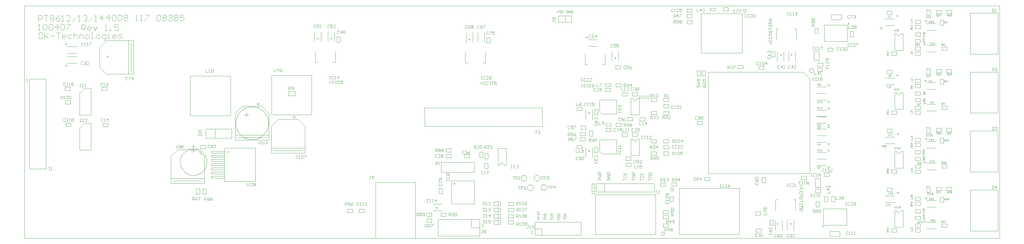
<source format=gto>
*%FSLAX23Y23*%
*%MOIN*%
G01*
D11*
X6451Y6941D02*
Y7051D01*
X6341D02*
Y6941D01*
X6651D02*
Y7051D01*
Y6941D02*
X6341D01*
Y7051D02*
X6651D01*
X6354Y6653D02*
X6353Y6638D01*
X6351Y6623D01*
X6347Y6608D01*
X6342Y6594D01*
X6336Y6580D01*
X6328Y6567D01*
X6320Y6554D01*
X6310Y6543D01*
X6299Y6532D01*
X6287Y6523D01*
X6274Y6515D01*
X6260Y6508D01*
X6246Y6502D01*
X6232Y6498D01*
X6217Y6495D01*
X6201Y6494D01*
X6186D01*
X6171Y6495D01*
X6156Y6498D01*
X6142Y6502D01*
X6127Y6508D01*
X6114Y6515D01*
X6101Y6523D01*
X6089Y6532D01*
X6078Y6543D01*
X6068Y6554D01*
X6059Y6567D01*
X6052Y6580D01*
X6045Y6594D01*
X6040Y6608D01*
X6037Y6623D01*
X6035Y6638D01*
X6034Y6653D01*
X6035Y6669D01*
X6037Y6684D01*
X6040Y6698D01*
X6045Y6713D01*
X6052Y6727D01*
X6059Y6740D01*
X6068Y6752D01*
X6078Y6764D01*
X6089Y6774D01*
X6101Y6784D01*
X6114Y6792D01*
X6127Y6799D01*
X6142Y6805D01*
X6156Y6809D01*
X6171Y6812D01*
X6186Y6813D01*
X6201D01*
X6217Y6812D01*
X6232Y6809D01*
X6246Y6805D01*
X6260Y6799D01*
X6274Y6792D01*
X6287Y6784D01*
X6299Y6774D01*
X6310Y6764D01*
X6320Y6752D01*
X6328Y6740D01*
X6336Y6727D01*
X6342Y6713D01*
X6347Y6698D01*
X6351Y6684D01*
X6353Y6669D01*
X6354Y6653D01*
X6353Y6638D01*
X6351Y6623D01*
X6347Y6608D01*
X6342Y6594D01*
X6336Y6580D01*
X6328Y6567D01*
X6320Y6554D01*
X6310Y6543D01*
X6299Y6532D01*
X6287Y6523D01*
X6274Y6515D01*
X6260Y6508D01*
X6246Y6502D01*
X6232Y6498D01*
X6217Y6495D01*
X6201Y6494D01*
X6186D01*
X6171Y6495D01*
X6156Y6498D01*
X6142Y6502D01*
X6127Y6508D01*
X6114Y6515D01*
X6101Y6523D01*
X6089Y6532D01*
X6078Y6543D01*
X6068Y6554D01*
X6059Y6567D01*
X6052Y6580D01*
X6045Y6594D01*
X6040Y6608D01*
X6037Y6623D01*
X6035Y6638D01*
X6034Y6653D01*
X6035Y6669D01*
X6037Y6684D01*
X6040Y6698D01*
X6045Y6713D01*
X6052Y6727D01*
X6059Y6740D01*
X6068Y6752D01*
X6078Y6764D01*
X6089Y6774D01*
X6101Y6784D01*
X6114Y6792D01*
X6127Y6799D01*
X6142Y6805D01*
X6156Y6809D01*
X6171Y6812D01*
X6186Y6813D01*
X6201D01*
X6217Y6812D01*
X6232Y6809D01*
X6246Y6805D01*
X6260Y6799D01*
X6274Y6792D01*
X6287Y6784D01*
X6299Y6774D01*
X6310Y6764D01*
X6320Y6752D01*
X6328Y6740D01*
X6336Y6727D01*
X6342Y6713D01*
X6347Y6698D01*
X6351Y6684D01*
X6353Y6669D01*
X6354Y6653D01*
X6194Y6763D02*
Y6813D01*
X6169Y6788D02*
X6219D01*
X4162Y5737D02*
X15879D01*
Y8532D02*
X4162D01*
Y5737D01*
X15879D02*
Y8532D01*
D12*
X15008Y8403D02*
X15001D01*
X15004D02*
X15008D01*
X15004D02*
Y8383D01*
X15001D01*
X15008D01*
X15028Y8403D02*
X15031Y8400D01*
X15028Y8403D02*
X15021D01*
X15018Y8400D01*
Y8386D01*
X15021Y8383D01*
X15028D01*
X15031Y8386D01*
X15048Y8383D02*
Y8403D01*
X15038Y8393D01*
X15051D01*
X15251Y8408D02*
Y8428D01*
X15261D01*
X15264Y8425D01*
Y8418D01*
X15261Y8415D01*
X15251D01*
X15258D02*
X15264Y8408D01*
X15271D02*
X15284D01*
X15271D02*
X15284Y8421D01*
Y8425D01*
X15281Y8428D01*
X15274D01*
X15271Y8425D01*
X15291D02*
X15294Y8428D01*
X15301D01*
X15304Y8425D01*
Y8411D01*
X15301Y8408D01*
X15294D01*
X15291Y8411D01*
Y8425D01*
X15134D02*
X15131Y8428D01*
X15124D01*
X15121Y8425D01*
Y8411D01*
X15124Y8408D01*
X15131D01*
X15134Y8411D01*
X15141Y8408D02*
X15154D01*
X15141D02*
X15154Y8421D01*
Y8425D01*
X15151Y8428D01*
X15144D01*
X15141Y8425D01*
X15171Y8428D02*
Y8408D01*
X15161Y8418D02*
X15171Y8428D01*
X15174Y8418D02*
X15161D01*
X14476Y6855D02*
X14479Y6852D01*
X14476Y6855D02*
X14469D01*
X14466Y6852D01*
Y6838D01*
X14469Y6835D01*
X14476D01*
X14479Y6838D01*
X14486Y6855D02*
X14499D01*
X14486D02*
Y6845D01*
X14493Y6848D01*
X14496D01*
X14499Y6845D01*
Y6838D01*
X14496Y6835D01*
X14489D01*
X14486Y6838D01*
X14506Y6852D02*
X14509Y6855D01*
X14516D01*
X14519Y6852D01*
Y6848D01*
X14516Y6845D01*
X14519Y6842D01*
Y6838D01*
X14516Y6835D01*
X14509D01*
X14506Y6838D01*
Y6842D01*
X14509Y6845D01*
X14506Y6848D01*
Y6852D01*
X14509Y6845D02*
X14516D01*
X15131Y7010D02*
X15134Y7007D01*
X15131Y7010D02*
X15124D01*
X15121Y7007D01*
Y6993D01*
X15124Y6990D01*
X15131D01*
X15134Y6993D01*
X15141Y7010D02*
X15154D01*
X15141D02*
Y7000D01*
X15148Y7003D01*
X15151D01*
X15154Y7000D01*
Y6993D01*
X15151Y6990D01*
X15144D01*
X15141Y6993D01*
X15161Y7007D02*
X15164Y7010D01*
X15171D01*
X15174Y7007D01*
Y7003D01*
X15175D01*
X15174D02*
X15175D01*
X15174D02*
X15175D01*
X15174D02*
X15171Y7000D01*
X15168D01*
X15171D01*
X15174Y6997D01*
Y6993D01*
X15171Y6990D01*
X15164D01*
X15161Y6993D01*
X15251Y6990D02*
Y7010D01*
X15261D01*
X15264Y7007D01*
Y7000D01*
X15261Y6997D01*
X15251D01*
X15258D02*
X15264Y6990D01*
X15278Y7007D02*
X15284Y7010D01*
X15278Y7007D02*
X15271Y7000D01*
Y6993D01*
X15274Y6990D01*
X15281D01*
X15284Y6993D01*
Y6997D01*
X15281Y7000D01*
X15271D01*
X15291Y6990D02*
X15298D01*
X15294D01*
Y7010D01*
X15295D01*
X15294D02*
X15291Y7007D01*
X15008Y6985D02*
X15001D01*
X15004D02*
X15008D01*
X15004D02*
Y6965D01*
X15001D01*
X15008D01*
X15028Y6985D02*
X15031Y6982D01*
X15028Y6985D02*
X15021D01*
X15018Y6982D01*
Y6968D01*
X15021Y6965D01*
X15028D01*
X15031Y6968D01*
X15038Y6965D02*
X15051D01*
X15038D02*
X15051Y6978D01*
Y6982D01*
X15048Y6985D01*
X15041D01*
X15038Y6982D01*
X15058D02*
X15061Y6985D01*
X15068D01*
X15071Y6982D01*
Y6968D01*
X15068Y6965D01*
X15061D01*
X15058Y6968D01*
Y6982D01*
X14831Y6830D02*
X14811D01*
Y6840D01*
X14814Y6843D01*
X14821D01*
X14824Y6840D01*
Y6830D01*
Y6837D02*
X14831Y6843D01*
Y6850D02*
Y6863D01*
Y6850D02*
X14818Y6863D01*
X14814D01*
X14811Y6860D01*
Y6853D01*
X14814Y6850D01*
X14811Y6870D02*
Y6883D01*
X14814D01*
X14828Y6870D01*
X14831D01*
X15041Y6930D02*
X15044Y6927D01*
X15041Y6930D02*
X15034D01*
X15031Y6927D01*
Y6913D01*
X15034Y6910D01*
X15041D01*
X15044Y6913D01*
X15061Y6910D02*
Y6930D01*
X15051Y6920D01*
X15064D01*
X15081Y6930D02*
Y6910D01*
X15071Y6920D02*
X15081Y6930D01*
X15084Y6920D02*
X15071D01*
X15216Y6925D02*
Y6905D01*
Y6925D02*
X15226D01*
X15229Y6922D01*
Y6915D01*
X15226Y6912D01*
X15216D01*
X15223D02*
X15229Y6905D01*
X15236D02*
X15249D01*
X15236D02*
X15249Y6918D01*
Y6922D01*
X15246Y6925D01*
X15239D01*
X15236Y6922D01*
X15266Y6925D02*
Y6905D01*
X15256Y6915D02*
X15266Y6925D01*
X15269Y6915D02*
X15256D01*
X14831Y6915D02*
X14811D01*
X14831D02*
Y6928D01*
Y6935D02*
Y6942D01*
Y6938D01*
X14811D01*
X14812D01*
X14811D02*
X14814Y6935D01*
Y6952D02*
X14811Y6955D01*
Y6962D01*
X14814Y6965D01*
X14818D01*
X14819D01*
X14818D02*
X14819D01*
X14818D02*
X14819D01*
X14818D02*
X14821Y6962D01*
Y6958D01*
Y6962D01*
X14824Y6965D01*
X14828D01*
X14831Y6962D01*
Y6955D01*
X14828Y6952D01*
X14540Y7563D02*
X14537Y7566D01*
X14530D01*
X14527Y7563D01*
Y7549D01*
X14530Y7546D01*
X14537D01*
X14540Y7549D01*
X14547Y7546D02*
X14560D01*
X14547D02*
X14560Y7559D01*
Y7563D01*
X14557Y7566D01*
X14550D01*
X14547Y7563D01*
X14567Y7566D02*
X14580D01*
Y7563D01*
X14567Y7549D01*
Y7546D01*
X15131Y7718D02*
X15134Y7715D01*
X15131Y7718D02*
X15124D01*
X15121Y7715D01*
Y7701D01*
X15124Y7698D01*
X15131D01*
X15134Y7701D01*
X15141Y7698D02*
X15154D01*
X15141D02*
X15154Y7711D01*
Y7715D01*
X15151Y7718D01*
X15144D01*
X15141Y7715D01*
X15168D02*
X15174Y7718D01*
X15168Y7715D02*
X15161Y7708D01*
Y7701D01*
X15164Y7698D01*
X15171D01*
X15174Y7701D01*
Y7705D01*
X15171Y7708D01*
X15161D01*
X15251Y7718D02*
Y7698D01*
Y7718D02*
X15261D01*
X15264Y7715D01*
Y7708D01*
X15261Y7705D01*
X15251D01*
X15258D02*
X15264Y7698D01*
X15271D02*
X15284D01*
X15271D02*
X15284Y7711D01*
Y7715D01*
X15281Y7718D01*
X15274D01*
X15271Y7715D01*
X15291Y7698D02*
X15304D01*
X15291D02*
X15304Y7711D01*
Y7715D01*
X15301Y7718D01*
X15294D01*
X15291Y7715D01*
X15008Y7693D02*
X15001D01*
X15004D02*
X15008D01*
X15004D02*
Y7673D01*
X15001D01*
X15008D01*
X15028Y7693D02*
X15031Y7690D01*
X15028Y7693D02*
X15021D01*
X15018Y7690D01*
Y7676D01*
X15021Y7673D01*
X15028D01*
X15031Y7676D01*
X15038Y7693D02*
X15051D01*
Y7690D01*
X15038Y7676D01*
Y7673D01*
X14981Y7413D02*
X14961D01*
X14981D02*
Y7403D01*
X14978Y7400D01*
X14971D01*
X14968Y7403D01*
Y7413D01*
Y7406D02*
X14961Y7400D01*
X14978Y7393D02*
X14981Y7390D01*
Y7383D01*
X14978Y7380D01*
X14974D01*
X14971Y7383D01*
X14968Y7380D01*
X14964D01*
X14961Y7383D01*
Y7390D01*
X14964Y7393D01*
X14968D01*
X14971Y7390D01*
X14974Y7393D01*
X14978D01*
X14971Y7390D02*
Y7383D01*
X14896Y7358D02*
Y7338D01*
Y7358D02*
X14906D01*
X14909Y7355D01*
Y7348D01*
X14906Y7345D01*
X14896D01*
X14903D02*
X14909Y7338D01*
X14916Y7358D02*
X14929D01*
Y7355D01*
X14916Y7341D01*
Y7338D01*
X14831Y7238D02*
X14811D01*
X14831D02*
Y7251D01*
X14814Y7258D02*
X14811Y7261D01*
Y7268D01*
X14814Y7271D01*
X14818D01*
X14819D01*
X14818D02*
X14819D01*
X14818D02*
X14819D01*
X14818D02*
X14821Y7268D01*
Y7265D01*
Y7268D01*
X14824Y7271D01*
X14828D01*
X14831Y7268D01*
Y7261D01*
X14828Y7258D01*
X14831Y7538D02*
X14811D01*
Y7548D01*
X14814Y7551D01*
X14821D01*
X14824Y7548D01*
Y7538D01*
Y7545D02*
X14831Y7551D01*
X14814Y7565D02*
X14811Y7571D01*
X14814Y7565D02*
X14821Y7558D01*
X14828D01*
X14831Y7561D01*
Y7568D01*
X14828Y7571D01*
X14824D01*
X14821Y7568D01*
Y7558D01*
X14961Y7498D02*
X14981D01*
Y7488D01*
X14978Y7485D01*
X14971D01*
X14968Y7488D01*
Y7498D01*
Y7491D02*
X14961Y7485D01*
X14981Y7478D02*
Y7465D01*
Y7478D02*
X14971D01*
X14974Y7472D01*
Y7468D01*
X14971Y7465D01*
X14964D01*
X14961Y7468D01*
Y7475D01*
X14964Y7478D01*
X15044Y7635D02*
X15041Y7638D01*
X15034D01*
X15031Y7635D01*
Y7621D01*
X15034Y7618D01*
X15041D01*
X15044Y7621D01*
X15058Y7635D02*
X15064Y7638D01*
X15058Y7635D02*
X15051Y7628D01*
Y7621D01*
X15054Y7618D01*
X15061D01*
X15064Y7621D01*
Y7625D01*
X15061Y7628D01*
X15051D01*
X15056Y7378D02*
X15059Y7375D01*
X15056Y7378D02*
X15049D01*
X15046Y7375D01*
Y7361D01*
X15049Y7358D01*
X15056D01*
X15059Y7361D01*
X15066Y7378D02*
X15079D01*
X15066D02*
Y7368D01*
X15073Y7371D01*
X15076D01*
X15079Y7368D01*
Y7361D01*
X15076Y7358D01*
X15069D01*
X15066Y7361D01*
X15181Y7363D02*
Y7343D01*
Y7363D02*
X15191D01*
X15194Y7360D01*
Y7353D01*
X15191Y7350D01*
X15181D01*
X15188D02*
X15194Y7343D01*
X15211D02*
Y7363D01*
X15201Y7353D01*
X15214D01*
X15216Y7613D02*
Y7633D01*
X15226D01*
X15229Y7630D01*
Y7623D01*
X15226Y7620D01*
X15216D01*
X15223D02*
X15229Y7613D01*
X15236Y7630D02*
X15239Y7633D01*
X15246D01*
X15249Y7630D01*
Y7626D01*
X15250D01*
X15249D02*
X15250D01*
X15249D02*
X15250D01*
X15249D02*
X15246Y7623D01*
X15243D01*
X15246D01*
X15249Y7620D01*
Y7616D01*
X15246Y7613D01*
X15239D01*
X15236Y7616D01*
X14831Y7623D02*
X14811D01*
X14831D02*
Y7636D01*
Y7643D02*
Y7656D01*
Y7643D02*
X14818Y7656D01*
X14814D01*
X14811Y7653D01*
Y7646D01*
X14814Y7643D01*
X14811Y8333D02*
X14831D01*
Y8346D01*
Y8363D02*
X14811D01*
X14821Y8353D01*
Y8366D01*
X15216Y8343D02*
Y8323D01*
Y8343D02*
X15226D01*
X15229Y8340D01*
Y8333D01*
X15226Y8330D01*
X15216D01*
X15223D02*
X15229Y8323D01*
X15236D02*
X15249D01*
X15236D02*
X15249Y8336D01*
Y8340D01*
X15246Y8343D01*
X15239D01*
X15236Y8340D01*
X15181Y8073D02*
Y8053D01*
Y8073D02*
X15191D01*
X15194Y8070D01*
Y8063D01*
X15191Y8060D01*
X15181D01*
X15188D02*
X15194Y8053D01*
X15201D02*
X15208D01*
X15204D01*
Y8073D01*
X15205D01*
X15204D02*
X15201Y8070D01*
X15218Y8053D02*
X15224D01*
X15221D01*
Y8073D01*
X15222D01*
X15221D02*
X15218Y8070D01*
X15059Y8085D02*
X15056Y8088D01*
X15049D01*
X15046Y8085D01*
Y8071D01*
X15049Y8068D01*
X15056D01*
X15059Y8071D01*
X15066Y8068D02*
X15073D01*
X15069D01*
Y8088D01*
X15070D01*
X15069D02*
X15066Y8085D01*
X15083Y8071D02*
X15086Y8068D01*
X15093D01*
X15096Y8071D01*
Y8085D01*
X15093Y8088D01*
X15086D01*
X15083Y8085D01*
Y8081D01*
X15086Y8078D01*
X15096D01*
X15044Y8345D02*
X15041Y8348D01*
X15034D01*
X15031Y8345D01*
Y8331D01*
X15034Y8328D01*
X15041D01*
X15044Y8331D01*
X15051Y8328D02*
X15064D01*
X15051D02*
X15064Y8341D01*
Y8345D01*
X15061Y8348D01*
X15054D01*
X15051Y8345D01*
X15071D02*
X15074Y8348D01*
X15081D01*
X15084Y8345D01*
Y8331D01*
X15081Y8328D01*
X15074D01*
X15071Y8331D01*
Y8345D01*
X14981Y8212D02*
X14961D01*
X14981D02*
Y8202D01*
X14978Y8199D01*
X14971D01*
X14968Y8202D01*
Y8212D01*
Y8205D02*
X14961Y8199D01*
Y8192D02*
Y8185D01*
Y8189D01*
X14981D01*
X14982D01*
X14981D02*
X14978Y8192D01*
X14961Y8175D02*
Y8162D01*
Y8175D02*
X14974Y8162D01*
X14978D01*
X14981Y8165D01*
Y8172D01*
X14978Y8175D01*
X14831Y8248D02*
X14811D01*
Y8258D01*
X14814Y8261D01*
X14821D01*
X14824Y8258D01*
Y8248D01*
Y8255D02*
X14831Y8261D01*
Y8268D02*
Y8275D01*
Y8271D01*
X14811D01*
X14812D01*
X14811D02*
X14814Y8268D01*
Y8285D02*
X14811Y8288D01*
Y8295D01*
X14814Y8298D01*
X14818D01*
X14819D01*
X14818D02*
X14819D01*
X14818D02*
X14819D01*
X14818D02*
X14821Y8295D01*
Y8291D01*
Y8295D01*
X14824Y8298D01*
X14828D01*
X14831Y8295D01*
Y8288D01*
X14828Y8285D01*
X14868Y8073D02*
Y8053D01*
Y8073D02*
X14878D01*
X14881Y8070D01*
Y8063D01*
X14878Y8060D01*
X14868D01*
X14875D02*
X14881Y8053D01*
X14888D02*
X14895D01*
X14891D01*
Y8073D01*
X14892D01*
X14891D02*
X14888Y8070D01*
X14915Y8073D02*
Y8053D01*
X14905Y8063D02*
X14915Y8073D01*
X14918Y8063D02*
X14905D01*
X14955Y8137D02*
X14975D01*
Y8127D01*
X14972Y8124D01*
X14965D01*
X14962Y8127D01*
Y8137D01*
Y8130D02*
X14955Y8124D01*
Y8117D02*
Y8110D01*
Y8114D01*
X14975D01*
X14976D01*
X14975D02*
X14972Y8117D01*
X14975Y8100D02*
Y8087D01*
Y8100D02*
X14965D01*
X14968Y8094D01*
Y8090D01*
X14965Y8087D01*
X14958D01*
X14955Y8090D01*
Y8097D01*
X14958Y8100D01*
X14457Y8271D02*
X14454Y8274D01*
X14447D01*
X14444Y8271D01*
Y8257D01*
X14447Y8254D01*
X14454D01*
X14457Y8257D01*
X14464Y8254D02*
X14471D01*
X14467D01*
Y8274D01*
X14468D01*
X14467D02*
X14464Y8271D01*
X14811Y7948D02*
X14831D01*
Y7961D01*
X14811Y7968D02*
Y7981D01*
Y7968D02*
X14821D01*
X14818Y7975D01*
Y7978D01*
X14821Y7981D01*
X14828D01*
X14831Y7978D01*
Y7971D01*
X14828Y7968D01*
X14522Y6147D02*
X14525Y6144D01*
X14522Y6147D02*
X14515D01*
X14512Y6144D01*
Y6130D01*
X14515Y6127D01*
X14522D01*
X14525Y6130D01*
X14532Y6147D02*
X14545D01*
Y6144D01*
X14532Y6130D01*
Y6127D01*
X14552D02*
X14565D01*
X14552D02*
X14565Y6140D01*
Y6144D01*
X14562Y6147D01*
X14555D01*
X14552Y6144D01*
X15131Y6301D02*
X15134Y6298D01*
X15131Y6301D02*
X15124D01*
X15121Y6298D01*
Y6284D01*
X15124Y6281D01*
X15131D01*
X15134Y6284D01*
X15141Y6301D02*
X15154D01*
Y6298D01*
X15141Y6284D01*
Y6281D01*
X15161D02*
X15168D01*
X15164D01*
Y6301D01*
X15165D01*
X15164D02*
X15161Y6298D01*
X15251Y6301D02*
Y6281D01*
Y6301D02*
X15261D01*
X15264Y6298D01*
Y6291D01*
X15261Y6288D01*
X15251D01*
X15258D02*
X15264Y6281D01*
X15271Y6301D02*
X15284D01*
Y6298D01*
X15271Y6284D01*
Y6281D01*
X15291Y6298D02*
X15294Y6301D01*
X15301D01*
X15304Y6298D01*
Y6294D01*
X15301Y6291D01*
X15304Y6288D01*
Y6284D01*
X15301Y6281D01*
X15294D01*
X15291Y6284D01*
Y6288D01*
X15294Y6291D01*
X15291Y6294D01*
Y6298D01*
X15294Y6291D02*
X15301D01*
X15020Y6281D02*
X15013D01*
X15016D02*
X15020D01*
X15016D02*
Y6261D01*
X15013D01*
X15020D01*
X15040Y6281D02*
X15043Y6278D01*
X15040Y6281D02*
X15033D01*
X15030Y6278D01*
Y6264D01*
X15033Y6261D01*
X15040D01*
X15043Y6264D01*
X15050Y6261D02*
X15063D01*
X15050D02*
X15063Y6274D01*
Y6278D01*
X15060Y6281D01*
X15053D01*
X15050Y6278D01*
X15070Y6281D02*
X15083D01*
X15070D02*
Y6271D01*
X15076Y6274D01*
X15080D01*
X15083Y6271D01*
Y6264D01*
X15080Y6261D01*
X15073D01*
X15070Y6264D01*
X14977Y6016D02*
X14957D01*
X14977D02*
Y6006D01*
X14974Y6003D01*
X14967D01*
X14964Y6006D01*
Y6016D01*
Y6009D02*
X14957Y6003D01*
X14977Y5996D02*
Y5983D01*
X14974D01*
X14960Y5996D01*
X14957D01*
X14977Y5976D02*
Y5963D01*
Y5976D02*
X14967D01*
X14970Y5969D01*
Y5966D01*
X14967Y5963D01*
X14960D01*
X14957Y5966D01*
Y5973D01*
X14960Y5976D01*
X14896Y5941D02*
Y5921D01*
Y5941D02*
X14906D01*
X14909Y5938D01*
Y5931D01*
X14906Y5928D01*
X14896D01*
X14903D02*
X14909Y5921D01*
X14916Y5941D02*
X14929D01*
Y5938D01*
X14916Y5924D01*
Y5921D01*
X14946D02*
Y5941D01*
X14936Y5931D01*
X14949D01*
X14831Y5821D02*
X14811D01*
X14831D02*
Y5834D01*
Y5841D02*
Y5854D01*
Y5841D02*
X14818Y5854D01*
X14814D01*
X14811Y5851D01*
Y5844D01*
X14814Y5841D01*
X14831Y5861D02*
Y5868D01*
Y5864D01*
X14811D01*
X14812D01*
X14811D02*
X14814Y5861D01*
X14811Y6121D02*
X14831D01*
X14811D02*
Y6131D01*
X14814Y6134D01*
X14821D01*
X14824Y6131D01*
Y6121D01*
Y6128D02*
X14831Y6134D01*
X14811Y6141D02*
Y6154D01*
X14814D01*
X14828Y6141D01*
X14831D01*
X14814Y6161D02*
X14811Y6164D01*
Y6171D01*
X14814Y6174D01*
X14818D01*
X14819D01*
X14818D02*
X14819D01*
X14818D02*
X14819D01*
X14818D02*
X14821Y6171D01*
Y6168D01*
Y6171D01*
X14824Y6174D01*
X14828D01*
X14831Y6171D01*
Y6164D01*
X14828Y6161D01*
X14957Y6091D02*
X14977D01*
Y6081D01*
X14974Y6078D01*
X14967D01*
X14964Y6081D01*
Y6091D01*
Y6084D02*
X14957Y6078D01*
X14977Y6071D02*
Y6058D01*
X14974D01*
X14960Y6071D01*
X14957D01*
Y6051D02*
Y6038D01*
Y6051D02*
X14970Y6038D01*
X14974D01*
X14977Y6041D01*
Y6048D01*
X14974Y6051D01*
X15044Y6218D02*
X15041Y6221D01*
X15034D01*
X15031Y6218D01*
Y6204D01*
X15034Y6201D01*
X15041D01*
X15044Y6204D01*
X15058Y6218D02*
X15064Y6221D01*
X15058Y6218D02*
X15051Y6211D01*
Y6204D01*
X15054Y6201D01*
X15061D01*
X15064Y6204D01*
Y6208D01*
X15061Y6211D01*
X15051D01*
X15071Y6218D02*
X15074Y6221D01*
X15081D01*
X15084Y6218D01*
Y6214D01*
X15085D01*
X15084D02*
X15085D01*
X15084D02*
X15085D01*
X15084D02*
X15081Y6211D01*
X15078D01*
X15081D01*
X15084Y6208D01*
Y6204D01*
X15081Y6201D01*
X15074D01*
X15071Y6204D01*
X15056Y5961D02*
X15059Y5958D01*
X15056Y5961D02*
X15049D01*
X15046Y5958D01*
Y5944D01*
X15049Y5941D01*
X15056D01*
X15059Y5944D01*
X15066Y5961D02*
X15079D01*
X15066D02*
Y5951D01*
X15073Y5954D01*
X15076D01*
X15079Y5951D01*
Y5944D01*
X15076Y5941D01*
X15069D01*
X15066Y5944D01*
X15086D02*
X15089Y5941D01*
X15096D01*
X15099Y5944D01*
Y5958D01*
X15096Y5961D01*
X15089D01*
X15086Y5958D01*
Y5954D01*
X15089Y5951D01*
X15099D01*
X15181Y5946D02*
Y5926D01*
Y5946D02*
X15191D01*
X15194Y5943D01*
Y5936D01*
X15191Y5933D01*
X15181D01*
X15188D02*
X15194Y5926D01*
X15201Y5946D02*
X15214D01*
Y5943D01*
X15201Y5929D01*
Y5926D01*
X15221D02*
X15228D01*
X15224D01*
Y5946D01*
X15225D01*
X15224D02*
X15221Y5943D01*
X15216Y6196D02*
Y6216D01*
X15226D01*
X15229Y6213D01*
Y6206D01*
X15226Y6203D01*
X15216D01*
X15223D02*
X15229Y6196D01*
X15243Y6213D02*
X15249Y6216D01*
X15243Y6213D02*
X15236Y6206D01*
Y6199D01*
X15239Y6196D01*
X15246D01*
X15249Y6199D01*
Y6203D01*
X15246Y6206D01*
X15236D01*
X15256Y6199D02*
X15259Y6196D01*
X15266D01*
X15269Y6199D01*
Y6213D01*
X15266Y6216D01*
X15259D01*
X15256Y6213D01*
Y6209D01*
X15259Y6206D01*
X15269D01*
X14831Y6206D02*
X14811D01*
X14831D02*
Y6219D01*
Y6226D02*
Y6233D01*
Y6229D01*
X14811D01*
X14812D01*
X14811D02*
X14814Y6226D01*
Y6243D02*
X14811Y6246D01*
Y6253D01*
X14814Y6256D01*
X14818D01*
X14821Y6253D01*
X14824Y6256D01*
X14828D01*
X14831Y6253D01*
Y6246D01*
X14828Y6243D01*
X14824D01*
X14821Y6246D01*
X14818Y6243D01*
X14814D01*
X14821Y6246D02*
Y6253D01*
X14957Y6727D02*
X14977D01*
Y6717D01*
X14974Y6714D01*
X14967D01*
X14964Y6717D01*
Y6727D01*
Y6720D02*
X14957Y6714D01*
X14977Y6707D02*
Y6694D01*
Y6707D02*
X14967D01*
X14970Y6700D01*
Y6697D01*
X14967Y6694D01*
X14960D01*
X14957Y6697D01*
Y6704D01*
X14960Y6707D01*
X14977Y6687D02*
Y6674D01*
Y6687D02*
X14967D01*
X14970Y6680D01*
Y6677D01*
X14967Y6674D01*
X14960D01*
X14957Y6677D01*
Y6684D01*
X14960Y6687D01*
X14896Y6650D02*
Y6630D01*
Y6650D02*
X14906D01*
X14909Y6647D01*
Y6640D01*
X14906Y6637D01*
X14896D01*
X14903D02*
X14909Y6630D01*
X14916Y6647D02*
X14919Y6650D01*
X14926D01*
X14929Y6647D01*
Y6643D01*
X14930D01*
X14929D02*
X14930D01*
X14929D02*
X14930D01*
X14929D02*
X14926Y6640D01*
X14923D01*
X14926D01*
X14929Y6637D01*
Y6633D01*
X14926Y6630D01*
X14919D01*
X14916Y6633D01*
X14936Y6630D02*
X14943D01*
X14939D01*
Y6650D01*
X14940D01*
X14939D02*
X14936Y6647D01*
X14831Y6526D02*
X14811D01*
X14831D02*
Y6539D01*
Y6546D02*
Y6553D01*
Y6549D01*
X14811D01*
X14812D01*
X14811D02*
X14814Y6546D01*
Y6569D02*
X14811Y6576D01*
X14814Y6569D02*
X14821Y6563D01*
X14828D01*
X14831Y6566D01*
Y6573D01*
X14828Y6576D01*
X14824D01*
X14821Y6573D01*
Y6563D01*
X14957Y6801D02*
X14977D01*
Y6791D01*
X14974Y6788D01*
X14967D01*
X14964Y6791D01*
Y6801D01*
Y6794D02*
X14957Y6788D01*
Y6781D02*
Y6768D01*
Y6781D02*
X14970Y6768D01*
X14974D01*
X14977Y6771D01*
Y6778D01*
X14974Y6781D01*
Y6754D02*
X14977Y6748D01*
X14974Y6754D02*
X14967Y6761D01*
X14960D01*
X14957Y6758D01*
Y6751D01*
X14960Y6748D01*
X14964D01*
X14967Y6751D01*
Y6761D01*
X15056Y6670D02*
X15059Y6667D01*
X15056Y6670D02*
X15049D01*
X15046Y6667D01*
Y6653D01*
X15049Y6650D01*
X15056D01*
X15059Y6653D01*
X15066Y6667D02*
X15069Y6670D01*
X15076D01*
X15079Y6667D01*
Y6663D01*
X15080D01*
X15079D02*
X15080D01*
X15079D02*
X15080D01*
X15079D02*
X15076Y6660D01*
X15073D01*
X15076D01*
X15079Y6657D01*
Y6653D01*
X15076Y6650D01*
X15069D01*
X15066Y6653D01*
X15086Y6670D02*
X15099D01*
Y6667D01*
X15086Y6653D01*
Y6650D01*
X15181Y6655D02*
Y6635D01*
Y6655D02*
X15191D01*
X15194Y6652D01*
Y6645D01*
X15191Y6642D01*
X15181D01*
X15188D02*
X15194Y6635D01*
X15201D02*
X15214D01*
X15201D02*
X15214Y6648D01*
Y6652D01*
X15211Y6655D01*
X15204D01*
X15201Y6652D01*
X15221Y6655D02*
X15234D01*
X15221D02*
Y6645D01*
X15228Y6648D01*
X15231D01*
X15234Y6645D01*
Y6638D01*
X15231Y6635D01*
X15224D01*
X15221Y6638D01*
X14541Y8393D02*
Y8413D01*
Y8393D02*
X14554D01*
X14561D02*
X14568D01*
X14564D01*
Y8413D01*
X14565D01*
X14564D02*
X14561Y8410D01*
X13701Y7110D02*
X13704Y7107D01*
X13701Y7110D02*
X13694D01*
X13691Y7107D01*
Y7093D01*
X13694Y7090D01*
X13701D01*
X13704Y7093D01*
X13711Y7090D02*
X13718D01*
X13714D01*
Y7110D01*
X13715D01*
X13714D02*
X13711Y7107D01*
X13728Y7090D02*
X13734D01*
X13731D01*
Y7110D01*
X13732D01*
X13731D02*
X13728Y7107D01*
X13701Y7080D02*
X13704Y7077D01*
X13701Y7080D02*
X13694D01*
X13691Y7077D01*
Y7063D01*
X13694Y7060D01*
X13701D01*
X13704Y7063D01*
X13711Y7077D02*
X13714Y7080D01*
X13721D01*
X13724Y7077D01*
Y7073D01*
X13725D01*
X13724D02*
X13725D01*
X13724D02*
X13725D01*
X13724D02*
X13721Y7070D01*
X13718D01*
X13721D01*
X13724Y7067D01*
Y7063D01*
X13721Y7060D01*
X13714D01*
X13711Y7063D01*
X14541Y6995D02*
Y6975D01*
X14554D01*
X14561D02*
X14568D01*
X14564D01*
Y6995D01*
X14565D01*
X14564D02*
X14561Y6992D01*
X14578Y6995D02*
X14591D01*
Y6992D01*
X14578Y6978D01*
Y6975D01*
X14541Y7683D02*
Y7703D01*
Y7683D02*
X14554D01*
X14561Y7700D02*
X14564Y7703D01*
X14571D01*
X14574Y7700D01*
Y7696D01*
X14571Y7693D01*
X14574Y7690D01*
Y7686D01*
X14571Y7683D01*
X14564D01*
X14561Y7686D01*
Y7690D01*
X14564Y7693D01*
X14561Y7696D01*
Y7700D01*
X14564Y7693D02*
X14571D01*
X14546Y7228D02*
X14526D01*
Y7238D01*
X14529Y7241D01*
X14536D01*
X14539Y7238D01*
Y7228D01*
Y7235D02*
X14546Y7241D01*
Y7248D02*
Y7255D01*
Y7251D01*
X14526D01*
X14527D01*
X14526D02*
X14529Y7248D01*
Y7271D02*
X14526Y7278D01*
X14529Y7271D02*
X14536Y7265D01*
X14543D01*
X14546Y7268D01*
Y7275D01*
X14543Y7278D01*
X14539D01*
X14536Y7275D01*
Y7265D01*
X14616Y7538D02*
X14623D01*
X14619D01*
Y7518D01*
X14616D01*
X14623D01*
X14643Y7538D02*
X14646Y7535D01*
X14643Y7538D02*
X14636D01*
X14633Y7535D01*
Y7521D01*
X14636Y7518D01*
X14643D01*
X14646Y7521D01*
X14659Y7535D02*
X14666Y7538D01*
X14659Y7535D02*
X14653Y7528D01*
Y7521D01*
X14656Y7518D01*
X14663D01*
X14666Y7521D01*
Y7525D01*
X14663Y7528D01*
X14653D01*
X13704Y7590D02*
X13701Y7593D01*
X13694D01*
X13691Y7590D01*
Y7576D01*
X13694Y7573D01*
X13701D01*
X13704Y7576D01*
X13711D02*
X13714Y7573D01*
X13721D01*
X13724Y7576D01*
Y7590D01*
X13721Y7593D01*
X13714D01*
X13711Y7590D01*
Y7586D01*
X13714Y7583D01*
X13724D01*
X13701Y7383D02*
X13704Y7380D01*
X13701Y7383D02*
X13694D01*
X13691Y7380D01*
Y7366D01*
X13694Y7363D01*
X13701D01*
X13704Y7366D01*
X13711Y7363D02*
X13718D01*
X13714D01*
Y7383D01*
X13715D01*
X13714D02*
X13711Y7380D01*
X13728D02*
X13731Y7383D01*
X13738D01*
X13741Y7380D01*
Y7366D01*
X13738Y7363D01*
X13731D01*
X13728Y7366D01*
Y7380D01*
X13701Y6875D02*
X13704Y6872D01*
X13701Y6875D02*
X13694D01*
X13691Y6872D01*
Y6858D01*
X13694Y6855D01*
X13701D01*
X13704Y6858D01*
X13721Y6855D02*
Y6875D01*
X13711Y6865D01*
X13724D01*
X14616Y8248D02*
X14623D01*
X14619D01*
Y8228D01*
X14616D01*
X14623D01*
X14643Y8248D02*
X14646Y8245D01*
X14643Y8248D02*
X14636D01*
X14633Y8245D01*
Y8231D01*
X14636Y8228D01*
X14643D01*
X14646Y8231D01*
X14653Y8248D02*
X14666D01*
X14653D02*
Y8238D01*
X14659Y8241D01*
X14663D01*
X14666Y8238D01*
Y8231D01*
X14663Y8228D01*
X14656D01*
X14653Y8231D01*
X14546Y7938D02*
X14526D01*
Y7948D01*
X14529Y7951D01*
X14536D01*
X14539Y7948D01*
Y7938D01*
Y7945D02*
X14546Y7951D01*
Y7958D02*
Y7965D01*
Y7961D01*
X14526D01*
X14527D01*
X14526D02*
X14529Y7958D01*
X14526Y7975D02*
Y7988D01*
X14529D01*
X14543Y7975D01*
X14546D01*
X13704Y7310D02*
X13701Y7313D01*
X13694D01*
X13691Y7310D01*
Y7296D01*
X13694Y7293D01*
X13701D01*
X13704Y7296D01*
X13711Y7293D02*
X13718D01*
X13714D01*
Y7313D01*
X13715D01*
X13714D02*
X13711Y7310D01*
X13728Y7293D02*
X13741D01*
X13728D02*
X13741Y7306D01*
Y7310D01*
X13738Y7313D01*
X13731D01*
X13728Y7310D01*
X14541Y6286D02*
Y6266D01*
X14554D01*
X14561D02*
X14574D01*
X14561D02*
X14574Y6279D01*
Y6283D01*
X14571Y6286D01*
X14564D01*
X14561Y6283D01*
X14581Y6266D02*
X14594D01*
X14581D02*
X14594Y6279D01*
Y6283D01*
X14591Y6286D01*
X14584D01*
X14581Y6283D01*
X14546Y5811D02*
X14526D01*
Y5821D01*
X14529Y5824D01*
X14536D01*
X14539Y5821D01*
Y5811D01*
Y5818D02*
X14546Y5824D01*
X14526Y5831D02*
Y5844D01*
X14529D01*
X14543Y5831D01*
X14546D01*
X14529Y5858D02*
X14526Y5864D01*
X14529Y5858D02*
X14536Y5851D01*
X14543D01*
X14546Y5854D01*
Y5861D01*
X14543Y5864D01*
X14539D01*
X14536Y5861D01*
Y5851D01*
X14616Y6121D02*
X14623D01*
X14619D01*
Y6101D01*
X14616D01*
X14623D01*
X14643Y6121D02*
X14646Y6118D01*
X14643Y6121D02*
X14636D01*
X14633Y6118D01*
Y6104D01*
X14636Y6101D01*
X14643D01*
X14646Y6104D01*
X14653Y6101D02*
X14666D01*
X14653D02*
X14666Y6114D01*
Y6118D01*
X14663Y6121D01*
X14656D01*
X14653Y6118D01*
X14683Y6121D02*
Y6101D01*
X14673Y6111D02*
X14683Y6121D01*
X14686Y6111D02*
X14673D01*
X14546Y6520D02*
X14526D01*
Y6530D01*
X14529Y6533D01*
X14536D01*
X14539Y6530D01*
Y6520D01*
Y6527D02*
X14546Y6533D01*
X14526Y6540D02*
Y6553D01*
Y6540D02*
X14536D01*
X14533Y6547D01*
Y6550D01*
X14536Y6553D01*
X14543D01*
X14546Y6550D01*
Y6543D01*
X14543Y6540D01*
Y6560D02*
X14546Y6563D01*
Y6570D01*
X14543Y6573D01*
X14529D01*
X14526Y6570D01*
Y6563D01*
X14529Y6560D01*
X14533D01*
X14536Y6563D01*
Y6573D01*
X14616Y6830D02*
X14623D01*
X14619D01*
Y6810D01*
X14616D01*
X14623D01*
X14643Y6830D02*
X14646Y6827D01*
X14643Y6830D02*
X14636D01*
X14633Y6827D01*
Y6813D01*
X14636Y6810D01*
X14643D01*
X14646Y6813D01*
X14653Y6810D02*
X14659D01*
X14656D01*
Y6830D01*
X14657D01*
X14656D02*
X14653Y6827D01*
X14669Y6813D02*
X14673Y6810D01*
X14679D01*
X14683Y6813D01*
Y6827D01*
X14679Y6830D01*
X14673D01*
X14669Y6827D01*
Y6823D01*
X14673Y6820D01*
X14683D01*
X13704Y6593D02*
X13701Y6596D01*
X13694D01*
X13691Y6593D01*
Y6579D01*
X13694Y6576D01*
X13701D01*
X13704Y6579D01*
X13711Y6576D02*
X13724D01*
X13711D02*
X13724Y6589D01*
Y6593D01*
X13721Y6596D01*
X13714D01*
X13711Y6593D01*
X13704Y6803D02*
X13701Y6806D01*
X13694D01*
X13691Y6803D01*
Y6789D01*
X13694Y6786D01*
X13701D01*
X13704Y6789D01*
X13711Y6786D02*
X13718D01*
X13714D01*
Y6806D01*
X13715D01*
X13714D02*
X13711Y6803D01*
X13728D02*
X13731Y6806D01*
X13738D01*
X13741Y6803D01*
Y6799D01*
X13738Y6796D01*
X13741Y6793D01*
Y6789D01*
X13738Y6786D01*
X13731D01*
X13728Y6789D01*
Y6793D01*
X13731Y6796D01*
X13728Y6799D01*
Y6803D01*
X13731Y6796D02*
X13738D01*
X10659Y8334D02*
Y8412D01*
X10580D02*
Y8334D01*
X10736D02*
Y8412D01*
X10580D01*
Y8334D02*
X10736D01*
X10849Y5930D02*
Y5773D01*
X10300D02*
Y5930D01*
X10379Y5851D02*
Y5773D01*
X10300Y5930D02*
X10849D01*
Y5773D02*
X10300D01*
Y5851D02*
X10379D01*
D13*
X8383Y5738D02*
Y6408D01*
X8859D02*
Y5738D01*
Y6408D02*
X8383D01*
Y5738D02*
X8859D01*
D14*
X6701Y7124D02*
X6701Y7108D01*
X6703Y7093D01*
X6706Y7077D01*
X6710Y7062D01*
X6715Y7047D01*
X6722Y7033D01*
X6730Y7019D01*
X6738Y7006D01*
X6748Y6993D01*
X6759Y6981D01*
X6770Y6971D01*
X6783Y6961D01*
X6796Y6952D01*
X6810Y6945D01*
X6824Y6938D01*
X6839Y6933D01*
X6854Y6929D01*
X6870Y6926D01*
X6886Y6924D01*
X6902Y6924D01*
X6917Y6925D01*
X6933Y6927D01*
X6948Y6930D01*
X6964Y6935D01*
X6978Y6941D01*
X6992Y6948D01*
X7006Y6956D01*
X7019Y6965D01*
X7031Y6976D01*
X7042Y6987D01*
X7052Y6999D01*
X7062Y7011D01*
X7070Y7025D01*
X7077Y7039D01*
X7083Y7054D01*
X7088Y7069D01*
X7091Y7084D01*
X7094Y7100D01*
X7095Y7116D01*
X7094Y7131D01*
X7093Y7147D01*
X7090Y7163D01*
X7086Y7178D01*
X7081Y7193D01*
X7075Y7207D01*
X7067Y7221D01*
X7059Y7235D01*
X7049Y7247D01*
X7038Y7259D01*
X7027Y7270D01*
X7014Y7279D01*
X7001Y7288D01*
X6987Y7296D01*
X6973Y7303D01*
X6958Y7308D01*
X6943Y7312D01*
X6928Y7315D01*
X6912Y7317D01*
X6896Y7318D01*
X6880Y7317D01*
X6865Y7315D01*
X6849Y7311D01*
X6834Y7307D01*
X6819Y7301D01*
X6805Y7294D01*
X6791Y7286D01*
X6778Y7277D01*
X6766Y7267D01*
X6755Y7256D01*
X6745Y7244D01*
X6735Y7231D01*
X6727Y7218D01*
X6720Y7204D01*
X6713Y7189D01*
X6708Y7174D01*
X6705Y7159D01*
X6702Y7143D01*
X6701Y7128D01*
D15*
X10946Y6786D02*
X10958D01*
X10934D01*
X10946Y7243D02*
X10958D01*
X10934D01*
X10930Y8152D02*
X10906D01*
X11249Y7904D02*
X11273D01*
X4677Y7813D02*
X4653D01*
X4652Y8069D02*
X4675D01*
X9494Y8128D02*
X9518D01*
X7698Y8138D02*
X7675D01*
X7837Y8136D02*
X7861D01*
X10946Y6798D02*
Y6774D01*
Y6786D01*
Y7231D02*
Y7255D01*
Y7243D02*
Y7231D01*
X10918Y8140D02*
Y8164D01*
X11261Y7916D02*
Y7892D01*
X4665Y7825D02*
Y7801D01*
X4663Y8057D02*
Y8080D01*
X9506Y8116D02*
Y8140D01*
X7687Y8149D02*
Y8126D01*
X7849Y8124D02*
Y8148D01*
X11462Y6455D02*
Y6432D01*
Y6443D02*
Y6455D01*
Y6443D02*
X11497D01*
Y6467D02*
X11462D01*
X11497D02*
Y6484D01*
X11491Y6490D01*
X11468D01*
X11462Y6484D01*
Y6467D01*
Y6508D02*
Y6519D01*
Y6508D02*
X11468Y6502D01*
X11491D01*
X11497Y6508D01*
Y6519D01*
X11491Y6525D01*
X11468D01*
X11462Y6519D01*
X11564Y6455D02*
Y6432D01*
Y6443D02*
Y6455D01*
Y6443D02*
X11599D01*
Y6467D02*
X11564D01*
X11599D02*
Y6484D01*
X11594Y6490D01*
X11570D01*
X11564Y6484D01*
Y6467D01*
Y6502D02*
Y6513D01*
Y6508D01*
X11599D01*
Y6502D01*
Y6513D01*
X11663Y6455D02*
Y6432D01*
Y6443D02*
Y6455D01*
Y6443D02*
X11698D01*
Y6467D02*
X11663D01*
X11674Y6478D01*
X11663Y6490D01*
X11698D01*
X11669Y6525D02*
X11663Y6519D01*
Y6508D01*
X11669Y6502D01*
X11674D01*
X11680Y6508D01*
Y6519D01*
X11686Y6525D01*
X11692D01*
X11698Y6519D01*
Y6508D01*
X11692Y6502D01*
X11360Y6455D02*
Y6432D01*
Y6443D02*
Y6455D01*
Y6443D02*
X11395D01*
X11360Y6484D02*
X11365Y6490D01*
X11360Y6484D02*
Y6473D01*
X11365Y6467D01*
X11389D01*
X11395Y6473D01*
Y6484D01*
X11389Y6490D01*
X11395Y6502D02*
X11360D01*
X11383D02*
X11395D01*
X11383D02*
X11360Y6525D01*
X11377Y6508D01*
X11395Y6525D01*
X11169Y6459D02*
X11163Y6453D01*
Y6441D01*
X11169Y6436D01*
X11192D01*
X11198Y6441D01*
Y6453D01*
X11192Y6459D01*
X11180D01*
Y6447D01*
X11198Y6471D02*
X11163D01*
X11198Y6494D01*
X11163D01*
Y6506D02*
X11198D01*
Y6523D01*
X11192Y6529D01*
X11169D01*
X11163Y6523D01*
Y6506D01*
X11088Y6440D02*
X11053D01*
Y6457D01*
X11058Y6463D01*
X11070D01*
X11076Y6457D01*
Y6440D01*
X11088Y6475D02*
X11053D01*
X11076Y6486D02*
X11088Y6475D01*
X11076Y6486D02*
X11088Y6498D01*
X11053D01*
Y6510D02*
X11088D01*
X11053D02*
Y6527D01*
X11058Y6533D01*
X11070D01*
X11076Y6527D01*
Y6510D01*
Y6521D02*
X11088Y6533D01*
X15012Y8487D02*
X15017Y8478D01*
X15027D01*
X15032Y8487D01*
X15044D02*
Y8413D01*
X15001D02*
Y8487D01*
X15034Y8487D02*
X15044D01*
X15012D02*
X15001D01*
X15001Y8413D02*
X15044D01*
X15797Y7784D02*
X15808D01*
X15797D02*
X15791Y7778D01*
Y7755D01*
X15797Y7749D01*
X15808D01*
X15814Y7755D01*
Y7778D01*
X15808Y7784D01*
X15826Y7749D02*
X15849D01*
X15826D02*
X15849Y7772D01*
Y7778D01*
X15843Y7784D01*
X15832D01*
X15826Y7778D01*
X15808Y8493D02*
X15797D01*
X15791Y8487D01*
Y8464D01*
X15797Y8458D01*
X15808D01*
X15814Y8464D01*
Y8487D01*
X15808Y8493D01*
X15826Y8458D02*
X15838D01*
X15832D01*
Y8493D01*
X15833D01*
X15832D02*
X15826Y8487D01*
X15032Y7069D02*
X15027Y7060D01*
X15017D01*
X15012Y7069D01*
X15044D02*
Y6995D01*
X15001D02*
Y7069D01*
X15034Y7069D02*
X15044D01*
X15012D02*
X15001D01*
X15001Y6995D02*
X15044D01*
X15032Y7777D02*
X15027Y7768D01*
X15017D01*
X15012Y7777D01*
X15001D02*
Y7703D01*
X15044D02*
Y7777D01*
Y7703D02*
X15001D01*
X15001Y7777D02*
X15012D01*
X15034D02*
X15044D01*
X15797Y7075D02*
X15808D01*
X15797D02*
X15791Y7069D01*
Y7046D01*
X15797Y7040D01*
X15808D01*
X15814Y7046D01*
Y7069D01*
X15808Y7075D01*
X15826Y7069D02*
X15832Y7075D01*
X15843D01*
X15849Y7069D01*
Y7063D01*
X15850D01*
X15849D02*
X15850D01*
X15849D02*
X15850D01*
X15849D02*
X15843Y7057D01*
X15838D01*
X15843D01*
X15849Y7052D01*
Y7046D01*
X15843Y7040D01*
X15832D01*
X15826Y7046D01*
X15808Y6366D02*
X15797D01*
X15791Y6360D01*
Y6337D01*
X15797Y6331D01*
X15808D01*
X15814Y6337D01*
Y6360D01*
X15808Y6366D01*
X15843D02*
Y6331D01*
X15826Y6348D02*
X15843Y6366D01*
X15849Y6348D02*
X15826D01*
X15032Y6360D02*
X15027Y6351D01*
X15017D01*
X15012Y6360D01*
X15044D02*
Y6286D01*
X15001D02*
Y6360D01*
X15034Y6360D02*
X15044D01*
X15012D02*
X15001D01*
X15001Y6286D02*
X15044D01*
X13643Y7666D02*
X13631D01*
X13637D02*
X13643D01*
X13637D02*
Y7631D01*
X13631D01*
X13643D01*
X13678Y7666D02*
X13683Y7660D01*
X13678Y7666D02*
X13666D01*
X13660Y7660D01*
Y7636D01*
X13666Y7631D01*
X13678D01*
X13683Y7636D01*
X13695Y7631D02*
X13707D01*
X13701D01*
Y7666D01*
X13702D01*
X13701D02*
X13695Y7660D01*
X13724Y7666D02*
X13748D01*
X13724D02*
Y7648D01*
X13736Y7654D01*
X13742D01*
X13748Y7648D01*
Y7636D01*
X13742Y7631D01*
X13730D01*
X13724Y7636D01*
X13771Y8105D02*
Y8302D01*
X14049D02*
Y8105D01*
X14048Y8302D02*
X13771D01*
Y8105D02*
X14049D01*
X14054Y8079D02*
X14066D01*
X14060D01*
Y8044D01*
X14054D01*
X14066D01*
X14101Y8079D02*
X14107Y8073D01*
X14101Y8079D02*
X14089D01*
X14083Y8073D01*
Y8050D01*
X14089Y8044D01*
X14101D01*
X14107Y8050D01*
X14118Y8044D02*
X14142D01*
X14118D02*
X14142Y8067D01*
Y8073D01*
X14136Y8079D01*
X14124D01*
X14118Y8073D01*
X14153Y8079D02*
X14177D01*
Y8073D01*
X14153Y8050D01*
Y8044D01*
X14643Y7488D02*
X14646Y7476D01*
X14655Y7467D01*
X14668Y7463D01*
X14680Y7467D01*
X14690Y7476D01*
X14693Y7488D01*
X14618D02*
Y7288D01*
X14718D02*
Y7488D01*
X14643D02*
X14618D01*
X14693D02*
X14718D01*
Y7288D02*
X14618D01*
X14643Y8198D02*
X14646Y8186D01*
X14655Y8177D01*
X14668Y8173D01*
X14680Y8177D01*
X14690Y8186D01*
X14693Y8198D01*
X14718D02*
Y7998D01*
X14618D02*
Y8198D01*
Y7998D02*
X14718D01*
Y8198D02*
X14693D01*
X14643D02*
X14618D01*
X13363Y7807D02*
X13357Y7813D01*
X13345D01*
X13340Y7807D01*
Y7784D01*
X13345Y7778D01*
X13357D01*
X13363Y7784D01*
X13392Y7778D02*
Y7813D01*
X13375Y7796D01*
X13398D01*
X13410Y7778D02*
X13433D01*
X13410D02*
X13433Y7802D01*
Y7807D01*
X13427Y7813D01*
X13415D01*
X13410Y7807D01*
X13339Y8451D02*
X13328D01*
X13334D02*
X13339D01*
X13334D02*
Y8416D01*
X13328D01*
X13339D01*
X13374Y8451D02*
X13380Y8445D01*
X13374Y8451D02*
X13363D01*
X13357Y8445D01*
Y8422D01*
X13363Y8416D01*
X13374D01*
X13380Y8422D01*
X13392Y8416D02*
X13404D01*
X13398D01*
Y8451D01*
X13399D01*
X13398D02*
X13392Y8445D01*
X13421D02*
X13427Y8451D01*
X13439D01*
X13444Y8445D01*
Y8439D01*
X13445D01*
X13444D02*
X13445D01*
X13444D02*
X13445D01*
X13444D02*
X13439Y8433D01*
X13433D01*
X13439D01*
X13444Y8428D01*
Y8422D01*
X13439Y8416D01*
X13427D01*
X13421Y8422D01*
X13231Y7813D02*
X13237Y7807D01*
X13231Y7813D02*
X13219D01*
X13214Y7807D01*
Y7784D01*
X13219Y7778D01*
X13231D01*
X13237Y7784D01*
X13266Y7778D02*
Y7813D01*
X13249Y7796D01*
X13272D01*
X13284Y7778D02*
X13295D01*
X13289D01*
Y7813D01*
X13290D01*
X13289D02*
X13284Y7807D01*
X13126Y7969D02*
X13121Y7964D01*
X13126Y7969D02*
Y7981D01*
X13121Y7987D01*
X13097D01*
X13092Y7981D01*
Y7969D01*
X13097Y7964D01*
X13092Y7934D02*
X13126D01*
X13109Y7952D01*
Y7929D01*
X13121Y7917D02*
X13126Y7911D01*
Y7899D01*
X13121Y7894D01*
X13115D01*
X13116D01*
X13115D02*
X13116D01*
X13115D02*
X13116D01*
X13115D02*
X13109Y7899D01*
Y7905D01*
Y7899D01*
X13103Y7894D01*
X13097D01*
X13092Y7899D01*
Y7911D01*
X13097Y7917D01*
X14064Y8257D02*
Y8292D01*
Y8257D02*
X14087D01*
X14099Y8286D02*
X14105Y8292D01*
X14116D01*
X14122Y8286D01*
Y8280D01*
X14123D01*
X14122D02*
X14123D01*
X14122D02*
X14123D01*
X14122D02*
X14116Y8274D01*
X14111D01*
X14116D01*
X14122Y8268D01*
Y8262D01*
X14116Y8257D01*
X14105D01*
X14099Y8262D01*
X14134Y8286D02*
X14140Y8292D01*
X14151D01*
X14157Y8286D01*
Y8280D01*
X14151Y8274D01*
X14157Y8268D01*
Y8262D01*
X14151Y8257D01*
X14140D01*
X14134Y8262D01*
Y8268D01*
X14140Y8274D01*
X14134Y8280D01*
Y8286D01*
X14140Y8274D02*
X14151D01*
X13656Y8288D02*
X13621D01*
Y8306D01*
X13627Y8311D01*
X13639D01*
X13645Y8306D01*
Y8288D01*
Y8300D02*
X13656Y8311D01*
X13627Y8323D02*
X13621Y8329D01*
Y8341D01*
X13627Y8346D01*
X13633D01*
X13639Y8341D01*
X13645Y8346D01*
X13651D01*
X13656Y8341D01*
Y8329D01*
X13651Y8323D01*
X13645D01*
X13639Y8329D01*
X13633Y8323D01*
X13627D01*
X13639Y8329D02*
Y8341D01*
X13627Y8358D02*
X13621Y8364D01*
Y8375D01*
X13627Y8381D01*
X13651D01*
X13656Y8375D01*
Y8364D01*
X13651Y8358D01*
X13627D01*
X13797Y7798D02*
X13791Y7792D01*
Y7780D01*
X13797Y7774D01*
X13820D01*
X13826Y7780D01*
Y7792D01*
X13820Y7798D01*
X13826Y7809D02*
Y7821D01*
Y7815D01*
X13791D01*
X13792D01*
X13791D02*
X13797Y7809D01*
X13826Y7838D02*
Y7862D01*
Y7838D02*
X13802Y7862D01*
X13797D01*
X13791Y7856D01*
Y7844D01*
X13797Y7838D01*
X13820Y7873D02*
X13826Y7879D01*
Y7891D01*
X13820Y7897D01*
X13797D01*
X13791Y7891D01*
Y7879D01*
X13797Y7873D01*
X13802D01*
X13808Y7879D01*
Y7897D01*
X13694Y7869D02*
X13687Y7882D01*
X13672D01*
X13664Y7869D01*
X13709D02*
Y7984D01*
X13649D02*
Y7869D01*
X13694D02*
X13709D01*
Y7984D02*
X13649D01*
Y7869D02*
X13664D01*
X13645Y8038D02*
X13633D01*
X13639D02*
X13645D01*
X13639D02*
Y8003D01*
X13633D01*
X13645D01*
X13679Y8038D02*
X13685Y8032D01*
X13679Y8038D02*
X13668D01*
X13662Y8032D01*
Y8008D01*
X13668Y8003D01*
X13679D01*
X13685Y8008D01*
X13697Y8003D02*
X13709D01*
X13703D01*
Y8038D01*
X13704D01*
X13703D02*
X13697Y8032D01*
X13726Y8038D02*
X13749D01*
Y8032D01*
X13726Y8008D01*
Y8003D01*
X13654Y7736D02*
Y7701D01*
X13678D01*
X13707D02*
Y7736D01*
X13689Y7719D01*
X13713D01*
X13724Y7701D02*
X13736D01*
X13730D01*
Y7736D01*
X13731D01*
X13730D02*
X13724Y7731D01*
X13948Y8024D02*
X13942Y8030D01*
X13930D01*
X13924Y8024D01*
Y8001D01*
X13930Y7995D01*
X13942D01*
X13948Y8001D01*
X13959Y7995D02*
X13971D01*
X13965D01*
Y8030D01*
X13966D01*
X13965D02*
X13959Y8024D01*
X13988D02*
X13994Y8030D01*
X14006D01*
X14012Y8024D01*
Y8018D01*
X14013D01*
X14012D02*
X14013D01*
X14012D02*
X14013D01*
X14012D02*
X14006Y8012D01*
X14000D01*
X14006D01*
X14012Y8006D01*
Y8001D01*
X14006Y7995D01*
X13994D01*
X13988Y8001D01*
X14023Y8024D02*
X14029Y8030D01*
X14041D01*
X14047Y8024D01*
Y8001D01*
X14041Y7995D01*
X14029D01*
X14023Y8001D01*
Y8024D01*
X14077Y8410D02*
X14072Y8416D01*
X14060D01*
X14054Y8410D01*
Y8386D01*
X14060Y8381D01*
X14072D01*
X14077Y8386D01*
X14089Y8416D02*
X14112D01*
Y8410D01*
X14089Y8386D01*
Y8381D01*
X14124Y8410D02*
X14130Y8416D01*
X14142D01*
X14147Y8410D01*
Y8404D01*
X14148D01*
X14147D02*
X14148D01*
X14147D02*
X14148D01*
X14147D02*
X14142Y8398D01*
X14136D01*
X14142D01*
X14147Y8392D01*
Y8386D01*
X14142Y8381D01*
X14130D01*
X14124Y8386D01*
X13764Y6091D02*
Y5894D01*
X14042D02*
Y6091D01*
Y6091D02*
X13764D01*
X13765Y5894D02*
X14042D01*
X14036Y6169D02*
X14025D01*
X14030D02*
X14036D01*
X14030D02*
Y6134D01*
X14025D01*
X14036D01*
X14071Y6169D02*
X14077Y6164D01*
X14071Y6169D02*
X14060D01*
X14054Y6164D01*
Y6140D01*
X14060Y6134D01*
X14071D01*
X14077Y6140D01*
X14089Y6134D02*
X14112D01*
X14089D02*
X14112Y6158D01*
Y6164D01*
X14106Y6169D01*
X14095D01*
X14089Y6164D01*
X14124Y6140D02*
X14130Y6134D01*
X14141D01*
X14147Y6140D01*
Y6164D01*
X14141Y6169D01*
X14130D01*
X14124Y6164D01*
Y6158D01*
X14130Y6152D01*
X14147D01*
X13639Y6081D02*
Y6046D01*
Y6081D02*
X13656D01*
X13662Y6075D01*
Y6063D01*
X13656Y6058D01*
X13639D01*
X13650D02*
X13662Y6046D01*
X13674Y6075D02*
X13680Y6081D01*
X13691D01*
X13697Y6075D01*
Y6069D01*
X13691Y6063D01*
X13697Y6058D01*
Y6052D01*
X13691Y6046D01*
X13680D01*
X13674Y6052D01*
Y6058D01*
X13680Y6063D01*
X13674Y6069D01*
Y6075D01*
X13680Y6063D02*
X13691D01*
X13709Y6081D02*
X13732D01*
X13709D02*
Y6063D01*
X13720Y6069D01*
X13726D01*
X13732Y6063D01*
Y6052D01*
X13726Y6046D01*
X13715D01*
X13709Y6052D01*
X14643Y6071D02*
X14646Y6059D01*
X14655Y6050D01*
X14668Y6046D01*
X14680Y6050D01*
X14690Y6059D01*
X14693Y6071D01*
X14718D02*
Y5871D01*
X14618D02*
Y6071D01*
Y5871D02*
X14718D01*
Y6071D02*
X14693D01*
X14643D02*
X14618D01*
X14643Y6780D02*
X14646Y6768D01*
X14655Y6759D01*
X14668Y6755D01*
X14680Y6759D01*
X14690Y6768D01*
X14693Y6780D01*
X14718D02*
Y6580D01*
X14618D02*
Y6780D01*
Y6580D02*
X14718D01*
Y6780D02*
X14693D01*
X14643D02*
X14618D01*
X13198Y5782D02*
X13192Y5788D01*
X13180D01*
X13174Y5782D01*
Y5758D01*
X13180Y5753D01*
X13192D01*
X13198Y5758D01*
X13221Y5782D02*
X13232Y5788D01*
X13221Y5782D02*
X13209Y5770D01*
Y5758D01*
X13215Y5753D01*
X13227D01*
X13232Y5758D01*
Y5764D01*
X13227Y5770D01*
X13209D01*
X13244Y5782D02*
X13250Y5788D01*
X13262D01*
X13267Y5782D01*
Y5758D01*
X13262Y5753D01*
X13250D01*
X13244Y5758D01*
Y5782D01*
X13341Y5788D02*
X13347Y5782D01*
X13341Y5788D02*
X13330D01*
X13324Y5782D01*
Y5758D01*
X13330Y5753D01*
X13341D01*
X13347Y5758D01*
X13370Y5782D02*
X13382Y5788D01*
X13370Y5782D02*
X13359Y5770D01*
Y5758D01*
X13365Y5753D01*
X13376D01*
X13382Y5758D01*
Y5764D01*
X13376Y5770D01*
X13359D01*
X13394Y5753D02*
X13417D01*
X13394D02*
X13417Y5776D01*
Y5782D01*
X13411Y5788D01*
X13400D01*
X13394Y5782D01*
X13333Y6393D02*
X13321D01*
X13327D02*
X13333D01*
X13327D02*
Y6358D01*
X13321D01*
X13333D01*
X13368Y6393D02*
X13373Y6387D01*
X13368Y6393D02*
X13356D01*
X13350Y6387D01*
Y6364D01*
X13356Y6358D01*
X13368D01*
X13373Y6364D01*
X13385Y6358D02*
X13408D01*
X13385D02*
X13408Y6381D01*
Y6387D01*
X13403Y6393D01*
X13391D01*
X13385Y6387D01*
X13420Y6358D02*
X13432D01*
X13426D01*
Y6393D01*
X13427D01*
X13426D02*
X13420Y6387D01*
X13485Y6423D02*
X13491Y6417D01*
X13485Y6423D02*
X13474D01*
X13468Y6417D01*
Y6394D01*
X13474Y6388D01*
X13485D01*
X13491Y6394D01*
X13503Y6388D02*
X13515D01*
X13509D01*
Y6423D01*
X13510D01*
X13509D02*
X13503Y6417D01*
X13532D02*
X13538Y6423D01*
X13550D01*
X13555Y6417D01*
Y6394D01*
X13550Y6388D01*
X13538D01*
X13532Y6394D01*
Y6417D01*
X13579D02*
X13590Y6423D01*
X13579Y6417D02*
X13567Y6405D01*
Y6394D01*
X13573Y6388D01*
X13585D01*
X13590Y6394D01*
Y6400D01*
X13585Y6405D01*
X13567D01*
X13112Y5803D02*
X13106Y5798D01*
Y5786D01*
X13112Y5780D01*
X13135D01*
X13141Y5786D01*
Y5798D01*
X13135Y5803D01*
X13112Y5827D02*
X13106Y5838D01*
X13112Y5827D02*
X13123Y5815D01*
X13135D01*
X13141Y5821D01*
Y5833D01*
X13135Y5838D01*
X13129D01*
X13123Y5833D01*
Y5815D01*
X13141Y5850D02*
Y5862D01*
Y5856D01*
X13106D01*
X13107D01*
X13106D02*
X13112Y5850D01*
X13682Y6342D02*
X13690Y6355D01*
X13705D01*
X13712Y6342D01*
X13727D02*
Y6457D01*
X13667D02*
Y6342D01*
X13712D02*
X13727D01*
Y6457D02*
X13667D01*
Y6342D02*
X13682D01*
X13623Y6516D02*
X13611D01*
X13617D02*
X13623D01*
X13617D02*
Y6481D01*
X13611D01*
X13623D01*
X13658Y6516D02*
X13664Y6510D01*
X13658Y6516D02*
X13646D01*
X13640Y6510D01*
Y6487D01*
X13646Y6481D01*
X13658D01*
X13664Y6487D01*
X13675Y6481D02*
X13687D01*
X13681D01*
Y6516D01*
X13682D01*
X13681D02*
X13675Y6510D01*
X13704D02*
X13710Y6516D01*
X13722D01*
X13728Y6510D01*
Y6504D01*
X13722Y6498D01*
X13728Y6493D01*
Y6487D01*
X13722Y6481D01*
X13710D01*
X13704Y6487D01*
Y6493D01*
X13710Y6498D01*
X13704Y6504D01*
Y6510D01*
X13710Y6498D02*
X13722D01*
X13912Y6238D02*
Y6203D01*
X13935D01*
X13947Y6233D02*
X13952Y6238D01*
X13964D01*
X13970Y6233D01*
Y6227D01*
X13971D01*
X13970D02*
X13971D01*
X13970D02*
X13971D01*
X13970D02*
X13964Y6221D01*
X13958D01*
X13964D01*
X13970Y6215D01*
Y6209D01*
X13964Y6203D01*
X13952D01*
X13947Y6209D01*
X13982D02*
X13987Y6203D01*
X13999D01*
X14005Y6209D01*
Y6233D01*
X13999Y6238D01*
X13987D01*
X13982Y6233D01*
Y6227D01*
X13987Y6221D01*
X14005D01*
X13838Y6276D02*
X13803D01*
X13838D02*
Y6300D01*
Y6329D02*
X13803D01*
X13820Y6311D01*
Y6335D01*
X13838Y6346D02*
Y6370D01*
Y6346D02*
X13814Y6370D01*
X13808D01*
X13803Y6364D01*
Y6352D01*
X13808Y6346D01*
X13635Y6262D02*
X13629Y6268D01*
X13617D01*
X13611Y6262D01*
Y6239D01*
X13617Y6233D01*
X13629D01*
X13635Y6239D01*
X13646Y6233D02*
X13658D01*
X13652D01*
Y6268D01*
X13653D01*
X13652D02*
X13646Y6262D01*
X13675D02*
X13681Y6268D01*
X13693D01*
X13699Y6262D01*
Y6256D01*
X13700D01*
X13699D02*
X13700D01*
X13699D02*
X13700D01*
X13699D02*
X13693Y6250D01*
X13687D01*
X13693D01*
X13699Y6245D01*
Y6239D01*
X13693Y6233D01*
X13681D01*
X13675Y6239D01*
X13710Y6233D02*
X13722D01*
X13716D01*
Y6268D01*
X13717D01*
X13716D02*
X13710Y6262D01*
X13771Y6563D02*
X13765Y6569D01*
X13753D01*
X13747Y6563D01*
Y6540D01*
X13753Y6534D01*
X13765D01*
X13771Y6540D01*
X13782Y6534D02*
X13794D01*
X13788D01*
Y6569D01*
X13789D01*
X13788D02*
X13782Y6563D01*
X13811D02*
X13817Y6569D01*
X13829D01*
X13835Y6563D01*
Y6557D01*
X13836D01*
X13835D02*
X13836D01*
X13835D02*
X13836D01*
X13835D02*
X13829Y6552D01*
X13823D01*
X13829D01*
X13835Y6546D01*
Y6540D01*
X13829Y6534D01*
X13817D01*
X13811Y6540D01*
X13846Y6534D02*
X13870D01*
X13846D02*
X13870Y6557D01*
Y6563D01*
X13864Y6569D01*
X13852D01*
X13846Y6563D01*
X14054Y5817D02*
X14060Y5811D01*
X14054Y5817D02*
X14042D01*
X14036Y5811D01*
Y5788D01*
X14042Y5782D01*
X14054D01*
X14060Y5788D01*
X14071Y5782D02*
X14083D01*
X14077D01*
Y5817D01*
X14078D01*
X14077D02*
X14071Y5811D01*
X14101Y5782D02*
X14112D01*
X14106D01*
Y5817D01*
X14107D01*
X14106D02*
X14101Y5811D01*
X14130Y5782D02*
X14141D01*
X14136D01*
Y5817D01*
X14137D01*
X14136D02*
X14130Y5811D01*
X12703Y8479D02*
X12698Y8484D01*
X12686D01*
X12680Y8479D01*
Y8455D01*
X12686Y8449D01*
X12698D01*
X12703Y8455D01*
X12715Y8484D02*
X12738D01*
Y8479D01*
X12715Y8455D01*
Y8449D01*
X12750Y8484D02*
X12773D01*
Y8479D01*
X12750Y8455D01*
Y8449D01*
X12239Y8463D02*
Y8498D01*
Y8463D02*
X12262D01*
X12292D02*
Y8498D01*
X12274Y8481D01*
X12297D01*
X12309Y8492D02*
X12315Y8498D01*
X12327D01*
X12332Y8492D01*
Y8487D01*
X12333D01*
X12332D02*
X12333D01*
X12332D02*
X12333D01*
X12332D02*
X12327Y8481D01*
X12321D01*
X12327D01*
X12332Y8475D01*
Y8469D01*
X12327Y8463D01*
X12315D01*
X12309Y8469D01*
X11959Y8488D02*
X11953Y8494D01*
X11942D01*
X11936Y8488D01*
Y8465D01*
X11942Y8459D01*
X11953D01*
X11959Y8465D01*
X11971Y8459D02*
X11983D01*
X11977D01*
Y8494D01*
X11978D01*
X11977D02*
X11971Y8488D01*
X12000Y8459D02*
X12023D01*
X12000D02*
X12023Y8483D01*
Y8488D01*
X12018Y8494D01*
X12006D01*
X12000Y8488D01*
X12035Y8494D02*
X12058D01*
X12035D02*
Y8477D01*
X12047Y8483D01*
X12053D01*
X12058Y8477D01*
Y8465D01*
X12053Y8459D01*
X12041D01*
X12035Y8465D01*
X12818Y8429D02*
X12830D01*
X12824D01*
Y8394D01*
X12818D01*
X12830D01*
X12865Y8429D02*
X12870Y8423D01*
X12865Y8429D02*
X12853D01*
X12847Y8423D01*
Y8400D01*
X12853Y8394D01*
X12865D01*
X12870Y8400D01*
X12882Y8423D02*
X12888Y8429D01*
X12900D01*
X12905Y8423D01*
Y8418D01*
X12906D01*
X12905D02*
X12906D01*
X12905D02*
X12906D01*
X12905D02*
X12900Y8412D01*
X12894D01*
X12900D01*
X12905Y8406D01*
Y8400D01*
X12900Y8394D01*
X12888D01*
X12882Y8400D01*
X12917Y8423D02*
X12923Y8429D01*
X12935D01*
X12940Y8423D01*
Y8400D01*
X12935Y8394D01*
X12923D01*
X12917Y8400D01*
Y8423D01*
X11552Y7133D02*
Y7098D01*
X11575D01*
X11587D02*
X11599D01*
X11593D01*
Y7133D01*
X11594D01*
X11593D02*
X11587Y7127D01*
X11634Y7133D02*
Y7098D01*
X11616Y7115D02*
X11634Y7133D01*
X11639Y7115D02*
X11616D01*
X12981Y7855D02*
X12987Y7849D01*
X12981Y7855D02*
X12969D01*
X12964Y7849D01*
Y7825D01*
X12969Y7820D01*
X12981D01*
X12987Y7825D01*
X12999Y7820D02*
X13010D01*
X13004D01*
Y7855D01*
X13005D01*
X13004D02*
X12999Y7849D01*
X13028D02*
X13034Y7855D01*
X13045D01*
X13051Y7849D01*
Y7825D01*
X13045Y7820D01*
X13034D01*
X13028Y7825D01*
Y7849D01*
X13080Y7855D02*
Y7820D01*
X13063Y7837D02*
X13080Y7855D01*
X13086Y7837D02*
X13063D01*
X12246Y7194D02*
X12240Y7200D01*
X12229D01*
X12223Y7194D01*
Y7171D01*
X12229Y7165D01*
X12240D01*
X12246Y7171D01*
X12258Y7194D02*
X12264Y7200D01*
X12275D01*
X12281Y7194D01*
Y7188D01*
X12275Y7182D01*
X12281Y7177D01*
Y7171D01*
X12275Y7165D01*
X12264D01*
X12258Y7171D01*
Y7177D01*
X12264Y7182D01*
X12258Y7188D01*
Y7194D01*
X12264Y7182D02*
X12275D01*
X12293Y7200D02*
X12316D01*
X12293D02*
Y7182D01*
X12305Y7188D01*
X12310D01*
X12316Y7182D01*
Y7171D01*
X12310Y7165D01*
X12299D01*
X12293Y7171D01*
X11481Y7051D02*
X11475Y7057D01*
X11463D01*
X11458Y7051D01*
Y7028D01*
X11463Y7022D01*
X11475D01*
X11481Y7028D01*
X11493Y7051D02*
X11498Y7057D01*
X11510D01*
X11516Y7051D01*
Y7046D01*
X11517D01*
X11516D02*
X11517D01*
X11516D02*
X11517D01*
X11516D02*
X11510Y7040D01*
X11504D01*
X11510D01*
X11516Y7034D01*
Y7028D01*
X11510Y7022D01*
X11498D01*
X11493Y7028D01*
X11528Y7057D02*
X11551D01*
X11528D02*
Y7040D01*
X11539Y7046D01*
X11545D01*
X11551Y7040D01*
Y7028D01*
X11545Y7022D01*
X11533D01*
X11528Y7028D01*
X11473Y7544D02*
X11467Y7549D01*
X11456D01*
X11450Y7544D01*
Y7520D01*
X11456Y7514D01*
X11467D01*
X11473Y7520D01*
X11485Y7544D02*
X11491Y7549D01*
X11502D01*
X11508Y7544D01*
Y7538D01*
X11509D01*
X11508D02*
X11509D01*
X11508D02*
X11509D01*
X11508D02*
X11502Y7532D01*
X11496D01*
X11502D01*
X11508Y7526D01*
Y7520D01*
X11502Y7514D01*
X11491D01*
X11485Y7520D01*
X11520Y7544D02*
X11526Y7549D01*
X11537D01*
X11543Y7544D01*
Y7538D01*
X11537Y7532D01*
X11543Y7526D01*
Y7520D01*
X11537Y7514D01*
X11526D01*
X11520Y7520D01*
Y7526D01*
X11526Y7532D01*
X11520Y7538D01*
Y7544D01*
X11526Y7532D02*
X11537D01*
X12241Y7648D02*
X12276D01*
Y7631D01*
X12270Y7625D01*
X12259D01*
X12253Y7631D01*
Y7648D01*
Y7637D02*
X12241Y7625D01*
Y7596D02*
X12276D01*
X12259Y7613D01*
Y7590D01*
X12276Y7578D02*
Y7555D01*
Y7578D02*
X12259D01*
X12264Y7567D01*
Y7561D01*
X12259Y7555D01*
X12247D01*
X12241Y7561D01*
Y7572D01*
X12247Y7578D01*
X12312Y7648D02*
X12347D01*
Y7631D01*
X12341Y7625D01*
X12329D01*
X12324Y7631D01*
Y7648D01*
Y7637D02*
X12312Y7625D01*
X12341Y7613D02*
X12347Y7607D01*
Y7596D01*
X12341Y7590D01*
X12335D01*
X12336D01*
X12335D02*
X12336D01*
X12335D02*
X12336D01*
X12335D02*
X12329Y7596D01*
Y7602D01*
Y7596D01*
X12324Y7590D01*
X12318D01*
X12312Y7596D01*
Y7607D01*
X12318Y7613D01*
Y7578D02*
X12312Y7572D01*
Y7561D01*
X12318Y7555D01*
X12341D01*
X12347Y7561D01*
Y7572D01*
X12341Y7578D01*
X12335D01*
X12329Y7572D01*
Y7555D01*
X11684Y7471D02*
Y7436D01*
Y7471D02*
X11701D01*
X11707Y7465D01*
Y7453D01*
X11701Y7448D01*
X11684D01*
X11696D02*
X11707Y7436D01*
X11719D02*
X11731D01*
X11725D01*
Y7471D01*
X11726D01*
X11725D02*
X11719Y7465D01*
X11748D02*
X11754Y7471D01*
X11766D01*
X11771Y7465D01*
Y7442D01*
X11766Y7436D01*
X11754D01*
X11748Y7442D01*
Y7465D01*
X11829Y7209D02*
Y7174D01*
Y7209D02*
X11846D01*
X11852Y7203D01*
Y7191D01*
X11846Y7186D01*
X11829D01*
X11841D02*
X11852Y7174D01*
X11864Y7203D02*
X11870Y7209D01*
X11881D01*
X11887Y7203D01*
Y7197D01*
X11888D01*
X11887D02*
X11888D01*
X11887D02*
X11888D01*
X11887D02*
X11881Y7191D01*
X11876D01*
X11881D01*
X11887Y7186D01*
Y7180D01*
X11881Y7174D01*
X11870D01*
X11864Y7180D01*
X11899Y7174D02*
X11922D01*
X11899D02*
X11922Y7197D01*
Y7203D01*
X11916Y7209D01*
X11905D01*
X11899Y7203D01*
X11950Y6922D02*
Y6887D01*
Y6922D02*
X11967D01*
X11973Y6916D01*
Y6904D01*
X11967Y6899D01*
X11950D01*
X11962D02*
X11973Y6887D01*
X11985D02*
X11997D01*
X11991D01*
Y6922D01*
X11992D01*
X11991D02*
X11985Y6916D01*
X12014D02*
X12020Y6922D01*
X12032D01*
X12037Y6916D01*
Y6893D01*
X12032Y6887D01*
X12020D01*
X12014Y6893D01*
Y6916D01*
X12067Y6922D02*
Y6887D01*
X12049Y6904D02*
X12067Y6922D01*
X12072Y6904D02*
X12049D01*
X11685Y7173D02*
Y7208D01*
X11702D01*
X11708Y7202D01*
Y7190D01*
X11702Y7185D01*
X11685D01*
X11697D02*
X11708Y7173D01*
X11720Y7202D02*
X11726Y7208D01*
X11737D01*
X11743Y7202D01*
Y7196D01*
X11744D01*
X11743D02*
X11744D01*
X11743D02*
X11744D01*
X11743D02*
X11737Y7190D01*
X11732D01*
X11737D01*
X11743Y7185D01*
Y7179D01*
X11737Y7173D01*
X11726D01*
X11720Y7179D01*
X11755Y7202D02*
X11761Y7208D01*
X11772D01*
X11778Y7202D01*
Y7196D01*
X11779D01*
X11778D02*
X11779D01*
X11778D02*
X11779D01*
X11778D02*
X11772Y7190D01*
X11767D01*
X11772D01*
X11778Y7185D01*
Y7179D01*
X11772Y7173D01*
X11761D01*
X11755Y7179D01*
X11679Y6850D02*
Y6815D01*
Y6850D02*
X11696D01*
X11702Y6844D01*
Y6832D01*
X11696Y6827D01*
X11679D01*
X11691D02*
X11702Y6815D01*
X11714Y6844D02*
X11720Y6850D01*
X11731D01*
X11737Y6844D01*
Y6838D01*
X11738D01*
X11737D02*
X11738D01*
X11737D02*
X11738D01*
X11737D02*
X11731Y6832D01*
X11726D01*
X11731D01*
X11737Y6827D01*
Y6821D01*
X11731Y6815D01*
X11720D01*
X11714Y6821D01*
X11766Y6815D02*
Y6850D01*
X11749Y6832D01*
X11772D01*
X11851Y7434D02*
Y7469D01*
X11868D01*
X11874Y7463D01*
Y7451D01*
X11868Y7446D01*
X11851D01*
X11863D02*
X11874Y7434D01*
X11886D02*
X11898D01*
X11892D01*
Y7469D01*
X11893D01*
X11892D02*
X11886Y7463D01*
X11954Y7331D02*
X11960Y7325D01*
X11954Y7331D02*
X11943D01*
X11937Y7325D01*
Y7302D01*
X11943Y7296D01*
X11954D01*
X11960Y7302D01*
X11972Y7296D02*
X11984D01*
X11978D01*
Y7331D01*
X11979D01*
X11978D02*
X11972Y7325D01*
X12001Y7296D02*
X12024D01*
X12001D02*
X12024Y7319D01*
Y7325D01*
X12019Y7331D01*
X12007D01*
X12001Y7325D01*
X12036Y7296D02*
X12048D01*
X12042D01*
Y7331D01*
X12043D01*
X12042D02*
X12036Y7325D01*
X11962Y8394D02*
Y8429D01*
X11979D01*
X11985Y8423D01*
Y8412D01*
X11979Y8406D01*
X11962D01*
X11973D02*
X11985Y8394D01*
X12014D02*
Y8429D01*
X11997Y8412D01*
X12020D01*
X12032Y8429D02*
X12055D01*
Y8423D01*
X12032Y8400D01*
Y8394D01*
X11964Y8356D02*
Y8321D01*
Y8356D02*
X11981D01*
X11987Y8351D01*
Y8339D01*
X11981Y8333D01*
X11964D01*
X11975D02*
X11987Y8321D01*
X11999Y8356D02*
X12022D01*
X11999D02*
Y8339D01*
X12010Y8345D01*
X12016D01*
X12022Y8339D01*
Y8327D01*
X12016Y8321D01*
X12004D01*
X11999Y8327D01*
X12034Y8351D02*
X12039Y8356D01*
X12051D01*
X12057Y8351D01*
Y8345D01*
X12051Y8339D01*
X12057Y8333D01*
Y8327D01*
X12051Y8321D01*
X12039D01*
X12034Y8327D01*
Y8333D01*
X12039Y8339D01*
X12034Y8345D01*
Y8351D01*
X12039Y8339D02*
X12051D01*
X12611Y7811D02*
Y7776D01*
Y7811D02*
X12629D01*
X12635Y7805D01*
Y7794D01*
X12629Y7788D01*
X12611D01*
X12623D02*
X12635Y7776D01*
X12646Y7805D02*
X12652Y7811D01*
X12664D01*
X12670Y7805D01*
Y7800D01*
X12671D01*
X12670D02*
X12671D01*
X12670D02*
X12671D01*
X12670D02*
X12664Y7794D01*
X12658D01*
X12664D01*
X12670Y7788D01*
Y7782D01*
X12664Y7776D01*
X12652D01*
X12646Y7782D01*
X12681Y7811D02*
X12704D01*
Y7805D01*
X12681Y7782D01*
Y7776D01*
X12963Y5792D02*
X12969Y5786D01*
X12963Y5792D02*
X12952D01*
X12946Y5786D01*
Y5762D01*
X12952Y5757D01*
X12963D01*
X12969Y5762D01*
X12981Y5786D02*
X12987Y5792D01*
X12998D01*
X13004Y5786D01*
Y5780D01*
X13005D01*
X13004D02*
X13005D01*
X13004D02*
X13005D01*
X13004D02*
X12998Y5774D01*
X12992D01*
X12998D01*
X13004Y5768D01*
Y5762D01*
X12998Y5757D01*
X12987D01*
X12981Y5762D01*
X13016Y5757D02*
X13027D01*
X13022D01*
Y5792D01*
X13023D01*
X13022D02*
X13016Y5786D01*
X12228Y6459D02*
X12222Y6465D01*
X12211D01*
X12205Y6459D01*
Y6436D01*
X12211Y6430D01*
X12222D01*
X12228Y6436D01*
X12240Y6459D02*
X12246Y6465D01*
X12257D01*
X12263Y6459D01*
Y6453D01*
X12257Y6447D01*
X12263Y6442D01*
Y6436D01*
X12257Y6430D01*
X12246D01*
X12240Y6436D01*
Y6442D01*
X12246Y6447D01*
X12240Y6453D01*
Y6459D01*
X12246Y6447D02*
X12257D01*
X12292Y6430D02*
Y6465D01*
X12275Y6447D01*
X12298D01*
X12945Y6398D02*
X12950Y6404D01*
X12945Y6398D02*
Y6386D01*
X12950Y6381D01*
X12974D01*
X12980Y6386D01*
Y6398D01*
X12974Y6404D01*
X12950Y6416D02*
X12945Y6421D01*
Y6433D01*
X12950Y6439D01*
X12956D01*
X12962Y6433D01*
X12968Y6439D01*
X12974D01*
X12980Y6433D01*
Y6421D01*
X12974Y6416D01*
X12968D01*
X12962Y6421D01*
X12956Y6416D01*
X12950D01*
X12962Y6421D02*
Y6433D01*
X12950Y6451D02*
X12945Y6456D01*
Y6468D01*
X12950Y6474D01*
X12974D01*
X12980Y6468D01*
Y6456D01*
X12974Y6451D01*
X12950D01*
X11947Y6457D02*
Y6422D01*
Y6457D02*
X11964D01*
X11970Y6451D01*
Y6439D01*
X11964Y6434D01*
X11947D01*
X11959D02*
X11970Y6422D01*
X11982Y6457D02*
X12005D01*
X11982D02*
Y6439D01*
X11994Y6445D01*
X11999D01*
X12005Y6439D01*
Y6428D01*
X11999Y6422D01*
X11988D01*
X11982Y6428D01*
X12034Y6422D02*
Y6457D01*
X12017Y6439D01*
X12040D01*
X11806Y6457D02*
Y6422D01*
Y6457D02*
X11824D01*
X11829Y6451D01*
Y6439D01*
X11824Y6434D01*
X11806D01*
X11818D02*
X11829Y6422D01*
X11841Y6457D02*
X11864D01*
X11841D02*
Y6439D01*
X11853Y6445D01*
X11859D01*
X11864Y6439D01*
Y6428D01*
X11859Y6422D01*
X11847D01*
X11841Y6428D01*
X11876Y6451D02*
X11882Y6457D01*
X11894D01*
X11899Y6451D01*
Y6445D01*
X11900D01*
X11899D02*
X11900D01*
X11899D02*
X11900D01*
X11899D02*
X11894Y6439D01*
X11888D01*
X11894D01*
X11899Y6434D01*
Y6428D01*
X11894Y6422D01*
X11882D01*
X11876Y6428D01*
X11851Y5794D02*
X11847Y5781D01*
X11835Y5775D01*
X11821Y5777D01*
X11813Y5787D01*
Y5801D01*
X11821Y5812D01*
X11835Y5814D01*
X11847Y5807D01*
X11851Y5794D01*
X11021Y5782D02*
Y6259D01*
X11745D02*
Y5782D01*
X11021D01*
Y6259D02*
X11745D01*
X10978Y6270D02*
Y6282D01*
Y6276D01*
X11013D01*
Y6270D01*
Y6282D01*
X10978Y6317D02*
X10984Y6323D01*
X10978Y6317D02*
Y6305D01*
X10984Y6299D01*
X11007D01*
X11013Y6305D01*
Y6317D01*
X11007Y6323D01*
X11013Y6334D02*
Y6358D01*
Y6334D02*
X10989Y6358D01*
X10984D01*
X10978Y6352D01*
Y6340D01*
X10984Y6334D01*
Y6369D02*
X10978Y6375D01*
Y6387D01*
X10984Y6393D01*
X10989D01*
X10990D01*
X10989D02*
X10990D01*
X10989D02*
X10990D01*
X10989D02*
X10995Y6387D01*
Y6381D01*
Y6387D01*
X11001Y6393D01*
X11007D01*
X11013Y6387D01*
Y6375D01*
X11007Y6369D01*
X11868Y6170D02*
X11873Y6176D01*
X11868Y6170D02*
Y6158D01*
X11873Y6152D01*
X11897D01*
X11903Y6158D01*
Y6170D01*
X11897Y6176D01*
X11903Y6187D02*
Y6199D01*
Y6193D01*
X11868D01*
X11869D01*
X11868D02*
X11873Y6187D01*
Y6216D02*
X11868Y6222D01*
Y6234D01*
X11873Y6240D01*
X11897D01*
X11903Y6234D01*
Y6222D01*
X11897Y6216D01*
X11873D01*
X11897Y6251D02*
X11903Y6257D01*
Y6269D01*
X11897Y6275D01*
X11873D01*
X11868Y6269D01*
Y6257D01*
X11873Y6251D01*
X11879D01*
X11885Y6257D01*
Y6275D01*
X13045Y6034D02*
X13051Y6040D01*
X13045Y6034D02*
Y6022D01*
X13051Y6016D01*
X13074D01*
X13080Y6022D01*
Y6034D01*
X13074Y6040D01*
X13045Y6051D02*
Y6075D01*
X13051D01*
X13074Y6051D01*
X13080D01*
X13051Y6086D02*
X13045Y6092D01*
Y6104D01*
X13051Y6110D01*
X13056D01*
X13062Y6104D01*
X13068Y6110D01*
X13074D01*
X13080Y6104D01*
Y6092D01*
X13074Y6086D01*
X13068D01*
X13062Y6092D01*
X13056Y6086D01*
X13051D01*
X13062Y6092D02*
Y6104D01*
X11855Y5856D02*
Y5821D01*
Y5856D02*
X11873D01*
X11879Y5851D01*
Y5839D01*
X11873Y5833D01*
X11855D01*
X11867D02*
X11879Y5821D01*
X11908D02*
Y5856D01*
X11890Y5839D01*
X11914D01*
X11925Y5851D02*
X11931Y5856D01*
X11943D01*
X11949Y5851D01*
Y5845D01*
X11943Y5839D01*
X11949Y5833D01*
Y5827D01*
X11943Y5821D01*
X11931D01*
X11925Y5827D01*
Y5833D01*
X11931Y5839D01*
X11925Y5845D01*
Y5851D01*
X11931Y5839D02*
X11943D01*
X11875Y5920D02*
Y5955D01*
X11892D01*
X11898Y5949D01*
Y5937D01*
X11892Y5932D01*
X11875D01*
X11887D02*
X11898Y5920D01*
X11927D02*
Y5955D01*
X11910Y5937D01*
X11933D01*
X11945Y5926D02*
X11951Y5920D01*
X11962D01*
X11968Y5926D01*
Y5949D01*
X11962Y5955D01*
X11951D01*
X11945Y5949D01*
Y5943D01*
X11951Y5937D01*
X11968D01*
X11964Y6008D02*
X11929D01*
Y6026D01*
X11934Y6032D01*
X11946D01*
X11952Y6026D01*
Y6008D01*
Y6020D02*
X11964Y6032D01*
X11929Y6043D02*
Y6067D01*
Y6043D02*
X11946D01*
X11940Y6055D01*
Y6061D01*
X11946Y6067D01*
X11958D01*
X11964Y6061D01*
Y6049D01*
X11958Y6043D01*
X11934Y6078D02*
X11929Y6084D01*
Y6096D01*
X11934Y6102D01*
X11958D01*
X11964Y6096D01*
Y6084D01*
X11958Y6078D01*
X11934D01*
X11962Y6325D02*
X11957Y6312D01*
X11946Y6305D01*
X11932Y6308D01*
X11923Y6318D01*
Y6332D01*
X11932Y6342D01*
X11946Y6345D01*
X11957Y6338D01*
X11962Y6325D01*
X12029Y6338D02*
Y5782D01*
X12753D02*
Y6338D01*
X12029D01*
Y5782D02*
X12753D01*
X12532Y6384D02*
X12521D01*
X12526D02*
X12532D01*
X12526D02*
Y6349D01*
X12521D01*
X12532D01*
X12567Y6384D02*
X12573Y6378D01*
X12567Y6384D02*
X12556D01*
X12550Y6378D01*
Y6355D01*
X12556Y6349D01*
X12567D01*
X12573Y6355D01*
X12585Y6349D02*
X12596D01*
X12591D01*
Y6384D01*
X12592D01*
X12591D02*
X12585Y6378D01*
X12626D02*
X12637Y6384D01*
X12626Y6378D02*
X12614Y6367D01*
Y6355D01*
X12620Y6349D01*
X12631D01*
X12637Y6355D01*
Y6361D01*
X12631Y6367D01*
X12614D01*
X11947Y6740D02*
Y6775D01*
X11964D01*
X11970Y6769D01*
Y6757D01*
X11964Y6752D01*
X11947D01*
X11959D02*
X11970Y6740D01*
X11982D02*
X11994D01*
X11988D01*
Y6775D01*
X11989D01*
X11988D02*
X11982Y6769D01*
X12011D02*
X12017Y6775D01*
X12029D01*
X12034Y6769D01*
Y6746D01*
X12029Y6740D01*
X12017D01*
X12011Y6746D01*
Y6769D01*
X12046Y6775D02*
X12069D01*
X12046D02*
Y6757D01*
X12058Y6763D01*
X12064D01*
X12069Y6757D01*
Y6746D01*
X12064Y6740D01*
X12052D01*
X12046Y6746D01*
X11688Y6719D02*
Y6684D01*
Y6719D02*
X11705D01*
X11711Y6713D01*
Y6701D01*
X11705Y6696D01*
X11688D01*
X11700D02*
X11711Y6684D01*
X11723Y6713D02*
X11729Y6719D01*
X11740D01*
X11746Y6713D01*
Y6707D01*
X11747D01*
X11746D02*
X11747D01*
X11746D02*
X11747D01*
X11746D02*
X11740Y6701D01*
X11735D01*
X11740D01*
X11746Y6696D01*
Y6690D01*
X11740Y6684D01*
X11729D01*
X11723Y6690D01*
X11758Y6719D02*
X11781D01*
X11758D02*
Y6701D01*
X11770Y6707D01*
X11775D01*
X11781Y6701D01*
Y6690D01*
X11775Y6684D01*
X11764D01*
X11758Y6690D01*
X11963Y6853D02*
X11969Y6847D01*
X11963Y6853D02*
X11952D01*
X11946Y6847D01*
Y6824D01*
X11952Y6818D01*
X11963D01*
X11969Y6824D01*
X11981Y6818D02*
X11993D01*
X11987D01*
Y6853D01*
X11988D01*
X11987D02*
X11981Y6847D01*
X12010Y6818D02*
X12033D01*
X12010D02*
X12033Y6841D01*
Y6847D01*
X12028Y6853D01*
X12016D01*
X12010Y6847D01*
X12045Y6818D02*
X12068D01*
X12045D02*
X12068Y6841D01*
Y6847D01*
X12063Y6853D01*
X12051D01*
X12045Y6847D01*
X11323Y7179D02*
X11317Y7185D01*
X11305D01*
X11299Y7179D01*
Y7156D01*
X11305Y7150D01*
X11317D01*
X11323Y7156D01*
X11334Y7179D02*
X11340Y7185D01*
X11352D01*
X11357Y7179D01*
Y7174D01*
X11352Y7168D01*
X11357Y7162D01*
Y7156D01*
X11352Y7150D01*
X11340D01*
X11334Y7156D01*
Y7162D01*
X11340Y7168D01*
X11334Y7174D01*
Y7179D01*
X11340Y7168D02*
X11352D01*
X11369Y7150D02*
X11381D01*
X11375D01*
Y7185D01*
X11376D01*
X11375D02*
X11369Y7179D01*
X10503Y8343D02*
Y8355D01*
Y8349D02*
Y8343D01*
Y8349D02*
X10532D01*
X10538Y8343D01*
Y8338D01*
X10532Y8332D01*
X10509Y8378D02*
X10503Y8390D01*
X10509Y8378D02*
X10521Y8367D01*
X10532D01*
X10538Y8372D01*
Y8384D01*
X10532Y8390D01*
X10526D01*
X10521Y8384D01*
Y8367D01*
X11336Y7549D02*
Y7514D01*
X11359D01*
X11371D02*
X11382D01*
X11376D01*
Y7549D01*
X11377D01*
X11376D02*
X11371Y7544D01*
X11400Y7514D02*
X11423D01*
X11400D02*
X11423Y7538D01*
Y7544D01*
X11417Y7549D01*
X11406D01*
X11400Y7544D01*
X11347Y7057D02*
Y7022D01*
X11371D01*
X11382D02*
X11394D01*
X11388D01*
Y7057D01*
X11389D01*
X11388D02*
X11382Y7051D01*
X11412Y7022D02*
X11423D01*
X11417D01*
Y7057D01*
X11418D01*
X11417D02*
X11412Y7051D01*
X10914Y7359D02*
X10908Y7364D01*
X10897D01*
X10891Y7359D01*
Y7335D01*
X10897Y7329D01*
X10908D01*
X10914Y7335D01*
X10926Y7329D02*
X10937D01*
X10932D01*
Y7364D01*
X10933D01*
X10932D02*
X10926Y7359D01*
X10955Y7329D02*
X10967D01*
X10961D01*
Y7364D01*
X10962D01*
X10961D02*
X10955Y7359D01*
X10984Y7335D02*
X10990Y7329D01*
X11002D01*
X11007Y7335D01*
Y7359D01*
X11002Y7364D01*
X10990D01*
X10984Y7359D01*
Y7353D01*
X10990Y7347D01*
X11007D01*
X11386Y7803D02*
X11381Y7809D01*
X11369D01*
X11363Y7803D01*
Y7780D01*
X11369Y7774D01*
X11381D01*
X11386Y7780D01*
X11398Y7809D02*
X11421D01*
X11398D02*
Y7792D01*
X11410Y7798D01*
X11416D01*
X11421Y7792D01*
Y7780D01*
X11416Y7774D01*
X11404D01*
X11398Y7780D01*
X11445Y7803D02*
X11456Y7809D01*
X11445Y7803D02*
X11433Y7792D01*
Y7780D01*
X11439Y7774D01*
X11451D01*
X11456Y7780D01*
Y7786D01*
X11451Y7792D01*
X11433D01*
X11036Y7597D02*
Y7562D01*
X11060D01*
X11071Y7597D02*
X11095D01*
Y7591D01*
X11071Y7567D01*
Y7562D01*
X10792Y7364D02*
Y7329D01*
X10816D01*
X10839Y7359D02*
X10851Y7364D01*
X10839Y7359D02*
X10827Y7347D01*
Y7335D01*
X10833Y7329D01*
X10845D01*
X10851Y7335D01*
Y7341D01*
X10845Y7347D01*
X10827D01*
X11064Y7140D02*
Y7105D01*
X11087D01*
X11099Y7111D02*
X11105Y7105D01*
X11116D01*
X11122Y7111D01*
Y7134D01*
X11116Y7140D01*
X11105D01*
X11099Y7134D01*
Y7128D01*
X11105Y7122D01*
X11122D01*
X11024Y7532D02*
X11018Y7538D01*
X11007D01*
X11001Y7532D01*
Y7508D01*
X11007Y7503D01*
X11018D01*
X11024Y7508D01*
X11036Y7532D02*
X11042Y7538D01*
X11053D01*
X11059Y7532D01*
Y7526D01*
X11060D01*
X11059D02*
X11060D01*
X11059D02*
X11060D01*
X11059D02*
X11053Y7520D01*
X11048D01*
X11053D01*
X11059Y7514D01*
Y7508D01*
X11053Y7503D01*
X11042D01*
X11036Y7508D01*
X11071D02*
X11077Y7503D01*
X11088D01*
X11094Y7508D01*
Y7532D01*
X11088Y7538D01*
X11077D01*
X11071Y7532D01*
Y7526D01*
X11077Y7520D01*
X11094D01*
X11048Y7170D02*
X11042Y7164D01*
X11048Y7170D02*
Y7182D01*
X11042Y7188D01*
X11019D01*
X11013Y7182D01*
Y7170D01*
X11019Y7164D01*
X11013Y7135D02*
X11048D01*
X11030Y7153D01*
Y7129D01*
X11042Y7118D02*
X11048Y7112D01*
Y7100D01*
X11042Y7094D01*
X11019D01*
X11013Y7100D01*
Y7112D01*
X11019Y7118D01*
X11042D01*
X11295Y7250D02*
Y7261D01*
Y7255D01*
X11330D01*
Y7250D01*
Y7261D01*
X11295Y7296D02*
X11301Y7302D01*
X11295Y7296D02*
Y7285D01*
X11301Y7279D01*
X11324D01*
X11330Y7285D01*
Y7296D01*
X11324Y7302D01*
Y7314D02*
X11330Y7320D01*
Y7331D01*
X11324Y7337D01*
X11301D01*
X11295Y7331D01*
Y7320D01*
X11301Y7314D01*
X11306D01*
X11312Y7320D01*
Y7337D01*
X10969Y8177D02*
X10963Y8183D01*
X10952D01*
X10946Y8177D01*
Y8154D01*
X10952Y8148D01*
X10963D01*
X10969Y8154D01*
X10981Y8183D02*
X11004D01*
X10981D02*
Y8166D01*
X10992Y8172D01*
X10998D01*
X11004Y8166D01*
Y8154D01*
X10998Y8148D01*
X10987D01*
X10981Y8154D01*
X11033Y8148D02*
Y8183D01*
X11016Y8166D01*
X11039D01*
X11227Y8069D02*
X11233Y8063D01*
X11227Y8069D02*
X11215D01*
X11210Y8063D01*
Y8040D01*
X11215Y8034D01*
X11227D01*
X11233Y8040D01*
X11245Y8069D02*
X11268D01*
X11245D02*
Y8052D01*
X11256Y8057D01*
X11262D01*
X11268Y8052D01*
Y8040D01*
X11262Y8034D01*
X11250D01*
X11245Y8040D01*
X11280Y8069D02*
X11303D01*
X11280D02*
Y8052D01*
X11291Y8057D01*
X11297D01*
X11303Y8052D01*
Y8040D01*
X11297Y8034D01*
X11285D01*
X11280Y8040D01*
X11367Y7116D02*
Y7081D01*
Y7116D02*
X11385D01*
X11390Y7110D01*
Y7099D01*
X11385Y7093D01*
X11367D01*
X11379D02*
X11390Y7081D01*
X11420D02*
Y7116D01*
X11402Y7099D01*
X11425D01*
X11449Y7110D02*
X11460Y7116D01*
X11449Y7110D02*
X11437Y7099D01*
Y7087D01*
X11443Y7081D01*
X11455D01*
X11460Y7087D01*
Y7093D01*
X11455Y7099D01*
X11437D01*
X11367Y7558D02*
Y7593D01*
X11385D01*
X11390Y7587D01*
Y7575D01*
X11385Y7569D01*
X11367D01*
X11379D02*
X11390Y7558D01*
X11420D02*
Y7593D01*
X11402Y7575D01*
X11425D01*
X11455Y7558D02*
Y7593D01*
X11437Y7575D01*
X11460D01*
X10863Y7660D02*
X10851D01*
X10857D02*
X10863D01*
X10857D02*
Y7625D01*
X10851D01*
X10863D01*
X10898Y7660D02*
X10904Y7654D01*
X10898Y7660D02*
X10886D01*
X10881Y7654D01*
Y7630D01*
X10886Y7625D01*
X10898D01*
X10904Y7630D01*
X10915Y7625D02*
X10939D01*
X10915D02*
X10939Y7648D01*
Y7654D01*
X10933Y7660D01*
X10921D01*
X10915Y7654D01*
X10950Y7625D02*
X10974D01*
X10950D02*
X10974Y7648D01*
Y7654D01*
X10968Y7660D01*
X10956D01*
X10950Y7654D01*
X11474Y6929D02*
X11477Y6917D01*
X11486Y6908D01*
X11499Y6904D01*
X11511Y6908D01*
X11520Y6917D01*
X11524Y6929D01*
X11449D02*
Y6729D01*
X11549D02*
Y6929D01*
X11474D02*
X11449D01*
X11524D02*
X11549D01*
Y6729D02*
X11449D01*
X11577Y6968D02*
X11589D01*
X11583D01*
Y6933D01*
X11577D01*
X11589D01*
X11624Y6968D02*
X11629Y6962D01*
X11624Y6968D02*
X11612D01*
X11606Y6962D01*
Y6939D01*
X11612Y6933D01*
X11624D01*
X11629Y6939D01*
X11641Y6933D02*
X11653D01*
X11647D01*
Y6968D01*
X11648D01*
X11647D02*
X11641Y6962D01*
X11670Y6933D02*
X11694D01*
X11670D02*
X11694Y6956D01*
Y6962D01*
X11688Y6968D01*
X11676D01*
X11670Y6962D01*
X11524Y7421D02*
X11520Y7409D01*
X11511Y7400D01*
X11499Y7396D01*
X11486Y7400D01*
X11477Y7409D01*
X11474Y7421D01*
X11449D02*
Y7221D01*
X11549D02*
Y7421D01*
X11474D02*
X11449D01*
X11524D02*
X11549D01*
Y7221D02*
X11449D01*
X11549Y7451D02*
X11561D01*
X11555D01*
Y7416D01*
X11549D01*
X11561D01*
X11596Y7451D02*
X11601Y7445D01*
X11596Y7451D02*
X11584D01*
X11578Y7445D01*
Y7422D01*
X11584Y7416D01*
X11596D01*
X11601Y7422D01*
X11613Y7416D02*
X11625D01*
X11619D01*
Y7451D01*
X11620D01*
X11619D02*
X11613Y7445D01*
X11642D02*
X11648Y7451D01*
X11660D01*
X11666Y7445D01*
Y7422D01*
X11660Y7416D01*
X11648D01*
X11642Y7422D01*
Y7445D01*
X10946Y6935D02*
Y6900D01*
Y6935D02*
X10963D01*
X10969Y6929D01*
Y6918D01*
X10963Y6912D01*
X10946D01*
X10957D02*
X10969Y6900D01*
X10981Y6929D02*
X10987Y6935D01*
X10998D01*
X11004Y6929D01*
Y6924D01*
X11005D01*
X11004D02*
X11005D01*
X11004D02*
X11005D01*
X11004D02*
X10998Y6918D01*
X10992D01*
X10998D01*
X11004Y6912D01*
Y6906D01*
X10998Y6900D01*
X10987D01*
X10981Y6906D01*
X11027Y6929D02*
X11039Y6935D01*
X11027Y6929D02*
X11016Y6918D01*
Y6906D01*
X11022Y6900D01*
X11033D01*
X11039Y6906D01*
Y6912D01*
X11033Y6918D01*
X11016D01*
X10716Y7081D02*
X10710Y7087D01*
X10699D01*
X10693Y7081D01*
Y7058D01*
X10699Y7052D01*
X10710D01*
X10716Y7058D01*
X10728Y7087D02*
X10751D01*
X10728D02*
Y7069D01*
X10740Y7075D01*
X10745D01*
X10751Y7069D01*
Y7058D01*
X10745Y7052D01*
X10734D01*
X10728Y7058D01*
X10763Y7087D02*
X10786D01*
Y7081D01*
X10763Y7058D01*
Y7052D01*
X10698Y6943D02*
Y6908D01*
Y6943D02*
X10715D01*
X10721Y6937D01*
Y6925D01*
X10715Y6920D01*
X10698D01*
X10710D02*
X10721Y6908D01*
X10733Y6943D02*
X10756D01*
X10733D02*
Y6925D01*
X10745Y6931D01*
X10750D01*
X10756Y6925D01*
Y6914D01*
X10750Y6908D01*
X10739D01*
X10733Y6914D01*
X10768Y6943D02*
X10791D01*
Y6937D01*
X10768Y6914D01*
Y6908D01*
X10694Y6968D02*
Y7003D01*
X10711D01*
X10717Y6997D01*
Y6985D01*
X10711Y6980D01*
X10694D01*
X10706D02*
X10717Y6968D01*
X10729Y7003D02*
X10752D01*
X10729D02*
Y6985D01*
X10741Y6991D01*
X10746D01*
X10752Y6985D01*
Y6974D01*
X10746Y6968D01*
X10735D01*
X10729Y6974D01*
X10776Y6997D02*
X10787Y7003D01*
X10776Y6997D02*
X10764Y6985D01*
Y6974D01*
X10770Y6968D01*
X10781D01*
X10787Y6974D01*
Y6980D01*
X10781Y6985D01*
X10764D01*
X11258Y7060D02*
X11263Y7054D01*
X11258Y7060D02*
X11246D01*
X11240Y7054D01*
Y7031D01*
X11246Y7025D01*
X11258D01*
X11263Y7031D01*
X11275Y7054D02*
X11281Y7060D01*
X11293D01*
X11298Y7054D01*
Y7049D01*
X11299D01*
X11298D02*
X11299D01*
X11298D02*
X11299D01*
X11298D02*
X11293Y7043D01*
X11287D01*
X11293D01*
X11298Y7037D01*
Y7031D01*
X11293Y7025D01*
X11281D01*
X11275Y7031D01*
X11328Y7025D02*
Y7060D01*
X11310Y7043D01*
X11333D01*
X10076Y5925D02*
Y5890D01*
Y5925D02*
X10093D01*
X10099Y5920D01*
Y5908D01*
X10093Y5902D01*
X10076D01*
X10087D02*
X10099Y5890D01*
X10111D02*
X10122D01*
X10117D01*
Y5925D01*
X10118D01*
X10117D02*
X10111Y5920D01*
X10140D02*
X10146Y5925D01*
X10157D01*
X10163Y5920D01*
Y5896D01*
X10157Y5890D01*
X10146D01*
X10140Y5896D01*
Y5920D01*
X10175Y5896D02*
X10181Y5890D01*
X10192D01*
X10198Y5896D01*
Y5920D01*
X10192Y5925D01*
X10181D01*
X10175Y5920D01*
Y5914D01*
X10181Y5908D01*
X10198D01*
X10074Y5987D02*
Y6022D01*
X10091D01*
X10097Y6016D01*
Y6004D01*
X10091Y5999D01*
X10074D01*
X10085D02*
X10097Y5987D01*
X10109D02*
X10120D01*
X10115D01*
Y6022D01*
X10116D01*
X10115D02*
X10109Y6016D01*
X10138D02*
X10144Y6022D01*
X10155D01*
X10161Y6016D01*
Y5993D01*
X10155Y5987D01*
X10144D01*
X10138Y5993D01*
Y6016D01*
X10173D02*
X10179Y6022D01*
X10190D01*
X10196Y6016D01*
Y6010D01*
X10190Y6004D01*
X10196Y5999D01*
Y5993D01*
X10190Y5987D01*
X10179D01*
X10173Y5993D01*
Y5999D01*
X10179Y6004D01*
X10173Y6010D01*
Y6016D01*
X10179Y6004D02*
X10190D01*
X10078Y6064D02*
Y6099D01*
X10095D01*
X10101Y6093D01*
Y6081D01*
X10095Y6075D01*
X10078D01*
X10089D02*
X10101Y6064D01*
X10113D02*
X10124D01*
X10119D01*
Y6099D01*
X10120D01*
X10119D02*
X10113Y6093D01*
X10142D02*
X10148Y6099D01*
X10159D01*
X10165Y6093D01*
Y6069D01*
X10159Y6064D01*
X10148D01*
X10142Y6069D01*
Y6093D01*
X10177Y6099D02*
X10200D01*
Y6093D01*
X10177Y6069D01*
Y6064D01*
X10076Y6138D02*
Y6173D01*
X10093D01*
X10099Y6168D01*
Y6156D01*
X10093Y6150D01*
X10076D01*
X10087D02*
X10099Y6138D01*
X10111D02*
X10122D01*
X10117D01*
Y6173D01*
X10118D01*
X10117D02*
X10111Y6168D01*
X10140D02*
X10146Y6173D01*
X10157D01*
X10163Y6168D01*
Y6144D01*
X10157Y6138D01*
X10146D01*
X10140Y6144D01*
Y6168D01*
X10187D02*
X10198Y6173D01*
X10187Y6168D02*
X10175Y6156D01*
Y6144D01*
X10181Y6138D01*
X10192D01*
X10198Y6144D01*
Y6150D01*
X10192Y6156D01*
X10175D01*
X11490Y6581D02*
Y6616D01*
Y6581D02*
X11513D01*
X11525D02*
X11537D01*
X11531D01*
Y6616D01*
X11532D01*
X11531D02*
X11525Y6610D01*
X11554Y6616D02*
X11578D01*
X11554D02*
Y6599D01*
X11566Y6605D01*
X11572D01*
X11578Y6599D01*
Y6587D01*
X11572Y6581D01*
X11560D01*
X11554Y6587D01*
X11508Y6671D02*
X11502Y6676D01*
X11490D01*
X11484Y6671D01*
Y6647D01*
X11490Y6641D01*
X11502D01*
X11508Y6647D01*
X11519Y6671D02*
X11525Y6676D01*
X11537D01*
X11543Y6671D01*
Y6665D01*
X11537Y6659D01*
X11543Y6653D01*
Y6647D01*
X11537Y6641D01*
X11525D01*
X11519Y6647D01*
Y6653D01*
X11525Y6659D01*
X11519Y6665D01*
Y6671D01*
X11525Y6659D02*
X11537D01*
X11554Y6641D02*
X11578D01*
X11554D02*
X11578Y6665D01*
Y6671D01*
X11572Y6676D01*
X11560D01*
X11554Y6671D01*
X11292Y6746D02*
Y6757D01*
Y6752D01*
X11327D01*
Y6746D01*
Y6757D01*
X11292Y6792D02*
X11298Y6798D01*
X11292Y6792D02*
Y6781D01*
X11298Y6775D01*
X11321D01*
X11327Y6781D01*
Y6792D01*
X11321Y6798D01*
X11327Y6810D02*
Y6822D01*
Y6816D01*
X11292D01*
X11293D01*
X11292D02*
X11298Y6810D01*
X11327Y6839D02*
Y6851D01*
Y6845D01*
X11292D01*
X11293D01*
X11292D02*
X11298Y6839D01*
X11749Y6309D02*
X11760D01*
X11755D02*
X11749D01*
X11755D02*
Y6280D01*
X11749Y6274D01*
X11743D01*
X11737Y6280D01*
X11772Y6274D02*
X11795D01*
X11772D02*
X11795Y6298D01*
Y6303D01*
X11790Y6309D01*
X11778D01*
X11772Y6303D01*
X10788Y6766D02*
Y6801D01*
Y6766D02*
X10812D01*
X10823D02*
X10835D01*
X10829D01*
Y6801D01*
X10830D01*
X10829D02*
X10823Y6796D01*
X10852Y6772D02*
X10858Y6766D01*
X10870D01*
X10876Y6772D01*
Y6796D01*
X10870Y6801D01*
X10858D01*
X10852Y6796D01*
Y6790D01*
X10858Y6784D01*
X10876D01*
X10806Y6715D02*
X10812Y6709D01*
X10806Y6715D02*
X10794D01*
X10788Y6709D01*
Y6686D01*
X10794Y6680D01*
X10806D01*
X10812Y6686D01*
X10823Y6709D02*
X10829Y6715D01*
X10841D01*
X10847Y6709D01*
Y6703D01*
X10848D01*
X10847D02*
X10848D01*
X10847D02*
X10848D01*
X10847D02*
X10841Y6697D01*
X10835D01*
X10841D01*
X10847Y6691D01*
Y6686D01*
X10841Y6680D01*
X10829D01*
X10823Y6686D01*
X10858Y6709D02*
X10864Y6715D01*
X10876D01*
X10882Y6709D01*
Y6686D01*
X10876Y6680D01*
X10864D01*
X10858Y6686D01*
Y6709D01*
X11042Y6708D02*
X11048Y6713D01*
Y6725D01*
X11042Y6731D01*
X11019D01*
X11013Y6725D01*
Y6713D01*
X11019Y6708D01*
X11042Y6696D02*
X11048Y6690D01*
Y6678D01*
X11042Y6673D01*
X11036D01*
X11037D01*
X11036D02*
X11037D01*
X11036D02*
X11037D01*
X11036D02*
X11030Y6678D01*
Y6684D01*
Y6678D01*
X11024Y6673D01*
X11019D01*
X11013Y6678D01*
Y6690D01*
X11019Y6696D01*
X11042Y6661D02*
X11048Y6655D01*
Y6643D01*
X11042Y6638D01*
X11036D01*
X11037D01*
X11036D02*
X11037D01*
X11036D02*
X11037D01*
X11036D02*
X11030Y6643D01*
Y6649D01*
Y6643D01*
X11024Y6638D01*
X11019D01*
X11013Y6643D01*
Y6655D01*
X11019Y6661D01*
X9926Y6618D02*
X9922Y6631D01*
X9913Y6640D01*
X9901Y6643D01*
X9888Y6640D01*
X9879Y6631D01*
X9876Y6618D01*
X9951D02*
Y6818D01*
X9851D02*
Y6618D01*
X9926D02*
X9951D01*
X9876D02*
X9851D01*
Y6818D02*
X9951D01*
X10009Y6616D02*
X10020D01*
X10015D01*
Y6581D01*
X10009D01*
X10020D01*
X10055Y6616D02*
X10061Y6610D01*
X10055Y6616D02*
X10044D01*
X10038Y6610D01*
Y6587D01*
X10044Y6581D01*
X10055D01*
X10061Y6587D01*
X10073Y6610D02*
X10079Y6616D01*
X10090D01*
X10096Y6610D01*
Y6605D01*
X10097D01*
X10096D02*
X10097D01*
X10096D02*
X10097D01*
X10096D02*
X10090Y6599D01*
X10085D01*
X10090D01*
X10096Y6593D01*
Y6587D01*
X10090Y6581D01*
X10079D01*
X10073Y6587D01*
X10450Y6368D02*
X10473D01*
X10461D01*
Y6333D01*
X10485D02*
Y6368D01*
X10502D01*
X10508Y6362D01*
Y6351D01*
X10502Y6345D01*
X10485D01*
X10537Y6333D02*
Y6368D01*
X10520Y6351D01*
X10543D01*
X10119Y6360D02*
X10095D01*
X10107D02*
X10119D01*
X10107D02*
Y6325D01*
X10130D02*
Y6360D01*
X10148D01*
X10154Y6355D01*
Y6343D01*
X10148Y6337D01*
X10130D01*
X10165Y6325D02*
X10189D01*
X10165D02*
X10189Y6349D01*
Y6355D01*
X10183Y6360D01*
X10171D01*
X10165Y6355D01*
X10056Y6479D02*
X10032D01*
X10044D02*
X10056D01*
X10044D02*
Y6444D01*
X10067D02*
Y6479D01*
X10085D01*
X10091Y6473D01*
Y6461D01*
X10085Y6455D01*
X10067D01*
X10102Y6444D02*
X10114D01*
X10108D01*
Y6479D01*
X10109D01*
X10108D02*
X10102Y6473D01*
X10367Y6479D02*
X10390D01*
X10379D01*
Y6444D01*
X10402D02*
Y6479D01*
X10420D01*
X10425Y6473D01*
Y6461D01*
X10420Y6455D01*
X10402D01*
X10437Y6473D02*
X10443Y6479D01*
X10455D01*
X10460Y6473D01*
Y6467D01*
X10461D01*
X10460D02*
X10461D01*
X10460D02*
X10461D01*
X10460D02*
X10455Y6461D01*
X10449D01*
X10455D01*
X10460Y6455D01*
Y6449D01*
X10455Y6444D01*
X10443D01*
X10437Y6449D01*
X10221Y5890D02*
X10209D01*
X10215D01*
Y5861D01*
X10209Y5855D01*
X10204D01*
X10198Y5861D01*
X10233Y5855D02*
X10244D01*
X10239D01*
Y5890D01*
X10240D01*
X10239D02*
X10233Y5884D01*
X10262D02*
X10268Y5890D01*
X10279D01*
X10285Y5884D01*
Y5861D01*
X10279Y5855D01*
X10268D01*
X10262Y5861D01*
Y5884D01*
X9740Y8215D02*
X9734Y8221D01*
X9723D01*
X9717Y8215D01*
Y8192D01*
X9723Y8186D01*
X9734D01*
X9740Y8192D01*
X9752Y8221D02*
X9775D01*
Y8215D01*
X9752Y8192D01*
Y8186D01*
X9787Y8221D02*
X9810D01*
X9787D02*
Y8203D01*
X9799Y8209D01*
X9804D01*
X9810Y8203D01*
Y8192D01*
X9804Y8186D01*
X9793D01*
X9787Y8192D01*
X9630Y8290D02*
X9624Y8296D01*
X9612D01*
X9607Y8290D01*
Y8267D01*
X9612Y8261D01*
X9624D01*
X9630Y8267D01*
X9653Y8290D02*
X9665Y8296D01*
X9653Y8290D02*
X9642Y8278D01*
Y8267D01*
X9647Y8261D01*
X9659D01*
X9665Y8267D01*
Y8272D01*
X9659Y8278D01*
X9642D01*
X9677Y8296D02*
X9700D01*
Y8290D01*
X9677Y8267D01*
Y8261D01*
X9484Y8290D02*
X9478Y8296D01*
X9467D01*
X9461Y8290D01*
Y8267D01*
X9467Y8261D01*
X9478D01*
X9484Y8267D01*
X9508Y8290D02*
X9519Y8296D01*
X9508Y8290D02*
X9496Y8278D01*
Y8267D01*
X9502Y8261D01*
X9513D01*
X9519Y8267D01*
Y8272D01*
X9513Y8278D01*
X9496D01*
X9531Y8290D02*
X9537Y8296D01*
X9548D01*
X9554Y8290D01*
Y8284D01*
X9548Y8278D01*
X9554Y8272D01*
Y8267D01*
X9548Y8261D01*
X9537D01*
X9531Y8267D01*
Y8272D01*
X9537Y8278D01*
X9531Y8284D01*
Y8290D01*
X9537Y8278D02*
X9548D01*
X9649Y7683D02*
X9661D01*
X9655D01*
Y7648D01*
X9649D01*
X9661D01*
X9696Y7683D02*
X9701Y7677D01*
X9696Y7683D02*
X9684D01*
X9678Y7677D01*
Y7654D01*
X9684Y7648D01*
X9696D01*
X9701Y7654D01*
X9713Y7648D02*
X9736D01*
X9713D02*
X9736Y7671D01*
Y7677D01*
X9731Y7683D01*
X9719D01*
X9713Y7677D01*
X9760D02*
X9771Y7683D01*
X9760Y7677D02*
X9748Y7665D01*
Y7654D01*
X9754Y7648D01*
X9766D01*
X9771Y7654D01*
Y7660D01*
X9766Y7665D01*
X9748D01*
X10304Y7030D02*
X10316D01*
X10310D02*
X10304D01*
X10310D02*
Y7001D01*
X10304Y6995D01*
X10298D01*
X10292Y7001D01*
X10327Y7024D02*
X10333Y7030D01*
X10345D01*
X10351Y7024D01*
Y7018D01*
X10352D01*
X10351D02*
X10352D01*
X10351D02*
X10352D01*
X10351D02*
X10345Y7012D01*
X10339D01*
X10345D01*
X10351Y7006D01*
Y7001D01*
X10345Y6995D01*
X10333D01*
X10327Y7001D01*
X9021Y6201D02*
X9015Y6207D01*
X9004D01*
X8998Y6201D01*
Y6178D01*
X9004Y6172D01*
X9015D01*
X9021Y6178D01*
X9033Y6172D02*
X9045D01*
X9039D01*
Y6207D01*
X9040D01*
X9039D02*
X9033Y6201D01*
X9062Y6172D02*
X9074D01*
X9068D01*
Y6207D01*
X9069D01*
X9068D02*
X9062Y6201D01*
X9109Y6207D02*
Y6172D01*
X9091Y6189D02*
X9109Y6207D01*
X9115Y6189D02*
X9091D01*
X9882Y6176D02*
Y6128D01*
X9803D02*
Y6176D01*
X9853Y6176D02*
Y6128D01*
X9882D02*
X9803D01*
Y6176D02*
X9882D01*
X9674Y6171D02*
Y6136D01*
X9691D01*
X9697Y6142D01*
Y6165D01*
X9691Y6171D01*
X9674D01*
X9709Y6136D02*
X9721D01*
X9715D01*
Y6171D01*
X9716D01*
X9715D02*
X9709Y6165D01*
X9738Y6136D02*
X9761D01*
X9738D02*
X9761Y6159D01*
Y6165D01*
X9756Y6171D01*
X9744D01*
X9738Y6165D01*
X9882Y6101D02*
Y6053D01*
X9803D02*
Y6101D01*
X9853Y6101D02*
Y6053D01*
X9882D02*
X9803D01*
Y6101D02*
X9882D01*
X9674Y6100D02*
Y6065D01*
X9691D01*
X9697Y6071D01*
Y6094D01*
X9691Y6100D01*
X9674D01*
X9709Y6065D02*
X9721D01*
X9715D01*
Y6100D01*
X9716D01*
X9715D02*
X9709Y6094D01*
X9738D02*
X9744Y6100D01*
X9756D01*
X9761Y6094D01*
Y6088D01*
X9762D01*
X9761D02*
X9762D01*
X9761D02*
X9762D01*
X9761D02*
X9756Y6082D01*
X9750D01*
X9756D01*
X9761Y6077D01*
Y6071D01*
X9756Y6065D01*
X9744D01*
X9738Y6071D01*
X9882Y5951D02*
Y5903D01*
X9803D02*
Y5951D01*
X9853Y5951D02*
Y5903D01*
X9882D02*
X9803D01*
Y5951D02*
X9882D01*
X9676Y5954D02*
Y5919D01*
X9693D01*
X9699Y5925D01*
Y5948D01*
X9693Y5954D01*
X9676D01*
X9711Y5919D02*
X9723D01*
X9717D01*
Y5954D01*
X9718D01*
X9717D02*
X9711Y5948D01*
X9740Y5954D02*
X9763D01*
X9740D02*
Y5936D01*
X9752Y5942D01*
X9758D01*
X9763Y5936D01*
Y5925D01*
X9758Y5919D01*
X9746D01*
X9740Y5925D01*
X9882Y5978D02*
Y6026D01*
X9803D02*
Y5978D01*
X9853Y5978D02*
Y6026D01*
X9882Y5978D02*
X9803D01*
Y6026D02*
X9882D01*
X9675Y6025D02*
Y5990D01*
X9692D01*
X9698Y5996D01*
Y6019D01*
X9692Y6025D01*
X9675D01*
X9710Y5990D02*
X9722D01*
X9716D01*
Y6025D01*
X9717D01*
X9716D02*
X9710Y6019D01*
X9757Y6025D02*
Y5990D01*
X9739Y6007D02*
X9757Y6025D01*
X9762Y6007D02*
X9739D01*
X9674Y6536D02*
X9668Y6542D01*
X9656D01*
X9651Y6536D01*
Y6512D01*
X9656Y6507D01*
X9668D01*
X9674Y6512D01*
X9686Y6507D02*
X9697D01*
X9691D01*
Y6542D01*
X9692D01*
X9691D02*
X9686Y6536D01*
X9715Y6542D02*
X9738D01*
Y6536D01*
X9715Y6512D01*
Y6507D01*
X9686Y6818D02*
Y6853D01*
X9703D01*
X9709Y6847D01*
Y6835D01*
X9703Y6829D01*
X9686D01*
X9698D02*
X9709Y6818D01*
X9721D02*
X9744D01*
X9721D02*
X9744Y6841D01*
Y6847D01*
X9738Y6853D01*
X9727D01*
X9721Y6847D01*
X9756Y6823D02*
X9762Y6818D01*
X9773D01*
X9779Y6823D01*
Y6847D01*
X9773Y6853D01*
X9762D01*
X9756Y6847D01*
Y6841D01*
X9762Y6835D01*
X9779D01*
X9127Y6621D02*
X9103Y6656D01*
X9127D02*
X9103Y6621D01*
X9138D02*
X9150D01*
X9144D01*
Y6656D01*
X9145D01*
X9144D02*
X9138Y6650D01*
X9568Y6814D02*
Y6849D01*
X9585D01*
X9591Y6843D01*
Y6831D01*
X9585Y6825D01*
X9568D01*
X9580D02*
X9591Y6814D01*
X9603Y6843D02*
X9609Y6849D01*
X9620D01*
X9626Y6843D01*
Y6837D01*
X9627D01*
X9626D02*
X9627D01*
X9626D02*
X9627D01*
X9626D02*
X9620Y6831D01*
X9615D01*
X9620D01*
X9626Y6825D01*
Y6819D01*
X9620Y6814D01*
X9609D01*
X9603Y6819D01*
X9638Y6843D02*
X9644Y6849D01*
X9655D01*
X9661Y6843D01*
Y6819D01*
X9655Y6814D01*
X9644D01*
X9638Y6819D01*
Y6843D01*
X9234Y6440D02*
Y6428D01*
Y6434D02*
Y6440D01*
Y6434D02*
X9269D01*
Y6428D01*
Y6440D01*
X9234Y6475D02*
X9239Y6480D01*
X9234Y6475D02*
Y6463D01*
X9239Y6457D01*
X9263D01*
X9269Y6463D01*
Y6475D01*
X9263Y6480D01*
X9239Y6492D02*
X9234Y6498D01*
Y6510D01*
X9239Y6515D01*
X9245D01*
X9251Y6510D01*
X9257Y6515D01*
X9263D01*
X9269Y6510D01*
Y6498D01*
X9263Y6492D01*
X9257D01*
X9251Y6498D01*
X9245Y6492D01*
X9239D01*
X9251Y6498D02*
Y6510D01*
X9446Y6780D02*
X9440Y6786D01*
X9429D01*
X9423Y6780D01*
Y6757D01*
X9429Y6751D01*
X9440D01*
X9446Y6757D01*
X9458Y6780D02*
X9464Y6786D01*
X9475D01*
X9481Y6780D01*
Y6774D01*
X9482D01*
X9481D02*
X9482D01*
X9481D02*
X9482D01*
X9481D02*
X9475Y6768D01*
X9470D01*
X9475D01*
X9481Y6763D01*
Y6757D01*
X9475Y6751D01*
X9464D01*
X9458Y6757D01*
X9505Y6780D02*
X9516Y6786D01*
X9505Y6780D02*
X9493Y6768D01*
Y6757D01*
X9499Y6751D01*
X9510D01*
X9516Y6757D01*
Y6763D01*
X9510Y6768D01*
X9493D01*
X9121Y6737D02*
X9115Y6743D01*
X9104D01*
X9098Y6737D01*
Y6714D01*
X9104Y6708D01*
X9115D01*
X9121Y6714D01*
X9133Y6708D02*
X9156D01*
X9133D02*
X9156Y6731D01*
Y6737D01*
X9150Y6743D01*
X9139D01*
X9133Y6737D01*
X9168D02*
X9174Y6743D01*
X9185D01*
X9191Y6737D01*
Y6731D01*
X9185Y6725D01*
X9191Y6720D01*
Y6714D01*
X9185Y6708D01*
X9174D01*
X9168Y6714D01*
Y6720D01*
X9174Y6725D01*
X9168Y6731D01*
Y6737D01*
X9174Y6725D02*
X9185D01*
X9103Y6778D02*
Y6813D01*
X9120D01*
X9126Y6807D01*
Y6795D01*
X9120Y6790D01*
X9103D01*
X9115D02*
X9126Y6778D01*
X9138Y6807D02*
X9144Y6813D01*
X9155D01*
X9161Y6807D01*
Y6801D01*
X9155Y6795D01*
X9161Y6790D01*
Y6784D01*
X9155Y6778D01*
X9144D01*
X9138Y6784D01*
Y6790D01*
X9144Y6795D01*
X9138Y6801D01*
Y6807D01*
X9144Y6795D02*
X9155D01*
X9173Y6807D02*
X9179Y6813D01*
X9190D01*
X9196Y6807D01*
Y6801D01*
X9190Y6795D01*
X9196Y6790D01*
Y6784D01*
X9190Y6778D01*
X9179D01*
X9173Y6784D01*
Y6790D01*
X9179Y6795D01*
X9173Y6801D01*
Y6807D01*
X9179Y6795D02*
X9190D01*
X8326Y6485D02*
X8315D01*
X8320D01*
Y6456D01*
X8315Y6450D01*
X8309D01*
X8303Y6456D01*
X8338Y6485D02*
X8361D01*
X8338D02*
Y6468D01*
X8350Y6474D01*
X8355D01*
X8361Y6468D01*
Y6456D01*
X8355Y6450D01*
X8344D01*
X8338Y6456D01*
X9142Y6383D02*
X9148Y6389D01*
X9142Y6383D02*
Y6372D01*
X9148Y6366D01*
X9171D01*
X9177Y6372D01*
Y6383D01*
X9171Y6389D01*
X9177Y6401D02*
Y6424D01*
Y6401D02*
X9154Y6424D01*
X9148D01*
X9142Y6418D01*
Y6407D01*
X9148Y6401D01*
X9171Y6436D02*
X9177Y6442D01*
Y6453D01*
X9171Y6459D01*
X9148D01*
X9142Y6453D01*
Y6442D01*
X9148Y6436D01*
X9154D01*
X9160Y6442D01*
Y6459D01*
X9632Y5965D02*
Y5765D01*
X9532Y5865D02*
Y5965D01*
X9132D02*
Y5765D01*
X9532Y5865D02*
X9632D01*
Y5965D02*
X9132D01*
Y5765D02*
X9632D01*
X9660Y5835D02*
X9672D01*
X9666D02*
X9660D01*
X9666D02*
Y5806D01*
X9660Y5800D01*
X9654D01*
X9649Y5806D01*
X9684Y5829D02*
X9689Y5835D01*
X9701D01*
X9707Y5829D01*
Y5823D01*
X9701Y5817D01*
X9707Y5811D01*
Y5806D01*
X9701Y5800D01*
X9689D01*
X9684Y5806D01*
Y5811D01*
X9689Y5817D01*
X9684Y5823D01*
Y5829D01*
X9689Y5817D02*
X9701D01*
X8875Y6007D02*
Y6042D01*
X8892D01*
X8898Y6036D01*
Y6024D01*
X8892Y6018D01*
X8875D01*
X8887D02*
X8898Y6007D01*
X8910Y6036D02*
X8916Y6042D01*
X8927D01*
X8933Y6036D01*
Y6030D01*
X8927Y6024D01*
X8933Y6018D01*
Y6012D01*
X8927Y6007D01*
X8916D01*
X8910Y6012D01*
Y6018D01*
X8916Y6024D01*
X8910Y6030D01*
Y6036D01*
X8916Y6024D02*
X8927D01*
X8945Y6012D02*
X8951Y6007D01*
X8962D01*
X8968Y6012D01*
Y6036D01*
X8962Y6042D01*
X8951D01*
X8945Y6036D01*
Y6030D01*
X8951Y6024D01*
X8968D01*
X8977Y5906D02*
Y5871D01*
Y5906D02*
X8995D01*
X9001Y5900D01*
Y5888D01*
X8995Y5882D01*
X8977D01*
X8989D02*
X9001Y5871D01*
X9012Y5900D02*
X9018Y5906D01*
X9030D01*
X9036Y5900D01*
Y5894D01*
X9030Y5888D01*
X9036Y5882D01*
Y5877D01*
X9030Y5871D01*
X9018D01*
X9012Y5877D01*
Y5882D01*
X9018Y5888D01*
X9012Y5894D01*
Y5900D01*
X9018Y5888D02*
X9030D01*
X9047Y5906D02*
X9071D01*
Y5900D01*
X9047Y5877D01*
Y5871D01*
X9264Y6005D02*
Y6040D01*
X9281D01*
X9287Y6034D01*
Y6022D01*
X9281Y6016D01*
X9264D01*
X9275D02*
X9287Y6005D01*
X9299Y6010D02*
X9305Y6005D01*
X9316D01*
X9322Y6010D01*
Y6034D01*
X9316Y6040D01*
X9305D01*
X9299Y6034D01*
Y6028D01*
X9305Y6022D01*
X9322D01*
X9334Y6034D02*
X9340Y6040D01*
X9351D01*
X9357Y6034D01*
Y6010D01*
X9351Y6005D01*
X9340D01*
X9334Y6010D01*
Y6034D01*
X7943Y8226D02*
X7937Y8232D01*
X7925D01*
X7920Y8226D01*
Y8203D01*
X7925Y8197D01*
X7937D01*
X7943Y8203D01*
X7972Y8197D02*
Y8232D01*
X7955Y8214D01*
X7978D01*
X7990Y8226D02*
X7995Y8232D01*
X8007D01*
X8013Y8226D01*
Y8220D01*
X8007Y8214D01*
X8013Y8209D01*
Y8203D01*
X8007Y8197D01*
X7995D01*
X7990Y8203D01*
Y8209D01*
X7995Y8214D01*
X7990Y8220D01*
Y8226D01*
X7995Y8214D02*
X8007D01*
X7829Y8297D02*
X7823Y8303D01*
X7811D01*
X7805Y8297D01*
Y8274D01*
X7811Y8268D01*
X7823D01*
X7829Y8274D01*
X7840Y8303D02*
X7864D01*
X7840D02*
Y8285D01*
X7852Y8291D01*
X7858D01*
X7864Y8285D01*
Y8274D01*
X7858Y8268D01*
X7846D01*
X7840Y8274D01*
X7875Y8268D02*
X7899D01*
X7875D02*
X7899Y8291D01*
Y8297D01*
X7893Y8303D01*
X7881D01*
X7875Y8297D01*
X7663D02*
X7658Y8303D01*
X7646D01*
X7640Y8297D01*
Y8274D01*
X7646Y8268D01*
X7658D01*
X7663Y8274D01*
X7675Y8303D02*
X7698D01*
X7675D02*
Y8285D01*
X7687Y8291D01*
X7693D01*
X7698Y8285D01*
Y8274D01*
X7693Y8268D01*
X7681D01*
X7675Y8274D01*
X7710Y8268D02*
X7722D01*
X7716D01*
Y8303D01*
X7717D01*
X7716D02*
X7710Y8297D01*
X7825Y7685D02*
X7837D01*
X7831D01*
Y7650D01*
X7825D01*
X7837D01*
X7872Y7685D02*
X7877Y7679D01*
X7872Y7685D02*
X7860D01*
X7854Y7679D01*
Y7656D01*
X7860Y7650D01*
X7872D01*
X7877Y7656D01*
X7889Y7650D02*
X7901D01*
X7895D01*
Y7685D01*
X7896D01*
X7895D02*
X7889Y7679D01*
X7936Y7685D02*
Y7650D01*
X7918Y7667D02*
X7936Y7685D01*
X7942Y7667D02*
X7918D01*
X7162Y7739D02*
Y7774D01*
Y7739D02*
X7185D01*
X7214D02*
Y7774D01*
X7197Y7756D01*
X7220D01*
X7232Y7768D02*
X7238Y7774D01*
X7249D01*
X7255Y7768D01*
Y7745D01*
X7249Y7739D01*
X7238D01*
X7232Y7745D01*
Y7768D01*
X7443Y6731D02*
X7449Y6725D01*
X7443Y6731D02*
X7432D01*
X7426Y6725D01*
Y6702D01*
X7432Y6696D01*
X7443D01*
X7449Y6702D01*
X7461Y6696D02*
X7473D01*
X7467D01*
Y6731D01*
X7468D01*
X7467D02*
X7461Y6725D01*
X7490D02*
X7496Y6731D01*
X7508D01*
X7513Y6725D01*
Y6702D01*
X7508Y6696D01*
X7496D01*
X7490Y6702D01*
Y6725D01*
X7525Y6731D02*
X7548D01*
Y6725D01*
X7525Y6702D01*
Y6696D01*
X6999Y6895D02*
X6994Y6900D01*
X6984D01*
X6979Y6895D01*
Y6875D01*
X6984Y6870D01*
X6994D01*
X6999Y6875D01*
X7009Y6870D02*
X7019D01*
X7014D01*
Y6900D01*
X7015D01*
X7014D02*
X7009Y6895D01*
X7034Y6870D02*
X7044D01*
X7039D01*
Y6900D01*
X7040D01*
X7039D02*
X7034Y6895D01*
X7059D02*
X7064Y6900D01*
X7074D01*
X7079Y6895D01*
Y6890D01*
X7080D01*
X7079D02*
X7080D01*
X7079D02*
X7080D01*
X7079D02*
X7074Y6885D01*
X7069D01*
X7074D01*
X7079Y6880D01*
Y6875D01*
X7074Y6870D01*
X7064D01*
X7059Y6875D01*
X7337Y7523D02*
Y7558D01*
X7354D01*
X7360Y7552D01*
Y7540D01*
X7354Y7535D01*
X7337D01*
X7349D02*
X7360Y7523D01*
X7372Y7529D02*
X7378Y7523D01*
X7389D01*
X7395Y7529D01*
Y7552D01*
X7389Y7558D01*
X7378D01*
X7372Y7552D01*
Y7546D01*
X7378Y7540D01*
X7395D01*
X8017Y6165D02*
Y6130D01*
Y6165D02*
X8034D01*
X8040Y6159D01*
Y6148D01*
X8034Y6142D01*
X8017D01*
X8028D02*
X8040Y6130D01*
X8052Y6159D02*
X8058Y6165D01*
X8069D01*
X8075Y6159D01*
Y6154D01*
X8069Y6148D01*
X8075Y6142D01*
Y6136D01*
X8069Y6130D01*
X8058D01*
X8052Y6136D01*
Y6142D01*
X8058Y6148D01*
X8052Y6154D01*
Y6159D01*
X8058Y6148D02*
X8069D01*
X8098Y6159D02*
X8110Y6165D01*
X8098Y6159D02*
X8087Y6148D01*
Y6136D01*
X8093Y6130D01*
X8104D01*
X8110Y6136D01*
Y6142D01*
X8104Y6148D01*
X8087D01*
X8176Y6165D02*
X8182Y6159D01*
X8176Y6165D02*
X8164D01*
X8158Y6159D01*
Y6136D01*
X8164Y6130D01*
X8176D01*
X8182Y6136D01*
X8193Y6130D02*
X8205D01*
X8199D01*
Y6165D01*
X8200D01*
X8199D02*
X8193Y6159D01*
X8223Y6130D02*
X8234D01*
X8228D01*
Y6165D01*
X8229D01*
X8228D02*
X8223Y6159D01*
X8252Y6130D02*
X8275D01*
X8252D02*
X8275Y6154D01*
Y6159D01*
X8269Y6165D01*
X8258D01*
X8252Y6159D01*
X5403Y7670D02*
X5397Y7675D01*
X5386D01*
X5380Y7670D01*
Y7646D01*
X5386Y7640D01*
X5397D01*
X5403Y7646D01*
X5415Y7675D02*
X5438D01*
Y7670D01*
X5415Y7646D01*
Y7640D01*
X5467D02*
Y7675D01*
X5450Y7658D01*
X5473D01*
X6344Y7730D02*
Y7765D01*
Y7730D02*
X6368D01*
X6379D02*
X6391D01*
X6385D01*
Y7765D01*
X6386D01*
X6385D02*
X6379Y7759D01*
X6408D02*
X6414Y7765D01*
X6426D01*
X6432Y7759D01*
Y7736D01*
X6426Y7730D01*
X6414D01*
X6408Y7736D01*
Y7759D01*
X6834Y6398D02*
X6844D01*
X6839D01*
Y6368D01*
X6834D01*
X6844D01*
X6874Y6398D02*
X6879Y6393D01*
X6874Y6398D02*
X6864D01*
X6859Y6393D01*
Y6373D01*
X6864Y6368D01*
X6874D01*
X6879Y6373D01*
X6889Y6368D02*
X6909D01*
X6889D02*
X6909Y6388D01*
Y6393D01*
X6904Y6398D01*
X6894D01*
X6889Y6393D01*
X6919D02*
X6924Y6398D01*
X6934D01*
X6939Y6393D01*
Y6388D01*
X6934Y6383D01*
X6939Y6378D01*
Y6373D01*
X6934Y6368D01*
X6924D01*
X6919Y6373D01*
Y6378D01*
X6924Y6383D01*
X6919Y6388D01*
Y6393D01*
X6924Y6383D02*
X6934D01*
X6388Y6853D02*
X6383Y6858D01*
X6371D01*
X6365Y6853D01*
Y6829D01*
X6371Y6823D01*
X6383D01*
X6388Y6829D01*
X6400Y6853D02*
X6406Y6858D01*
X6418D01*
X6423Y6853D01*
Y6847D01*
X6418Y6841D01*
X6423Y6835D01*
Y6829D01*
X6418Y6823D01*
X6406D01*
X6400Y6829D01*
Y6835D01*
X6406Y6841D01*
X6400Y6847D01*
Y6853D01*
X6406Y6841D02*
X6418D01*
X6435Y6853D02*
X6441Y6858D01*
X6453D01*
X6458Y6853D01*
Y6847D01*
X6459D01*
X6458D02*
X6459D01*
X6458D02*
X6459D01*
X6458D02*
X6453Y6841D01*
X6447D01*
X6453D01*
X6458Y6835D01*
Y6829D01*
X6453Y6823D01*
X6441D01*
X6435Y6829D01*
X6181Y6229D02*
Y6194D01*
Y6229D02*
X6199D01*
X6204Y6223D01*
Y6211D01*
X6199Y6205D01*
X6181D01*
X6193D02*
X6204Y6194D01*
X6228Y6223D02*
X6239Y6229D01*
X6228Y6223D02*
X6216Y6211D01*
Y6199D01*
X6222Y6194D01*
X6234D01*
X6239Y6199D01*
Y6205D01*
X6234Y6211D01*
X6216D01*
X6251Y6229D02*
X6274D01*
Y6223D01*
X6251Y6199D01*
Y6194D01*
X6327Y6193D02*
Y6228D01*
X6344D01*
X6350Y6222D01*
Y6210D01*
X6344Y6204D01*
X6327D01*
X6338D02*
X6350Y6193D01*
X6373Y6222D02*
X6385Y6228D01*
X6373Y6222D02*
X6362Y6210D01*
Y6198D01*
X6368Y6193D01*
X6379D01*
X6385Y6198D01*
Y6204D01*
X6379Y6210D01*
X6362D01*
X6408Y6222D02*
X6420Y6228D01*
X6408Y6222D02*
X6397Y6210D01*
Y6198D01*
X6403Y6193D01*
X6414D01*
X6420Y6198D01*
Y6204D01*
X6414Y6210D01*
X6397D01*
X6008Y6846D02*
X6003Y6851D01*
X5993D01*
X5988Y6846D01*
Y6826D01*
X5993Y6821D01*
X6003D01*
X6008Y6826D01*
X6018D02*
X6023Y6821D01*
X6033D01*
X6038Y6826D01*
Y6846D01*
X6033Y6851D01*
X6023D01*
X6018Y6846D01*
Y6841D01*
X6023Y6836D01*
X6038D01*
X6048Y6846D02*
X6053Y6851D01*
X6063D01*
X6068Y6846D01*
Y6841D01*
X6063Y6836D01*
X6068Y6831D01*
Y6826D01*
X6063Y6821D01*
X6053D01*
X6048Y6826D01*
Y6831D01*
X6053Y6836D01*
X6048Y6841D01*
Y6846D01*
X6053Y6836D02*
X6063D01*
X4599Y7413D02*
Y7448D01*
X4616D01*
X4622Y7442D01*
Y7430D01*
X4616Y7425D01*
X4599D01*
X4611D02*
X4622Y7413D01*
X4634D02*
X4646D01*
X4640D01*
Y7448D01*
X4641D01*
X4640D02*
X4634Y7442D01*
X4663D02*
X4669Y7448D01*
X4681D01*
X4686Y7442D01*
Y7419D01*
X4681Y7413D01*
X4669D01*
X4663Y7419D01*
Y7442D01*
X4698D02*
X4704Y7448D01*
X4716D01*
X4721Y7442D01*
Y7436D01*
X4722D01*
X4721D02*
X4722D01*
X4721D02*
X4722D01*
X4721D02*
X4716Y7430D01*
X4710D01*
X4716D01*
X4721Y7425D01*
Y7419D01*
X4716Y7413D01*
X4704D01*
X4698Y7419D01*
X4827Y7591D02*
X4839D01*
X4833D01*
Y7556D01*
X4827D01*
X4839D01*
X4874Y7591D02*
X4879Y7585D01*
X4874Y7591D02*
X4862D01*
X4856Y7585D01*
Y7562D01*
X4862Y7556D01*
X4874D01*
X4879Y7562D01*
X4891Y7556D02*
X4903D01*
X4897D01*
Y7591D01*
X4898D01*
X4897D02*
X4891Y7585D01*
X4841Y7172D02*
X4829D01*
X4835D02*
X4841D01*
X4835D02*
Y7137D01*
X4829D01*
X4841D01*
X4876Y7172D02*
X4881Y7166D01*
X4876Y7172D02*
X4864D01*
X4858Y7166D01*
Y7143D01*
X4864Y7137D01*
X4876D01*
X4881Y7143D01*
X4893Y7137D02*
X4916D01*
X4893D02*
X4916Y7160D01*
Y7166D01*
X4911Y7172D01*
X4899D01*
X4893Y7166D01*
X4469Y6589D02*
X4457D01*
X4463D01*
Y6560D01*
X4457Y6554D01*
X4452D01*
X4446Y6560D01*
X4481Y6554D02*
X4492D01*
X4487D01*
Y6589D01*
X4488D01*
X4487D02*
X4481Y6583D01*
X4657Y7599D02*
X4651Y7605D01*
X4640D01*
X4634Y7599D01*
Y7576D01*
X4640Y7570D01*
X4651D01*
X4657Y7576D01*
X4669Y7570D02*
X4681D01*
X4675D01*
Y7605D01*
X4676D01*
X4675D02*
X4669Y7599D01*
X4698Y7570D02*
X4710D01*
X4704D01*
Y7605D01*
X4705D01*
X4704D02*
X4698Y7599D01*
X4739D02*
X4751Y7605D01*
X4739Y7599D02*
X4727Y7587D01*
Y7576D01*
X4733Y7570D01*
X4745D01*
X4751Y7576D01*
Y7582D01*
X4745Y7587D01*
X4727D01*
X4651Y7177D02*
X4657Y7171D01*
X4651Y7177D02*
X4640D01*
X4634Y7171D01*
Y7148D01*
X4640Y7142D01*
X4651D01*
X4657Y7148D01*
X4669Y7142D02*
X4681D01*
X4675D01*
Y7177D01*
X4676D01*
X4675D02*
X4669Y7171D01*
X4698Y7142D02*
X4710D01*
X4704D01*
Y7177D01*
X4705D01*
X4704D02*
X4698Y7171D01*
X4727D02*
X4733Y7177D01*
X4745D01*
X4751Y7171D01*
Y7165D01*
X4745Y7159D01*
X4751Y7154D01*
Y7148D01*
X4745Y7142D01*
X4733D01*
X4727Y7148D01*
Y7154D01*
X4733Y7159D01*
X4727Y7165D01*
Y7171D01*
X4733Y7159D02*
X4745D01*
X5104Y7177D02*
X5110Y7171D01*
X5104Y7177D02*
X5093D01*
X5087Y7171D01*
Y7148D01*
X5093Y7142D01*
X5104D01*
X5110Y7148D01*
X5122Y7142D02*
X5134D01*
X5128D01*
Y7177D01*
X5129D01*
X5128D02*
X5122Y7171D01*
X5169Y7177D02*
Y7142D01*
X5151Y7159D02*
X5169Y7177D01*
X5174Y7159D02*
X5151D01*
X5100Y7596D02*
X5094Y7602D01*
X5083D01*
X5077Y7596D01*
Y7573D01*
X5083Y7567D01*
X5094D01*
X5100Y7573D01*
X5112Y7567D02*
X5124D01*
X5118D01*
Y7602D01*
X5119D01*
X5118D02*
X5112Y7596D01*
X5141D02*
X5147Y7602D01*
X5159D01*
X5164Y7596D01*
Y7590D01*
X5165D01*
X5164D02*
X5165D01*
X5164D02*
X5165D01*
X5164D02*
X5159Y7584D01*
X5153D01*
X5159D01*
X5164Y7579D01*
Y7573D01*
X5159Y7567D01*
X5147D01*
X5141Y7573D01*
X4870Y8080D02*
X4864Y8086D01*
X4853D01*
X4847Y8080D01*
Y8057D01*
X4853Y8051D01*
X4864D01*
X4870Y8057D01*
X4882Y8051D02*
X4894D01*
X4888D01*
Y8086D01*
X4889D01*
X4888D02*
X4882Y8080D01*
X4911Y8051D02*
X4923D01*
X4917D01*
Y8086D01*
X4918D01*
X4917D02*
X4911Y8080D01*
X4940Y8086D02*
X4964D01*
Y8080D01*
X4940Y8057D01*
Y8051D01*
X4860Y7860D02*
X4866Y7854D01*
X4860Y7860D02*
X4849D01*
X4843Y7854D01*
Y7831D01*
X4849Y7825D01*
X4860D01*
X4866Y7831D01*
X4878Y7854D02*
X4884Y7860D01*
X4895D01*
X4901Y7854D01*
Y7848D01*
X4902D01*
X4901D02*
X4902D01*
X4901D02*
X4902D01*
X4901D02*
X4895Y7842D01*
X4890D01*
X4895D01*
X4901Y7837D01*
Y7831D01*
X4895Y7825D01*
X4884D01*
X4878Y7831D01*
X4913Y7825D02*
X4936D01*
X4913D02*
X4936Y7848D01*
Y7854D01*
X4930Y7860D01*
X4919D01*
X4913Y7854D01*
D16*
X6250Y6974D02*
X6290D01*
Y6994D01*
X6283Y7001D01*
X6257D01*
X6250Y6994D01*
Y6974D01*
X6257Y7027D02*
X6250Y7041D01*
X6257Y7027D02*
X6270Y7014D01*
X6283D01*
X6290Y7021D01*
Y7034D01*
X6283Y7041D01*
X6277D01*
X6270Y7034D01*
Y7014D01*
D18*
X12834Y8473D02*
X12829Y8460D01*
X12817Y8454D01*
X12804Y8456D01*
X12795Y8466D01*
Y8480D01*
X12804Y8490D01*
X12817Y8492D01*
X12829Y8486D01*
X12834Y8473D01*
X12294Y8438D02*
Y7965D01*
X12786D02*
Y8438D01*
Y7965D02*
X12294D01*
Y8438D02*
X12786D01*
D19*
X9647Y7619D02*
Y7596D01*
X9659Y7584D01*
X9670Y7596D01*
Y7619D01*
X9699D02*
X9705Y7613D01*
X9699Y7619D02*
X9688D01*
X9682Y7613D01*
Y7590D01*
X9688Y7584D01*
X9699D01*
X9705Y7590D01*
X9734Y7619D02*
X9740Y7613D01*
X9734Y7619D02*
X9723D01*
X9717Y7613D01*
Y7590D01*
X9723Y7584D01*
X9734D01*
X9740Y7590D01*
X9752Y7619D02*
X9764D01*
X9758D01*
Y7584D01*
X9752D01*
X9764D01*
X9781D02*
X9793D01*
X9787D01*
Y7619D01*
X9788D01*
X9787D02*
X9781Y7613D01*
X9810Y7619D02*
X9834D01*
X9810D02*
Y7601D01*
X9822Y7607D01*
X9828D01*
X9834Y7601D01*
Y7590D01*
X9828Y7584D01*
X9816D01*
X9810Y7590D01*
X7827Y7609D02*
Y7632D01*
Y7609D02*
X7839Y7597D01*
X7850Y7609D01*
Y7632D01*
X7862D02*
X7874D01*
X7868D01*
Y7597D01*
X7862D01*
X7874D01*
X7897Y7632D02*
X7909D01*
X7897D02*
X7891Y7626D01*
Y7603D01*
X7897Y7597D01*
X7909D01*
X7914Y7603D01*
Y7626D01*
X7909Y7632D01*
X7926Y7597D02*
X7949D01*
X7926D02*
X7949Y7620D01*
Y7626D01*
X7944Y7632D01*
X7932D01*
X7926Y7626D01*
X7961Y7632D02*
X7984D01*
X7961D02*
Y7614D01*
X7973Y7620D01*
X7979D01*
X7984Y7614D01*
Y7603D01*
X7979Y7597D01*
X7967D01*
X7961Y7603D01*
X13489Y6369D02*
X13512D01*
X13489D02*
X13477Y6357D01*
X13489Y6345D01*
X13512D01*
Y6316D02*
X13506Y6310D01*
X13512Y6316D02*
Y6328D01*
X13506Y6334D01*
X13483D01*
X13477Y6328D01*
Y6316D01*
X13483Y6310D01*
X13512Y6281D02*
X13506Y6275D01*
X13512Y6281D02*
Y6293D01*
X13506Y6299D01*
X13483D01*
X13477Y6293D01*
Y6281D01*
X13483Y6275D01*
X13477Y6264D02*
X13512D01*
X13501Y6252D01*
X13512Y6240D01*
X13477D01*
X13506Y6205D02*
X13512Y6211D01*
Y6223D01*
X13506Y6229D01*
X13483D01*
X13477Y6223D01*
Y6211D01*
X13483Y6205D01*
X13495D01*
Y6217D01*
X13512Y6194D02*
Y6170D01*
Y6182D01*
X13477D01*
Y6159D02*
Y6135D01*
Y6159D02*
X13501Y6135D01*
X13506D01*
X13512Y6141D01*
Y6153D01*
X13506Y6159D01*
X13512Y6124D02*
Y6100D01*
Y6124D02*
X13495D01*
X13501Y6112D01*
Y6106D01*
X13495Y6100D01*
X13483D01*
X13477Y6106D01*
Y6118D01*
X13483Y6124D01*
X13477Y6089D02*
X13512D01*
X13477D02*
Y6071D01*
X13483Y6065D01*
X13489D01*
X13495Y6071D01*
Y6089D01*
X13496D01*
X13495D02*
X13496D01*
X13495D02*
X13496D01*
X13495D02*
Y6071D01*
X13501Y6065D01*
X13506D01*
X13512Y6071D01*
Y6089D01*
X10851Y7566D02*
Y7590D01*
Y7566D02*
X10863Y7555D01*
X10875Y7566D01*
Y7590D01*
X10886D02*
X10898D01*
X10892D01*
Y7555D01*
X10886D01*
X10898D01*
X10921Y7590D02*
X10933D01*
X10921D02*
X10915Y7584D01*
Y7561D01*
X10921Y7555D01*
X10933D01*
X10939Y7561D01*
Y7584D01*
X10933Y7590D01*
X10950Y7555D02*
X10962D01*
X10956D01*
Y7590D01*
X10957D01*
X10956D02*
X10950Y7584D01*
X10980D02*
X10985Y7590D01*
X10997D01*
X11003Y7584D01*
Y7578D01*
X10997Y7572D01*
X11003Y7566D01*
Y7561D01*
X10997Y7555D01*
X10985D01*
X10980Y7561D01*
Y7566D01*
X10985Y7572D01*
X10980Y7578D01*
Y7584D01*
X10985Y7572D02*
X10997D01*
X10584Y8459D02*
X10564D01*
X10574Y8469D02*
Y8449D01*
X10594Y8474D02*
X10614D01*
X10594D02*
Y8459D01*
X10604Y8464D01*
X10609D01*
X10614Y8459D01*
Y8449D01*
X10609Y8444D01*
X10599D01*
X10594Y8449D01*
X10624Y8454D02*
Y8474D01*
Y8454D02*
X10634Y8444D01*
X10644Y8454D01*
Y8474D01*
X10689Y8474D02*
X10694Y8469D01*
X10689Y8474D02*
X10679D01*
X10674Y8469D01*
Y8449D01*
X10679Y8444D01*
X10689D01*
X10694Y8449D01*
Y8459D01*
X10684D01*
X10704Y8474D02*
Y8444D01*
X10724D02*
X10704Y8474D01*
X10724D02*
Y8444D01*
X10734D02*
Y8474D01*
Y8444D02*
X10749D01*
X10754Y8449D01*
Y8469D01*
X10749Y8474D01*
X10734D01*
X13106Y8070D02*
X13129D01*
X13141Y8081D01*
X13129Y8093D01*
X13106D01*
Y8122D02*
X13112Y8128D01*
X13106Y8122D02*
Y8110D01*
X13112Y8105D01*
X13135D01*
X13141Y8110D01*
Y8122D01*
X13135Y8128D01*
X13106Y8157D02*
X13112Y8163D01*
X13106Y8157D02*
Y8145D01*
X13112Y8139D01*
X13135D01*
X13141Y8145D01*
Y8157D01*
X13135Y8163D01*
X13141Y8174D02*
X13106D01*
X13117Y8186D01*
X13106Y8198D01*
X13141D01*
X13112Y8233D02*
X13106Y8227D01*
Y8215D01*
X13112Y8209D01*
X13135D01*
X13141Y8215D01*
Y8227D01*
X13135Y8233D01*
X13123D01*
Y8221D01*
X13106Y8244D02*
Y8268D01*
Y8256D01*
X13141D01*
Y8279D02*
Y8303D01*
Y8279D02*
X13117Y8303D01*
X13112D01*
X13106Y8297D01*
Y8285D01*
X13112Y8279D01*
X13106Y8314D02*
Y8338D01*
Y8314D02*
X13123D01*
X13117Y8326D01*
Y8332D01*
X13123Y8338D01*
X13135D01*
X13141Y8332D01*
Y8320D01*
X13135Y8314D01*
X13141Y8349D02*
X13117D01*
X13106Y8361D01*
X13117Y8373D01*
X13141D01*
X13123D01*
Y8349D01*
X15240Y8438D02*
Y8478D01*
X15301D02*
Y8438D01*
X15301Y8438D02*
X15240D01*
Y8478D02*
X15301D01*
X15181Y8478D02*
Y8438D01*
X15120D02*
Y8478D01*
X15120Y8478D02*
X15181D01*
Y8438D02*
X15120D01*
X15525Y7735D02*
Y7243D01*
X15860D02*
Y7735D01*
X15525D01*
Y7243D02*
X15860D01*
Y7952D02*
Y8444D01*
X15525D02*
Y7952D01*
X15860D01*
Y8444D02*
X15525D01*
X14616Y6875D02*
X14501D01*
Y6955D02*
X14616D01*
X15181Y7020D02*
Y7060D01*
X15120D02*
Y7020D01*
X15120Y7060D02*
X15181D01*
Y7020D02*
X15120D01*
X15240Y7020D02*
Y7060D01*
X15301D02*
Y7020D01*
X15301Y7020D02*
X15240D01*
Y7060D02*
X15301D01*
X14926Y6881D02*
Y6841D01*
X14865D02*
Y6881D01*
X14865Y6840D02*
X14926D01*
Y6880D02*
X14865D01*
X15001Y6820D02*
X15116D01*
Y6900D02*
X15001D01*
X15206Y6879D02*
Y6940D01*
X15166D02*
Y6879D01*
X15166Y6879D02*
X15206D01*
Y6940D02*
X15166D01*
X14926Y6941D02*
Y6901D01*
X14865D02*
Y6941D01*
X14865Y6900D02*
X14926D01*
Y6940D02*
X14865D01*
X14616Y7663D02*
X14501D01*
Y7583D02*
X14616D01*
X15120Y7728D02*
Y7768D01*
X15181D02*
Y7728D01*
X15181Y7728D02*
X15120D01*
Y7768D02*
X15181D01*
X15301Y7768D02*
Y7728D01*
X15240D02*
Y7768D01*
X15240Y7768D02*
X15301D01*
Y7728D02*
X15240D01*
X14865Y7418D02*
Y7378D01*
X14926D02*
Y7418D01*
X14926Y7378D02*
X14865D01*
Y7418D02*
X14926D01*
X14926Y7328D02*
Y7288D01*
X14865D02*
Y7328D01*
X14865Y7328D02*
X14926D01*
Y7288D02*
X14865D01*
X14926Y7268D02*
Y7228D01*
X14865D02*
Y7268D01*
X14865Y7268D02*
X14926D01*
Y7228D02*
X14865D01*
X14865Y7549D02*
Y7589D01*
X14926D02*
Y7549D01*
X14926Y7588D02*
X14865D01*
Y7548D02*
X14926D01*
X14865Y7498D02*
Y7458D01*
X14926D02*
Y7498D01*
X14926Y7458D02*
X14865D01*
Y7498D02*
X14926D01*
X15001Y7608D02*
X15116D01*
Y7528D02*
X15001D01*
Y7268D02*
X15116D01*
Y7348D02*
X15001D01*
X15246Y7328D02*
Y7288D01*
X15185D02*
Y7328D01*
X15185Y7328D02*
X15246D01*
Y7288D02*
X15185D01*
X15166Y7587D02*
Y7648D01*
X15206D02*
Y7587D01*
X15206Y7648D02*
X15166D01*
Y7587D02*
X15206D01*
X14865Y7609D02*
Y7649D01*
X14926D02*
Y7609D01*
X14926Y7648D02*
X14865D01*
Y7608D02*
X14926D01*
X14926Y8319D02*
Y8359D01*
X14865D02*
Y8319D01*
X14865Y8318D02*
X14926D01*
Y8358D02*
X14865D01*
X15206Y8358D02*
Y8297D01*
X15166D02*
Y8358D01*
X15166Y8297D02*
X15206D01*
Y8358D02*
X15166D01*
X15185Y8038D02*
Y7998D01*
X15246D02*
Y8038D01*
X15246Y7998D02*
X15185D01*
Y8038D02*
X15246D01*
X15116Y8058D02*
X15001D01*
Y7978D02*
X15116D01*
Y8238D02*
X15001D01*
Y8318D02*
X15116D01*
X14926Y8208D02*
Y8168D01*
X14865D02*
Y8208D01*
X14865Y8208D02*
X14926D01*
Y8168D02*
X14865D01*
X14926Y8259D02*
Y8299D01*
X14865D02*
Y8259D01*
X14865Y8258D02*
X14926D01*
Y8298D02*
X14865D01*
X14865Y8038D02*
Y7998D01*
X14926D02*
Y8038D01*
X14926Y7998D02*
X14865D01*
Y8038D02*
X14926D01*
X14926Y8088D02*
Y8128D01*
X14865D02*
Y8088D01*
X14865Y8128D02*
X14926D01*
Y8088D02*
X14865D01*
X14616Y8293D02*
X14501D01*
Y8373D02*
X14616D01*
X14865Y7978D02*
Y7938D01*
X14926D02*
Y7978D01*
X14926Y7938D02*
X14865D01*
Y7978D02*
X14926D01*
X15860Y7026D02*
Y6534D01*
X15525D02*
Y7026D01*
Y6534D02*
X15860D01*
Y7026D02*
X15525D01*
X15860Y6317D02*
Y5825D01*
X15525D02*
Y6317D01*
Y5825D02*
X15860D01*
Y6317D02*
X15525D01*
X14616Y6166D02*
X14501D01*
Y6246D02*
X14616D01*
X15181Y6311D02*
Y6351D01*
X15120D02*
Y6311D01*
X15120Y6351D02*
X15181D01*
Y6311D02*
X15120D01*
X15240Y6311D02*
Y6351D01*
X15301D02*
Y6311D01*
X15301Y6311D02*
X15240D01*
Y6351D02*
X15301D01*
X14926Y6001D02*
Y5961D01*
X14865D02*
Y6001D01*
X14865Y6001D02*
X14926D01*
Y5961D02*
X14865D01*
X14865Y5911D02*
Y5871D01*
X14926D02*
Y5911D01*
X14926Y5871D02*
X14865D01*
Y5911D02*
X14926D01*
X14865Y5851D02*
Y5811D01*
X14926D02*
Y5851D01*
X14926Y5811D02*
X14865D01*
Y5851D02*
X14926D01*
X14926Y6132D02*
Y6172D01*
X14865D02*
Y6132D01*
X14865Y6131D02*
X14926D01*
Y6171D02*
X14865D01*
X14926Y6081D02*
Y6041D01*
X14865D02*
Y6081D01*
X14865Y6081D02*
X14926D01*
Y6041D02*
X14865D01*
X15001Y6111D02*
X15116D01*
Y6191D02*
X15001D01*
Y5931D02*
X15116D01*
Y5851D02*
X15001D01*
X15185Y5871D02*
Y5911D01*
X15246D02*
Y5871D01*
X15246Y5871D02*
X15185D01*
Y5911D02*
X15246D01*
X15206Y6170D02*
Y6231D01*
X15166D02*
Y6170D01*
X15166Y6170D02*
X15206D01*
Y6231D02*
X15166D01*
X14926Y6232D02*
Y6192D01*
X14865D02*
Y6232D01*
X14865Y6191D02*
X14926D01*
Y6231D02*
X14865D01*
X14926Y6670D02*
Y6710D01*
X14865D02*
Y6670D01*
X14865Y6710D02*
X14926D01*
Y6670D02*
X14865D01*
X14865Y6620D02*
Y6580D01*
X14926D02*
Y6620D01*
X14926Y6580D02*
X14865D01*
Y6620D02*
X14926D01*
X14865Y6556D02*
Y6516D01*
X14926D02*
Y6556D01*
X14926Y6516D02*
X14865D01*
Y6556D02*
X14926D01*
X14926Y6750D02*
Y6790D01*
X14865D02*
Y6750D01*
X14865Y6790D02*
X14926D01*
Y6750D02*
X14865D01*
X15001Y6640D02*
X15116D01*
Y6560D02*
X15001D01*
X15185Y6580D02*
Y6620D01*
X15246D02*
Y6580D01*
X15246Y6580D02*
X15185D01*
Y6620D02*
X15246D01*
X14586Y8428D02*
Y8468D01*
X14525D02*
Y8428D01*
X14525Y8468D02*
X14586D01*
Y8428D02*
X14525D01*
X13647Y7755D02*
X13643Y7741D01*
X13633Y7730D01*
X13619Y7727D01*
X13605Y7730D01*
X13595Y7741D01*
X13591Y7755D01*
X13595Y7768D01*
X13605Y7779D01*
X13619Y7782D01*
X13633Y7779D01*
X13643Y7768D01*
X13647Y7755D01*
X13599Y7656D02*
X13521Y7735D01*
X13599Y7656D02*
Y6514D01*
X12379D02*
Y7735D01*
X13521D01*
X13599Y6514D02*
X12379D01*
X14062Y8311D02*
Y8321D01*
X14067D02*
Y8311D01*
X14057D02*
Y8321D01*
Y8311D02*
X14067D01*
Y8321D02*
X14057D01*
X13796Y7200D02*
X13681D01*
Y7120D02*
X13796D01*
Y7050D02*
X13681D01*
Y6970D02*
X13796D01*
X14586Y7010D02*
Y7050D01*
X14525D02*
Y7010D01*
X14525Y7050D02*
X14586D01*
Y7010D02*
X14525D01*
X14525Y7718D02*
Y7758D01*
X14586D02*
Y7718D01*
X14586Y7718D02*
X14525D01*
Y7758D02*
X14586D01*
X14580Y7268D02*
Y7228D01*
X14641D02*
Y7268D01*
X14641Y7228D02*
X14580D01*
Y7268D02*
X14641D01*
X13796Y7478D02*
X13681D01*
Y7558D02*
X13796D01*
Y7398D02*
X13681D01*
Y7478D02*
X13796D01*
Y6970D02*
X13681D01*
Y6890D02*
X13796D01*
X14641Y7938D02*
Y7978D01*
X14580D02*
Y7938D01*
X14580Y7978D02*
X14641D01*
Y7938D02*
X14580D01*
X13427Y7981D02*
Y7866D01*
X13347D02*
Y7981D01*
X13435Y8125D02*
Y8255D01*
X13195D02*
Y8125D01*
X13405Y8255D02*
X13435D01*
X13225D02*
X13195D01*
X13285Y7977D02*
Y7862D01*
X13205D02*
Y7977D01*
X13178Y7979D02*
Y7918D01*
X13138D02*
Y7979D01*
X13138Y7918D02*
X13178D01*
Y7979D02*
X13138D01*
X14121Y8162D02*
Y8223D01*
X14081D02*
Y8162D01*
X14081Y8162D02*
X14121D01*
Y8223D02*
X14081D01*
X13796Y7278D02*
X13681D01*
Y7198D02*
X13796D01*
X13700Y8201D02*
Y8262D01*
X13660D02*
Y8201D01*
X13660Y8201D02*
X13700D01*
Y8262D02*
X13660D01*
X13755Y7845D02*
Y7805D01*
X13694D02*
Y7845D01*
X13694Y7845D02*
X13755D01*
Y7805D02*
X13694D01*
X13753Y7784D02*
Y7744D01*
X13692D02*
Y7784D01*
X13692Y7785D02*
X13753D01*
Y7745D02*
X13692D01*
X13877Y7984D02*
Y8024D01*
X13816D02*
Y7984D01*
X13816Y8025D02*
X13877D01*
Y7985D02*
X13816D01*
X13858Y8363D02*
Y8423D01*
X13978D02*
Y8363D01*
Y8423D02*
X13858D01*
Y8363D02*
X13978D01*
X13756Y5885D02*
Y5875D01*
X13746D02*
Y5885D01*
X13751D02*
Y5875D01*
X13746D02*
X13756D01*
Y5885D02*
X13746D01*
X13713Y6115D02*
Y6176D01*
X13673D02*
Y6115D01*
X13673Y6115D02*
X13713D01*
Y6176D02*
X13673D01*
X14586Y6301D02*
Y6341D01*
X14525D02*
Y6301D01*
X14525Y6341D02*
X14586D01*
Y6301D02*
X14525D01*
X14641Y5851D02*
Y5811D01*
X14580D02*
Y5851D01*
X14580Y5851D02*
X14641D01*
Y5811D02*
X14580D01*
X14641Y6520D02*
Y6560D01*
X14580D02*
Y6520D01*
X14580Y6560D02*
X14641D01*
Y6520D02*
X14580D01*
X13796Y6611D02*
X13681D01*
Y6691D02*
X13796D01*
X13681D01*
Y6771D02*
X13796D01*
X13267Y5949D02*
Y5834D01*
X13187D02*
Y5949D01*
X13407Y5949D02*
Y5834D01*
X13327D02*
Y5949D01*
X13427Y6070D02*
Y6200D01*
X13187D02*
Y6070D01*
X13397Y6200D02*
X13427D01*
X13217D02*
X13187D01*
X13558Y6443D02*
Y6483D01*
X13497D02*
Y6443D01*
X13497Y6483D02*
X13558D01*
Y6443D02*
X13497D01*
X13159Y5955D02*
Y5894D01*
X13119D02*
Y5955D01*
X13118Y5894D02*
X13158D01*
Y5955D02*
X13118D01*
X13900Y6176D02*
Y6237D01*
X13860D02*
Y6176D01*
X13860Y6176D02*
X13900D01*
Y6237D02*
X13860D01*
X13814Y6238D02*
Y6177D01*
X13774D02*
Y6238D01*
X13774Y6177D02*
X13814D01*
Y6238D02*
X13774D01*
X13728Y6285D02*
Y6325D01*
X13667D02*
Y6285D01*
X13667Y6325D02*
X13728D01*
Y6285D02*
X13667D01*
X13832Y6480D02*
Y6520D01*
X13771D02*
Y6480D01*
X13771Y6521D02*
X13832D01*
Y6481D02*
X13771D01*
X13959Y5822D02*
Y5762D01*
X13839D02*
Y5822D01*
Y5762D02*
X13959D01*
Y5822D02*
X13839D01*
X12619Y8468D02*
Y8508D01*
X12558D02*
Y8468D01*
X12558Y8509D02*
X12619D01*
Y8469D02*
X12558D01*
X12402Y8473D02*
Y8504D01*
X12465D02*
Y8473D01*
X12466Y8505D02*
X12403D01*
Y8473D02*
X12466D01*
X12182Y8455D02*
Y8495D01*
X12121D02*
Y8455D01*
X12121Y8495D02*
X12182D01*
Y8455D02*
X12121D01*
X11618Y7187D02*
Y7147D01*
X11557D02*
Y7187D01*
X11557Y7188D02*
X11618D01*
Y7148D02*
X11557D01*
X13047Y7766D02*
Y7806D01*
X12986D02*
Y7766D01*
X12986Y7806D02*
X13047D01*
Y7766D02*
X12986D01*
X12306Y7144D02*
Y7104D01*
X12245D02*
Y7144D01*
X12245Y7145D02*
X12306D01*
Y7105D02*
X12245D01*
X11528Y7003D02*
Y6963D01*
X11467D02*
Y7003D01*
X11467Y7003D02*
X11528D01*
Y6963D02*
X11467D01*
X11528Y7448D02*
Y7488D01*
X11467D02*
Y7448D01*
X11467Y7487D02*
X11528D01*
Y7447D02*
X11467D01*
X12245Y7689D02*
Y7750D01*
X12285D02*
Y7689D01*
X12284Y7750D02*
X12244D01*
Y7689D02*
X12284D01*
X12304Y7689D02*
Y7750D01*
X12344D02*
Y7689D01*
X12343Y7750D02*
X12303D01*
Y7689D02*
X12343D01*
X11694Y7420D02*
Y7380D01*
X11755D02*
Y7420D01*
X11755Y7380D02*
X11694D01*
Y7420D02*
X11755D01*
X11903Y7262D02*
Y7222D01*
X11842D02*
Y7262D01*
X11842Y7262D02*
X11903D01*
Y7222D02*
X11842D01*
X11903Y6924D02*
Y6884D01*
X11842D02*
Y6924D01*
X11842Y6924D02*
X11903D01*
Y6884D02*
X11842D01*
X11694Y7222D02*
Y7262D01*
X11755D02*
Y7222D01*
X11755Y7223D02*
X11694D01*
Y7263D02*
X11755D01*
X11694Y6924D02*
Y6884D01*
X11755D02*
Y6924D01*
X11755Y6884D02*
X11694D01*
Y6924D02*
X11755D01*
X11903Y7380D02*
Y7420D01*
X11842D02*
Y7380D01*
X11842Y7420D02*
X11903D01*
Y7380D02*
X11842D01*
X11903Y7343D02*
Y7303D01*
X11842D02*
Y7343D01*
X11842Y7343D02*
X11903D01*
Y7303D02*
X11842D01*
X12121Y8388D02*
Y8428D01*
X12182D02*
Y8388D01*
X12182Y8388D02*
X12121D01*
Y8428D02*
X12182D01*
X12123Y8355D02*
Y8315D01*
X12184D02*
Y8355D01*
X12184Y8315D02*
X12123D01*
Y8355D02*
X12184D01*
X12734Y7817D02*
Y7777D01*
X12795D02*
Y7817D01*
X12795Y7778D02*
X12734D01*
Y7818D02*
X12795D01*
X12954Y5851D02*
Y5811D01*
X13015D02*
Y5851D01*
X13015Y5811D02*
X12954D01*
Y5851D02*
X13015D01*
X12397Y6431D02*
Y6471D01*
X12336D02*
Y6431D01*
X12336Y6471D02*
X12397D01*
Y6431D02*
X12336D01*
X13024Y6405D02*
Y6466D01*
X13064D02*
Y6405D01*
X13065Y6466D02*
X13025D01*
Y6405D02*
X13065D01*
X11999Y6404D02*
Y6364D01*
X11938D02*
Y6404D01*
X11938Y6404D02*
X11999D01*
Y6364D02*
X11938D01*
X11862Y6364D02*
Y6404D01*
X11801D02*
Y6364D01*
X11801Y6404D02*
X11862D01*
Y6364D02*
X11801D01*
X11958Y6237D02*
Y6176D01*
X11918D02*
Y6237D01*
X11918Y6176D02*
X11958D01*
Y6237D02*
X11918D01*
X12946Y6054D02*
Y6014D01*
X13007D02*
Y6054D01*
X13007Y6014D02*
X12946D01*
Y6054D02*
X13007D01*
X11837Y5913D02*
Y5873D01*
X11898D02*
Y5913D01*
X11898Y5872D02*
X11837D01*
Y5912D02*
X11898D01*
X11837Y5971D02*
Y6011D01*
X11898D02*
Y5971D01*
X11898Y5971D02*
X11837D01*
Y6011D02*
X11898D01*
X11837Y6030D02*
Y6070D01*
X11898D02*
Y6030D01*
X11898Y6030D02*
X11837D01*
Y6070D02*
X11898D01*
X11903Y6737D02*
Y6777D01*
X11842D02*
Y6737D01*
X11842Y6777D02*
X11903D01*
Y6737D02*
X11842D01*
X11694Y6737D02*
Y6777D01*
X11755D02*
Y6737D01*
X11755Y6737D02*
X11694D01*
Y6777D02*
X11755D01*
X11903Y6814D02*
Y6854D01*
X11842D02*
Y6814D01*
X11842Y6854D02*
X11903D01*
Y6814D02*
X11842D01*
X11468Y7148D02*
Y7188D01*
X11407D02*
Y7148D01*
X11407Y7189D02*
X11468D01*
Y7149D02*
X11407D01*
X11405Y7447D02*
Y7487D01*
X11344D02*
Y7447D01*
X11344Y7487D02*
X11405D01*
Y7447D02*
X11344D01*
X11405Y7002D02*
Y6962D01*
X11344D02*
Y7002D01*
X11344Y7003D02*
X11405D01*
Y6963D02*
X11344D01*
X10986Y7165D02*
Y7280D01*
X10906D02*
Y7165D01*
X11265Y7773D02*
Y7813D01*
X11326D02*
Y7773D01*
X11326Y7774D02*
X11265D01*
Y7814D02*
X11326D01*
X11143Y7593D02*
Y7561D01*
X11206D02*
Y7593D01*
X11206Y7593D02*
X11143D01*
Y7561D02*
X11206D01*
X10800Y7306D02*
Y7275D01*
X10863D02*
Y7306D01*
X10863Y7306D02*
X10800D01*
Y7274D02*
X10863D01*
X11150Y7116D02*
Y7085D01*
X11213D02*
Y7116D01*
X11214Y7117D02*
X11151D01*
Y7085D02*
X11214D01*
X11206Y7499D02*
Y7539D01*
X11145D02*
Y7499D01*
X11145Y7539D02*
X11206D01*
Y7499D02*
X11145D01*
X11011Y7284D02*
Y7223D01*
X11051D02*
Y7284D01*
X11050Y7284D02*
X11010D01*
Y7223D02*
X11050D01*
X11045Y8124D02*
X10930D01*
Y8044D02*
X11045D01*
X11220Y7984D02*
Y7869D01*
X11300D02*
Y7984D01*
X11330Y7121D02*
Y7081D01*
X11269D02*
Y7121D01*
X11269Y7121D02*
X11330D01*
Y7081D02*
X11269D01*
X11330Y7557D02*
Y7597D01*
X11269D02*
Y7557D01*
X11269Y7597D02*
X11330D01*
Y7557D02*
X11269D01*
X11140Y7824D02*
Y7954D01*
X10900D02*
Y7824D01*
X11110D02*
X11140D01*
X10930D02*
X10900D01*
X10989Y7026D02*
Y6965D01*
X10949D02*
Y7026D01*
X10949Y6965D02*
X10989D01*
Y7026D02*
X10949D01*
X10849Y7046D02*
Y7086D01*
X10910D02*
Y7046D01*
X10910Y7046D02*
X10849D01*
Y7086D02*
X10910D01*
X10840Y6947D02*
Y6907D01*
X10901D02*
Y6947D01*
X10901Y6908D02*
X10840D01*
Y6948D02*
X10901D01*
X10840Y6970D02*
Y7010D01*
X10901D02*
Y6970D01*
X10901Y6971D02*
X10840D01*
Y7011D02*
X10901D01*
X11209Y7022D02*
Y7062D01*
X11148D02*
Y7022D01*
X11148Y7062D02*
X11209D01*
Y7022D02*
X11148D01*
X9977Y5947D02*
Y5907D01*
X10038D02*
Y5947D01*
X10038Y5907D02*
X9977D01*
Y5947D02*
X10038D01*
X9977Y5982D02*
Y6022D01*
X10038D02*
Y5982D01*
X10038Y5982D02*
X9977D01*
Y6022D02*
X10038D01*
X9977Y6057D02*
Y6097D01*
X10038D02*
Y6057D01*
X10038Y6057D02*
X9977D01*
Y6097D02*
X10038D01*
X9977Y6132D02*
Y6172D01*
X10038D02*
Y6132D01*
X10038Y6132D02*
X9977D01*
Y6172D02*
X10038D01*
X11449Y6601D02*
Y6641D01*
X11388D02*
Y6601D01*
X11388Y6642D02*
X11449D01*
Y6602D02*
X11388D01*
X11448Y6672D02*
Y6712D01*
X11387D02*
Y6672D01*
X11387Y6713D02*
X11448D01*
Y6673D02*
X11387D01*
X10800Y6818D02*
Y6849D01*
X10863D02*
Y6818D01*
X10863Y6849D02*
X10800D01*
Y6817D02*
X10863D01*
X10906Y6823D02*
Y6708D01*
X10986D02*
Y6823D01*
X11011Y6827D02*
Y6766D01*
X11051D02*
Y6827D01*
X11050Y6827D02*
X11010D01*
Y6766D02*
X11050D01*
X10438Y6349D02*
X10435Y6335D01*
X10426Y6323D01*
X10413Y6316D01*
X10399Y6314D01*
X10385Y6319D01*
X10374Y6328D01*
X10368Y6342D01*
Y6356D01*
X10374Y6370D01*
X10385Y6379D01*
X10399Y6384D01*
X10413Y6382D01*
X10426Y6375D01*
X10435Y6363D01*
X10438Y6349D01*
X10276Y6345D02*
X10273Y6331D01*
X10265Y6319D01*
X10252Y6312D01*
X10237Y6310D01*
X10224Y6315D01*
X10213Y6325D01*
X10207Y6338D01*
Y6352D01*
X10213Y6366D01*
X10224Y6375D01*
X10237Y6380D01*
X10252Y6378D01*
X10265Y6371D01*
X10273Y6359D01*
X10276Y6345D01*
X10197Y6459D02*
X10194Y6445D01*
X10186Y6433D01*
X10173Y6426D01*
X10159Y6424D01*
X10145Y6429D01*
X10134Y6439D01*
X10128Y6452D01*
Y6467D01*
X10134Y6480D01*
X10145Y6490D01*
X10159Y6494D01*
X10173Y6493D01*
X10186Y6485D01*
X10194Y6474D01*
X10197Y6459D01*
X10355D02*
X10352Y6445D01*
X10343Y6433D01*
X10331Y6426D01*
X10316Y6424D01*
X10302Y6429D01*
X10292Y6439D01*
X10286Y6452D01*
Y6467D01*
X10292Y6480D01*
X10302Y6490D01*
X10316Y6494D01*
X10331Y6493D01*
X10343Y6485D01*
X10352Y6474D01*
X10355Y6459D01*
X9757Y8088D02*
Y8149D01*
X9717D02*
Y8088D01*
X9717Y8088D02*
X9757D01*
Y8149D02*
X9717D01*
X9690Y8094D02*
Y8209D01*
X9610D02*
Y8094D01*
X9548D02*
Y8209D01*
X9468D02*
Y8094D01*
X9700Y7973D02*
Y7843D01*
X9460D02*
Y7973D01*
X9670Y7843D02*
X9700D01*
X9490D02*
X9460D01*
X8970Y7303D02*
X10387Y7303D01*
Y7082D02*
X8971Y7083D01*
X8970Y7303D01*
X10387Y7303D02*
Y7082D01*
X9187Y6148D02*
X9072D01*
Y6068D02*
X9187D01*
X9694Y6575D02*
Y6636D01*
X9734D02*
Y6575D01*
X9733Y6636D02*
X9693D01*
Y6575D02*
X9733D01*
X9734Y6692D02*
Y6753D01*
X9694D02*
Y6692D01*
X9694Y6692D02*
X9734D01*
Y6753D02*
X9694D01*
X9674Y6773D02*
Y6712D01*
X9634D02*
Y6773D01*
X9634Y6712D02*
X9674D01*
Y6773D02*
X9634D01*
X9336Y6393D02*
X9322Y6385D01*
Y6401D01*
X9336Y6393D01*
X9569Y6427D02*
Y6152D01*
X9293D02*
Y6427D01*
Y6152D02*
X9569D01*
Y6427D02*
X9293D01*
X9508Y6704D02*
Y6744D01*
X9447D02*
Y6704D01*
X9447Y6743D02*
X9508D01*
Y6703D02*
X9447D01*
X9230Y6703D02*
Y6743D01*
X9291D02*
Y6703D01*
X9291Y6703D02*
X9230D01*
Y6743D02*
X9291D01*
X9291Y6774D02*
Y6814D01*
X9230D02*
Y6774D01*
X9230Y6814D02*
X9291D01*
Y6774D02*
X9230D01*
X9142Y6335D02*
Y6274D01*
X9182D02*
Y6335D01*
X9182Y6335D02*
X9142D01*
Y6274D02*
X9182D01*
X9056Y6041D02*
Y6001D01*
X8995D02*
Y6041D01*
X8995Y6041D02*
X9056D01*
Y6001D02*
X8995D01*
X9057Y5969D02*
Y5929D01*
X8996D02*
Y5969D01*
X8996Y5969D02*
X9057D01*
Y5929D02*
X8996D01*
X9226Y6001D02*
Y6041D01*
X9165D02*
Y6001D01*
X9165Y6041D02*
X9226D01*
Y6001D02*
X9165D01*
X7955Y8095D02*
Y8156D01*
X7915D02*
Y8095D01*
X7916Y8095D02*
X7956D01*
Y8156D02*
X7916D01*
X7889Y8101D02*
Y8216D01*
X7809D02*
Y8101D01*
X7727D02*
Y8216D01*
X7647D02*
Y8101D01*
X7898Y7980D02*
Y7850D01*
X7658D02*
Y7980D01*
X7868Y7850D02*
X7898D01*
X7688D02*
X7658D01*
X7613Y7356D02*
Y7219D01*
X7131D02*
Y7356D01*
X7613Y7553D02*
Y7693D01*
X7131D02*
Y7537D01*
X7613Y7561D02*
Y7350D01*
X7131D02*
Y7559D01*
X7604Y7219D02*
X7613D01*
X7612D02*
X7458D01*
X7462D02*
X7284D01*
X7287D02*
X7131D01*
X7455Y7693D02*
X7613D01*
X7461D02*
X7285D01*
X7290D02*
X7131D01*
X7332Y7499D02*
Y7449D01*
X7412D02*
Y7499D01*
Y7449D02*
X7332D01*
Y7499D02*
X7412D01*
X8102Y6085D02*
Y6045D01*
X8041D02*
Y6085D01*
X8041Y6086D02*
X8102D01*
Y6046D02*
X8041D01*
X8243Y6045D02*
Y6085D01*
X8182D02*
Y6045D01*
X8182Y6086D02*
X8243D01*
Y6046D02*
X8182D01*
X6638Y7212D02*
Y7349D01*
X6156D02*
Y7212D01*
X6638Y7546D02*
Y7686D01*
X6156D02*
Y7530D01*
X6638Y7554D02*
Y7343D01*
X6156D02*
Y7552D01*
X6629Y7212D02*
X6638D01*
X6637D02*
X6483D01*
X6487D02*
X6309D01*
X6312D02*
X6156D01*
X6480Y7686D02*
X6638D01*
X6486D02*
X6310D01*
X6315D02*
X6156D01*
X6275Y6855D02*
Y6815D01*
X6336D02*
Y6855D01*
X6336Y6815D02*
X6275D01*
Y6855D02*
X6336D01*
X6229Y6329D02*
Y6268D01*
X6269D02*
Y6329D01*
X6269Y6329D02*
X6229D01*
Y6268D02*
X6269D01*
X6306Y6268D02*
Y6329D01*
X6346D02*
Y6268D01*
X6345Y6329D02*
X6305D01*
Y6268D02*
X6345D01*
X4655Y7349D02*
Y7389D01*
X4716D02*
Y7349D01*
X4716Y7349D02*
X4655D01*
Y7389D02*
X4716D01*
X4827Y7482D02*
X4883Y7537D01*
X4961D02*
Y7216D01*
X4827D02*
Y7482D01*
Y7216D02*
X4961D01*
Y7537D02*
X4883D01*
X4957D02*
X4961D01*
X4883Y7117D02*
X4827Y7062D01*
X4961Y7117D02*
Y6796D01*
X4827D02*
Y7062D01*
Y6796D02*
X4961D01*
Y7117D02*
X4883D01*
X4957D02*
X4961D01*
X4711Y7513D02*
Y7553D01*
X4650D02*
Y7513D01*
X4650Y7553D02*
X4711D01*
Y7513D02*
X4650D01*
X4720Y7120D02*
Y7080D01*
X4659D02*
Y7120D01*
X4659Y7120D02*
X4720D01*
Y7080D02*
X4659D01*
X5104Y7078D02*
Y7118D01*
X5165D02*
Y7078D01*
X5165Y7078D02*
X5104D01*
Y7118D02*
X5165D01*
X5091Y7513D02*
Y7553D01*
X5152D02*
Y7513D01*
X5152Y7513D02*
X5091D01*
Y7553D02*
X5152D01*
X4791Y7960D02*
X4676D01*
Y8040D02*
X4791D01*
Y7842D02*
X4676D01*
Y7922D02*
X4791D01*
D20*
X7448Y7166D02*
X7531Y7083D01*
X7212Y7166D02*
X7129Y7083D01*
Y7079D02*
Y6886D01*
X7531Y6760D02*
Y7083D01*
X7129D02*
Y6760D01*
X7239D02*
X7381D01*
X7417Y7166D02*
X7448D01*
X7531Y6760D02*
X7204D01*
X7236D02*
X7129D01*
Y6819D02*
X7531D01*
X7421Y7166D02*
X7212D01*
X7099Y7241D02*
X7016Y7324D01*
X6780D02*
X6697Y7241D01*
Y7237D02*
Y7044D01*
X7099Y6918D02*
Y7241D01*
X6697D02*
Y6918D01*
X6807D02*
X6949D01*
X6985Y7324D02*
X7016D01*
X7099Y6918D02*
X6772D01*
X6804D02*
X6697D01*
Y6977D02*
X7099D01*
X6989Y7324D02*
X6780D01*
X5150Y7711D02*
X5067Y7794D01*
Y8030D02*
X5150Y8113D01*
X5067Y8003D02*
Y7794D01*
X5413Y7711D02*
Y8113D01*
X5472Y7818D02*
Y7711D01*
Y7786D02*
Y8113D01*
X5067Y8030D02*
Y7999D01*
X5472Y7963D02*
Y7821D01*
Y7711D02*
X5150D01*
Y8113D02*
X5472D01*
X5346Y7711D02*
X5154D01*
X6240Y6802D02*
X6323Y6719D01*
X6004Y6802D02*
X5921Y6719D01*
Y6715D02*
Y6522D01*
X6323Y6396D02*
Y6719D01*
X5921D02*
Y6396D01*
X6031D02*
X6173D01*
X6209Y6802D02*
X6240D01*
X6323Y6396D02*
X5996D01*
X6028D02*
X5921D01*
Y6455D02*
X6323D01*
X6213Y6802D02*
X6004D01*
D21*
X4850Y8235D02*
Y8305D01*
X4885D01*
X4897Y8293D01*
Y8270D01*
X4885Y8258D01*
X4850D01*
X4873D02*
X4897Y8235D01*
X4932D02*
X4955D01*
X4932D02*
X4920Y8247D01*
Y8270D01*
X4932Y8282D01*
X4955D01*
X4967Y8270D01*
Y8258D01*
X4920D01*
X4990Y8282D02*
X5013Y8235D01*
X5037Y8282D01*
X5130Y8235D02*
X5153D01*
X5142D01*
Y8305D01*
X5143D01*
X5142D02*
X5130Y8293D01*
X5188Y8247D02*
Y8235D01*
Y8247D02*
X5200D01*
Y8235D01*
X5188D01*
X5247Y8305D02*
X5293D01*
X5247D02*
Y8270D01*
X5270Y8282D01*
X5282D01*
X5293Y8270D01*
Y8247D01*
X5282Y8235D01*
X5258D01*
X5247Y8247D01*
X4351Y8239D02*
X4328D01*
X4339D02*
X4351D01*
X4339D02*
Y8309D01*
X4340D01*
X4339D02*
X4328Y8297D01*
X4386D02*
X4398Y8309D01*
X4421D01*
X4433Y8297D01*
Y8250D01*
X4421Y8239D01*
X4398D01*
X4386Y8250D01*
Y8297D01*
X4456D02*
X4468Y8309D01*
X4491D01*
X4503Y8297D01*
Y8250D01*
X4491Y8239D01*
X4468D01*
X4456Y8250D01*
Y8297D01*
X4561Y8309D02*
Y8239D01*
X4526Y8274D02*
X4561Y8309D01*
X4573Y8274D02*
X4526D01*
X4596Y8297D02*
X4608Y8309D01*
X4631D01*
X4643Y8297D01*
Y8250D01*
X4631Y8239D01*
X4608D01*
X4596Y8250D01*
Y8297D01*
X4666Y8309D02*
X4713D01*
Y8297D01*
X4666Y8250D01*
Y8239D01*
X10484Y5978D02*
Y5958D01*
Y5968D02*
Y5978D01*
Y5968D02*
X10514D01*
X10484Y6003D02*
X10489Y6008D01*
X10484Y6003D02*
Y5993D01*
X10489Y5988D01*
X10509D01*
X10514Y5993D01*
Y6003D01*
X10509Y6008D01*
X10514Y6018D02*
X10484D01*
X10504D02*
X10514D01*
X10504D02*
X10484Y6038D01*
X10499Y6023D01*
X10514Y6038D01*
X10566Y5971D02*
Y5951D01*
Y5961D02*
Y5971D01*
Y5961D02*
X10596D01*
Y5981D02*
X10566D01*
X10596D02*
Y5996D01*
X10591Y6001D01*
X10571D01*
X10566Y5996D01*
Y5981D01*
Y6016D02*
Y6026D01*
Y6016D02*
X10571Y6011D01*
X10591D01*
X10596Y6016D01*
Y6026D01*
X10591Y6031D01*
X10571D01*
X10566Y6026D01*
X4336Y8137D02*
Y8207D01*
Y8137D02*
X4371D01*
X4382Y8149D01*
Y8196D01*
X4371Y8207D01*
X4336D01*
X4406D02*
Y8137D01*
Y8161D01*
X4452Y8207D01*
X4417Y8172D01*
X4452Y8137D01*
X4476Y8172D02*
X4522D01*
X4546Y8207D02*
X4592D01*
X4569D01*
Y8137D01*
X4627D02*
X4650D01*
X4627D02*
X4616Y8149D01*
Y8172D01*
X4627Y8184D01*
X4650D01*
X4662Y8172D01*
Y8161D01*
X4616D01*
X4697Y8184D02*
X4732D01*
X4697D02*
X4685Y8172D01*
Y8149D01*
X4697Y8137D01*
X4732D01*
X4755D02*
Y8207D01*
Y8172D02*
Y8137D01*
Y8172D02*
X4767Y8184D01*
X4790D01*
X4802Y8172D01*
Y8137D01*
X4825D02*
Y8184D01*
X4860D01*
X4872Y8172D01*
Y8137D01*
X4907D02*
X4930D01*
X4942Y8149D01*
Y8172D01*
X4930Y8184D01*
X4907D01*
X4895Y8172D01*
Y8149D01*
X4907Y8137D01*
X4965D02*
X4989D01*
X4977D01*
Y8207D01*
X4965D01*
X5035Y8137D02*
X5059D01*
X5070Y8149D01*
Y8172D01*
X5059Y8184D01*
X5035D01*
X5024Y8172D01*
Y8149D01*
X5035Y8137D01*
X5117Y8114D02*
X5129D01*
X5140Y8126D01*
Y8184D01*
X5105D01*
X5094Y8172D01*
Y8149D01*
X5105Y8137D01*
X5140D01*
X5164D02*
X5187D01*
X5175D01*
Y8184D01*
X5164D01*
X5175Y8207D02*
X5176D01*
X5234Y8137D02*
X5257D01*
X5234D02*
X5222Y8149D01*
Y8172D01*
X5234Y8184D01*
X5257D01*
X5269Y8172D01*
Y8161D01*
X5222D01*
X5292Y8137D02*
X5327D01*
X5339Y8149D01*
X5327Y8161D01*
X5304D01*
X5292Y8172D01*
X5304Y8184D01*
X5339D01*
X13811Y6791D02*
X13838D01*
X13824Y6778D02*
Y6804D01*
X13811Y6591D02*
X13838D01*
X13824Y6578D02*
Y6604D01*
X13811Y6870D02*
X13838D01*
X13824Y6857D02*
Y6883D01*
X13811Y7070D02*
X13838D01*
X13824Y7057D02*
Y7083D01*
X13811Y7100D02*
X13838D01*
X13824Y7087D02*
Y7113D01*
X13811Y7298D02*
X13838D01*
X13824Y7285D02*
Y7311D01*
X13811Y7378D02*
X13838D01*
X13824Y7365D02*
Y7391D01*
X13811Y7578D02*
X13838D01*
X13824Y7565D02*
Y7591D01*
X13379Y5911D02*
X13359D01*
X13369Y5921D02*
Y5901D01*
X13218Y5911D02*
X13198D01*
X13208Y5921D02*
Y5901D01*
X13367Y7943D02*
X13387D01*
X13377Y7953D02*
Y7933D01*
X13261Y7939D02*
X13241D01*
X13251Y7949D02*
Y7929D01*
X10644Y5984D02*
Y5964D01*
Y5974D02*
Y5984D01*
Y5974D02*
X10674D01*
Y5994D02*
X10644D01*
X10674D02*
Y6009D01*
X10669Y6014D01*
X10649D01*
X10644Y6009D01*
Y5994D01*
Y6024D02*
Y6034D01*
Y6029D01*
X10674D01*
Y6024D01*
Y6034D01*
X10402Y5973D02*
Y5953D01*
Y5963D02*
Y5973D01*
Y5963D02*
X10432D01*
Y5983D02*
X10402D01*
X10412Y5993D01*
X10402Y6003D01*
X10432D01*
X10407Y6033D02*
X10402Y6028D01*
Y6018D01*
X10407Y6013D01*
X10412D01*
X10417Y6018D01*
Y6028D01*
X10422Y6033D01*
X10427D01*
X10432Y6028D01*
Y6018D01*
X10427Y6013D01*
X10339Y5957D02*
X10319D01*
X10339D02*
X10349Y5967D01*
X10339Y5977D01*
X10319D01*
X10329Y5987D02*
X10349D01*
X10339D01*
X10334Y5992D01*
X10329Y5997D01*
Y6002D01*
X10349Y6022D02*
Y6032D01*
Y6022D02*
X10344Y6017D01*
X10334D01*
X10329Y6022D01*
Y6032D01*
X10334Y6037D01*
X10339D01*
Y6017D01*
X10349Y6052D02*
X10324D01*
X10334D01*
Y6047D01*
Y6057D01*
Y6052D01*
X10324D01*
X10319Y6057D01*
X9674Y5875D02*
X9664D01*
X9669D02*
X9674D01*
X9669D02*
Y5905D01*
X9670D01*
X9669D02*
X9664Y5900D01*
X4330Y8347D02*
Y8417D01*
X4365D01*
X4377Y8405D01*
Y8382D01*
X4365Y8370D01*
X4330D01*
X4400Y8417D02*
X4447D01*
X4423D01*
Y8347D01*
X4470Y8405D02*
X4482Y8417D01*
X4505D01*
X4517Y8405D01*
Y8394D01*
X4505Y8382D01*
X4517Y8370D01*
Y8359D01*
X4505Y8347D01*
X4482D01*
X4470Y8359D01*
Y8370D01*
X4482Y8382D01*
X4470Y8394D01*
Y8405D01*
X4482Y8382D02*
X4505D01*
X4563Y8405D02*
X4587Y8417D01*
X4563Y8405D02*
X4540Y8382D01*
Y8359D01*
X4552Y8347D01*
X4575D01*
X4587Y8359D01*
Y8370D01*
X4575Y8382D01*
X4540D01*
X4610Y8347D02*
X4633D01*
X4622D01*
Y8417D01*
X4623D01*
X4622D02*
X4610Y8405D01*
X4668Y8347D02*
X4715D01*
X4668D02*
X4715Y8394D01*
Y8405D01*
X4703Y8417D01*
X4680D01*
X4668Y8405D01*
X4738Y8347D02*
X4785Y8394D01*
X4808Y8347D02*
X4832D01*
X4820D01*
Y8417D01*
X4821D01*
X4820D02*
X4808Y8405D01*
X4866D02*
X4878Y8417D01*
X4901D01*
X4913Y8405D01*
Y8394D01*
X4914D01*
X4913D02*
X4914D01*
X4913D02*
X4914D01*
X4913D02*
X4901Y8382D01*
X4890D01*
X4901D01*
X4913Y8370D01*
Y8359D01*
X4901Y8347D01*
X4878D01*
X4866Y8359D01*
X4936Y8347D02*
X4983Y8394D01*
X5006Y8347D02*
X5030D01*
X5018D01*
Y8417D01*
X5019D01*
X5018D02*
X5006Y8405D01*
X5100Y8417D02*
Y8347D01*
X5065Y8382D02*
X5100Y8417D01*
X5111Y8382D02*
X5065D01*
X5180Y8351D02*
Y8421D01*
X5145Y8386D01*
X5191D01*
X5215Y8409D02*
X5226Y8421D01*
X5250D01*
X5261Y8409D01*
Y8363D01*
X5250Y8351D01*
X5226D01*
X5215Y8363D01*
Y8409D01*
X5285D02*
X5296Y8421D01*
X5320D01*
X5331Y8409D01*
Y8363D01*
X5320Y8351D01*
X5296D01*
X5285Y8363D01*
Y8409D01*
X5355D02*
X5366Y8421D01*
X5390D01*
X5401Y8409D01*
Y8398D01*
X5390Y8386D01*
X5401Y8374D01*
Y8363D01*
X5390Y8351D01*
X5366D01*
X5355Y8363D01*
Y8374D01*
X5366Y8386D01*
X5355Y8398D01*
Y8409D01*
X5366Y8386D02*
X5390D01*
X5495Y8351D02*
X5518D01*
X5506D01*
Y8421D01*
X5507D01*
X5506D02*
X5495Y8409D01*
X5553Y8351D02*
X5576D01*
X5565D01*
Y8421D01*
X5566D01*
X5565D02*
X5553Y8409D01*
X5611Y8421D02*
X5658D01*
Y8409D01*
X5611Y8363D01*
Y8351D01*
X5751Y8409D02*
X5763Y8421D01*
X5786D01*
X5798Y8409D01*
Y8363D01*
X5786Y8351D01*
X5763D01*
X5751Y8363D01*
Y8409D01*
X5821D02*
X5833Y8421D01*
X5856D01*
X5868Y8409D01*
Y8398D01*
X5856Y8386D01*
X5868Y8374D01*
Y8363D01*
X5856Y8351D01*
X5833D01*
X5821Y8363D01*
Y8374D01*
X5833Y8386D01*
X5821Y8398D01*
Y8409D01*
X5833Y8386D02*
X5856D01*
X5891Y8409D02*
X5903Y8421D01*
X5926D01*
X5938Y8409D01*
Y8398D01*
X5939D01*
X5938D02*
X5939D01*
X5938D02*
X5939D01*
X5938D02*
X5926Y8386D01*
X5914D01*
X5926D01*
X5938Y8374D01*
Y8363D01*
X5926Y8351D01*
X5903D01*
X5891Y8363D01*
X5961Y8409D02*
X5973Y8421D01*
X5996D01*
X6008Y8409D01*
Y8398D01*
X5996Y8386D01*
X6008Y8374D01*
Y8363D01*
X5996Y8351D01*
X5973D01*
X5961Y8363D01*
Y8374D01*
X5973Y8386D01*
X5961Y8398D01*
Y8409D01*
X5973Y8386D02*
X5996D01*
X6031Y8421D02*
X6078D01*
X6031D02*
Y8386D01*
X6054Y8398D01*
X6066D01*
X6078Y8386D01*
Y8363D01*
X6066Y8351D01*
X6043D01*
X6031Y8363D01*
X14646Y6990D02*
X14673D01*
X14660Y7003D02*
Y6977D01*
X14981Y6930D02*
X15008D01*
X14994Y6917D02*
Y6943D01*
X14662Y7698D02*
X14635D01*
X14649Y7711D02*
Y7685D01*
X14974Y7629D02*
X15001D01*
X14987Y7616D02*
Y7642D01*
X14993Y7358D02*
X14966D01*
X14979Y7345D02*
Y7371D01*
X14966Y8068D02*
X14993D01*
X14979Y8055D02*
Y8081D01*
X14981Y8348D02*
X15008D01*
X14994Y8335D02*
Y8361D01*
X14664Y8411D02*
X14637D01*
X14651Y8424D02*
Y8398D01*
X14643Y6285D02*
X14670D01*
X14657Y6298D02*
Y6272D01*
X14981Y6221D02*
X15008D01*
X14994Y6208D02*
Y6234D01*
X14993Y5941D02*
X14966D01*
X14979Y5928D02*
Y5954D01*
X14966Y6650D02*
X14993D01*
X14979Y6637D02*
Y6663D01*
X11734Y6395D02*
Y6295D01*
X11034D02*
Y6395D01*
X11134D02*
Y6295D01*
X11034D02*
X11734D01*
Y6395D02*
X11034D01*
X10268Y5788D02*
X10255D01*
X10262D02*
X10268D01*
X10262D02*
Y5828D01*
X10263D01*
X10262D02*
X10255Y5821D01*
X9130Y6104D02*
X9103D01*
X9116Y6091D02*
Y6117D01*
X7423Y7193D02*
X7383D01*
X7403Y7173D02*
Y7213D01*
X6988Y7352D02*
X6948D01*
X6968Y7332D02*
Y7372D01*
X6832Y7248D02*
Y7195D01*
X6859Y7221D02*
X6805D01*
X5160Y7908D02*
Y7931D01*
X5172Y7919D02*
X5149D01*
X6598Y6780D02*
Y6770D01*
Y6775D01*
X6628D01*
X6629D01*
X6628D02*
X6623Y6780D01*
X6937Y6820D02*
Y6420D01*
X6567D02*
Y6820D01*
X6407Y6780D02*
Y6760D01*
Y6731D02*
Y6709D01*
Y6683D02*
Y6659D01*
Y6633D02*
Y6609D01*
Y6583D02*
Y6559D01*
Y6533D02*
Y6509D01*
Y6483D02*
Y6459D01*
X6567Y6420D02*
X6937D01*
Y6820D02*
X6567D01*
Y6780D02*
X6407D01*
Y6760D02*
X6567D01*
Y6731D02*
X6407D01*
Y6709D02*
X6567D01*
Y6683D02*
X6407D01*
Y6659D02*
X6567D01*
Y6633D02*
X6407D01*
Y6609D02*
X6567D01*
Y6583D02*
X6407D01*
Y6559D02*
X6567D01*
Y6533D02*
X6407D01*
Y6509D02*
X6567D01*
Y6483D02*
X6407D01*
Y6459D02*
X6567D01*
X6214Y6840D02*
X6174D01*
X6194Y6820D02*
Y6860D01*
X4197Y7617D02*
X4185D01*
X4191D02*
X4197D01*
X4191D02*
Y7652D01*
X4192D01*
X4191D02*
X4185Y7646D01*
D22*
X11074Y7260D02*
X11104Y7230D01*
X11276D02*
Y7400D01*
X11074D02*
Y7260D01*
Y7400D02*
X11276D01*
Y7230D02*
X11104D01*
X11074Y6782D02*
X11104Y6752D01*
X11276D02*
Y6922D01*
X11074D02*
Y6782D01*
Y6922D02*
X11276D01*
Y6752D02*
X11104D01*
X9569Y6652D02*
Y6532D01*
X9169D02*
Y6652D01*
X9569D01*
Y6532D02*
X9169D01*
X4423Y6571D02*
Y7649D01*
X4221D02*
Y6571D01*
Y7649D02*
X4423D01*
Y6571D02*
X4221D01*
D122*
X7159Y6790D02*
X7501D01*
X7069Y6948D02*
X6727D01*
X5443Y7741D02*
Y8083D01*
X5951Y6426D02*
X6293D01*
D02*
M02*

</source>
